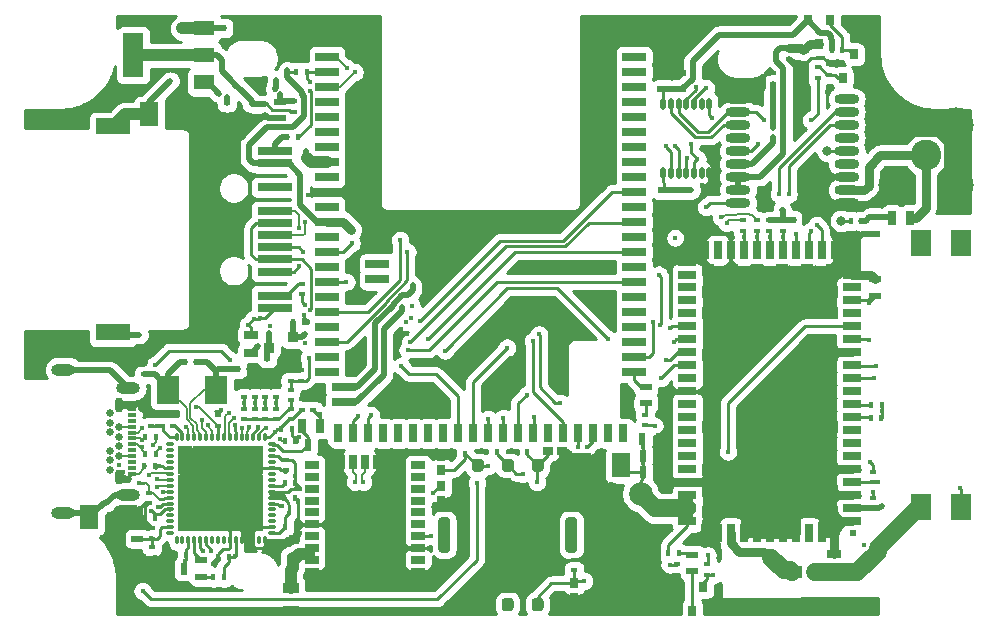
<source format=gbr>
%TF.GenerationSoftware,KiCad,Pcbnew,5.1.8-db9833491~88~ubuntu20.04.1*%
%TF.CreationDate,2020-12-01T09:18:30+01:00*%
%TF.ProjectId,licheepinano_sarau270,6c696368-6565-4706-996e-616e6f5f7361,V1.0*%
%TF.SameCoordinates,Original*%
%TF.FileFunction,Copper,L1,Top*%
%TF.FilePolarity,Positive*%
%FSLAX46Y46*%
G04 Gerber Fmt 4.6, Leading zero omitted, Abs format (unit mm)*
G04 Created by KiCad (PCBNEW 5.1.8-db9833491~88~ubuntu20.04.1) date 2020-12-01 09:18:30*
%MOMM*%
%LPD*%
G01*
G04 APERTURE LIST*
%TA.AperFunction,SMDPad,CuDef*%
%ADD10R,0.600000X0.400000*%
%TD*%
%TA.AperFunction,SMDPad,CuDef*%
%ADD11R,2.999740X1.399540*%
%TD*%
%TA.AperFunction,SMDPad,CuDef*%
%ADD12R,2.999740X0.708660*%
%TD*%
%TA.AperFunction,SMDPad,CuDef*%
%ADD13R,2.000000X0.800000*%
%TD*%
%TA.AperFunction,SMDPad,CuDef*%
%ADD14R,0.800000X1.500000*%
%TD*%
%TA.AperFunction,SMDPad,CuDef*%
%ADD15R,1.800000X2.300000*%
%TD*%
%TA.AperFunction,SMDPad,CuDef*%
%ADD16R,0.600000X1.000000*%
%TD*%
%TA.AperFunction,SMDPad,CuDef*%
%ADD17R,0.400000X0.600000*%
%TD*%
%TA.AperFunction,SMDPad,CuDef*%
%ADD18R,1.000000X0.600000*%
%TD*%
%TA.AperFunction,ComponentPad*%
%ADD19C,2.000000*%
%TD*%
%TA.AperFunction,SMDPad,CuDef*%
%ADD20R,1.524000X2.032000*%
%TD*%
%TA.AperFunction,SMDPad,CuDef*%
%ADD21R,0.700000X0.850000*%
%TD*%
%TA.AperFunction,SMDPad,CuDef*%
%ADD22R,0.850000X0.700000*%
%TD*%
%TA.AperFunction,SMDPad,CuDef*%
%ADD23R,0.635000X1.143000*%
%TD*%
%TA.AperFunction,SMDPad,CuDef*%
%ADD24R,1.143000X0.635000*%
%TD*%
%TA.AperFunction,ComponentPad*%
%ADD25C,2.600000*%
%TD*%
%TA.AperFunction,ComponentPad*%
%ADD26C,3.000000*%
%TD*%
%TA.AperFunction,SMDPad,CuDef*%
%ADD27R,0.700000X0.900000*%
%TD*%
%TA.AperFunction,SMDPad,CuDef*%
%ADD28R,1.500000X0.800000*%
%TD*%
%TA.AperFunction,SMDPad,CuDef*%
%ADD29R,1.100000X1.100000*%
%TD*%
%TA.AperFunction,SMDPad,CuDef*%
%ADD30R,0.600000X0.600000*%
%TD*%
%TA.AperFunction,SMDPad,CuDef*%
%ADD31C,0.400000*%
%TD*%
%TA.AperFunction,ComponentPad*%
%ADD32R,1.200000X1.200000*%
%TD*%
%TA.AperFunction,SMDPad,CuDef*%
%ADD33O,0.750000X0.280000*%
%TD*%
%TA.AperFunction,SMDPad,CuDef*%
%ADD34O,0.280000X0.750000*%
%TD*%
%TA.AperFunction,SMDPad,CuDef*%
%ADD35O,2.100000X0.800000*%
%TD*%
%TA.AperFunction,SMDPad,CuDef*%
%ADD36R,1.900000X2.400000*%
%TD*%
%TA.AperFunction,SMDPad,CuDef*%
%ADD37O,0.450000X1.000000*%
%TD*%
%TA.AperFunction,SMDPad,CuDef*%
%ADD38R,0.700000X0.350000*%
%TD*%
%TA.AperFunction,ComponentPad*%
%ADD39O,0.647700X1.297940*%
%TD*%
%TA.AperFunction,ComponentPad*%
%ADD40C,0.650000*%
%TD*%
%TA.AperFunction,ComponentPad*%
%ADD41O,1.998980X0.998220*%
%TD*%
%TA.AperFunction,SMDPad,CuDef*%
%ADD42R,1.150000X0.700000*%
%TD*%
%TA.AperFunction,SMDPad,CuDef*%
%ADD43R,0.700000X1.150000*%
%TD*%
%TA.AperFunction,SMDPad,CuDef*%
%ADD44R,0.700000X0.700000*%
%TD*%
%TA.AperFunction,SMDPad,CuDef*%
%ADD45R,1.397000X0.889000*%
%TD*%
%TA.AperFunction,SMDPad,CuDef*%
%ADD46R,0.600000X0.450000*%
%TD*%
%TA.AperFunction,SMDPad,CuDef*%
%ADD47R,0.914400X0.914400*%
%TD*%
%TA.AperFunction,SMDPad,CuDef*%
%ADD48R,1.800860X1.300480*%
%TD*%
%TA.AperFunction,SMDPad,CuDef*%
%ADD49R,1.800860X3.799840*%
%TD*%
%TA.AperFunction,ViaPad*%
%ADD50C,0.450000*%
%TD*%
%TA.AperFunction,ViaPad*%
%ADD51C,0.800000*%
%TD*%
%TA.AperFunction,Conductor*%
%ADD52C,0.254000*%
%TD*%
%TA.AperFunction,Conductor*%
%ADD53C,0.508000*%
%TD*%
%TA.AperFunction,Conductor*%
%ADD54C,1.016000*%
%TD*%
%TA.AperFunction,Conductor*%
%ADD55C,0.762000*%
%TD*%
%TA.AperFunction,Conductor*%
%ADD56C,2.032000*%
%TD*%
%TA.AperFunction,Conductor*%
%ADD57C,0.127000*%
%TD*%
%TA.AperFunction,Conductor*%
%ADD58C,0.200000*%
%TD*%
%TA.AperFunction,Conductor*%
%ADD59C,1.524000*%
%TD*%
%TA.AperFunction,Conductor*%
%ADD60C,0.100000*%
%TD*%
G04 APERTURE END LIST*
D10*
%TO.P,C46,1*%
%TO.N,/USB Hub Module/ETHERNET_TXN*%
X118410000Y-105360000D03*
%TO.P,C46,2*%
%TO.N,GND*%
X118410000Y-104460000D03*
%TD*%
%TO.P,R20,2*%
%TO.N,GND*%
X167900000Y-77160000D03*
%TO.P,R20,1*%
%TO.N,Net-(Q2-Pad1)*%
X167900000Y-78060000D03*
%TD*%
D11*
%TO.P,Con2,Z2*%
%TO.N,/Ethernet Connector Module/SHIELD1*%
X107341900Y-82425100D03*
%TO.P,Con2,Z1*%
X107341900Y-99874900D03*
D12*
%TO.P,Con2,12*%
%TO.N,/Ethernet Connector Module/LED_Green_-*%
X121037580Y-96758320D03*
%TO.P,Con2,11*%
%TO.N,3V3*%
X121037580Y-97779400D03*
%TO.P,Con2,10*%
%TO.N,/Ethernet Connector Module/LED_Yellow_-*%
X121037580Y-84520600D03*
%TO.P,Con2,9*%
%TO.N,3V3*%
X121037580Y-85541680D03*
%TO.P,Con2,8*%
%TO.N,N/C*%
X121037580Y-87581300D03*
%TO.P,Con2,6*%
%TO.N,/USB Hub Module/ETHERNET_RXN*%
X121037580Y-89620920D03*
%TO.P,Con2,5*%
%TO.N,Net-(C48-Pad1)*%
X121037580Y-90642000D03*
%TO.P,Con2,4*%
%TO.N,/USB Hub Module/ETHERNET_RXP*%
X121037580Y-91658000D03*
%TO.P,Con2,3*%
%TO.N,/USB Hub Module/ETHERNET_TXN*%
X121037580Y-92679080D03*
%TO.P,Con2,2*%
%TO.N,Net-(C48-Pad1)*%
X121037580Y-93697620D03*
%TO.P,Con2,1*%
%TO.N,/USB Hub Module/ETHERNET_TXP*%
X121037580Y-94718700D03*
%TD*%
D13*
%TO.P,SOM1,1*%
%TO.N,N/C*%
X151450000Y-76540000D03*
%TO.P,SOM1,2*%
X151450000Y-77810000D03*
%TO.P,SOM1,3*%
X151450000Y-79080000D03*
%TO.P,SOM1,4*%
X151450000Y-80350000D03*
%TO.P,SOM1,5*%
X151450000Y-81620000D03*
%TO.P,SOM1,7*%
X151450000Y-84160000D03*
%TO.P,SOM1,8*%
X151450000Y-85430000D03*
%TO.P,SOM1,6*%
X151450000Y-82890000D03*
%TO.P,SOM1,9*%
X151450000Y-86700000D03*
%TO.P,SOM1,11*%
X151450000Y-89240000D03*
%TO.P,SOM1,12*%
%TO.N,/LCD Module/MISO*%
X151450000Y-90510000D03*
%TO.P,SOM1,13*%
%TO.N,N/C*%
X151450000Y-91780000D03*
%TO.P,SOM1,14*%
%TO.N,/LCD Module/CLK*%
X151450000Y-93050000D03*
%TO.P,SOM1,15*%
%TO.N,N/C*%
X151450000Y-94320000D03*
%TO.P,SOM1,16*%
%TO.N,/LCD Module/MOSI*%
X151450000Y-95590000D03*
%TO.P,SOM1,10*%
%TO.N,/LCD Module/CS*%
X151450000Y-87970000D03*
%TO.P,SOM1,20*%
%TO.N,N/C*%
X151450000Y-100670000D03*
%TO.P,SOM1,17*%
X151450000Y-96860000D03*
%TO.P,SOM1,22*%
%TO.N,Net-(D2-Pad2)*%
X151450000Y-103210000D03*
%TO.P,SOM1,21*%
%TO.N,/LicheePi Nano SOM/GPIO_PD19*%
X151450000Y-101940000D03*
%TO.P,SOM1,19*%
%TO.N,N/C*%
X151450000Y-99400000D03*
%TO.P,SOM1,18*%
X151450000Y-98130000D03*
%TO.P,SOM1,43*%
X125450000Y-103210000D03*
%TO.P,SOM1,44*%
X125450000Y-101940000D03*
%TO.P,SOM1,48*%
X125450000Y-96860000D03*
%TO.P,SOM1,45*%
%TO.N,/LicheePi Nano SOM/TPY2*%
X125450000Y-100670000D03*
%TO.P,SOM1,46*%
%TO.N,N/C*%
X125450000Y-99400000D03*
%TO.P,SOM1,47*%
%TO.N,/LicheePi Nano SOM/TPY1*%
X125450000Y-98130000D03*
%TO.P,SOM1,64*%
%TO.N,/LicheePi Nano SOM/USB_D_N*%
X125450000Y-76540000D03*
%TO.P,SOM1,62*%
%TO.N,/LicheePi Nano SOM/USB_D_P*%
X125450000Y-79080000D03*
%TO.P,SOM1,61*%
%TO.N,N/C*%
X125450000Y-80350000D03*
%TO.P,SOM1,60*%
X125450000Y-81620000D03*
%TO.P,SOM1,59*%
X125450000Y-82890000D03*
%TO.P,SOM1,58*%
X125450000Y-84160000D03*
%TO.P,SOM1,56*%
X125450000Y-86700000D03*
%TO.P,SOM1,57*%
%TO.N,/LicheePi Nano SOM/POWER_IN_5V0*%
X125450000Y-85430000D03*
%TO.P,SOM1,51*%
%TO.N,/LicheePi Nano SOM/TPX1*%
X125450000Y-93050000D03*
%TO.P,SOM1,54*%
%TO.N,N/C*%
X125450000Y-89240000D03*
%TO.P,SOM1,49*%
%TO.N,/LicheePi Nano SOM/TPX2*%
X125450000Y-95590000D03*
%TO.P,SOM1,50*%
%TO.N,N/C*%
X125450000Y-94320000D03*
%TO.P,SOM1,52*%
X125450000Y-91780000D03*
%TO.P,SOM1,55*%
%TO.N,GND*%
X125450000Y-87970000D03*
%TO.P,SOM1,53*%
%TO.N,3V3*%
X125450000Y-90510000D03*
%TO.P,SOM1,63*%
%TO.N,/LicheePi Nano SOM/USB_ID*%
X125450000Y-77810000D03*
D14*
%TO.P,SOM1,25*%
%TO.N,/LicheePi Nano SOM/GPIO_PD5*%
X147975000Y-108430000D03*
%TO.P,SOM1,26*%
%TO.N,/Logic Voltage Shifter/SIG3_HIGH_PART*%
X146705000Y-108430000D03*
%TO.P,SOM1,28*%
%TO.N,N/C*%
X144165000Y-108430000D03*
%TO.P,SOM1,23*%
X150515000Y-108430000D03*
%TO.P,SOM1,24*%
X149245000Y-108430000D03*
%TO.P,SOM1,37*%
X132735000Y-108430000D03*
%TO.P,SOM1,41*%
%TO.N,/Logic Voltage Shifter/SIG1_HIGH_PART*%
X127655000Y-108430000D03*
%TO.P,SOM1,38*%
%TO.N,N/C*%
X131465000Y-108430000D03*
%TO.P,SOM1,36*%
X134005000Y-108430000D03*
%TO.P,SOM1,29*%
%TO.N,/LicheePi Nano SOM/GPIO_PD1*%
X142895000Y-108430000D03*
%TO.P,SOM1,30*%
%TO.N,/LicheePi Nano SOM/GPIO_PD0*%
X141625000Y-108430000D03*
%TO.P,SOM1,35*%
%TO.N,N/C*%
X135275000Y-108430000D03*
%TO.P,SOM1,27*%
%TO.N,/Logic Voltage Shifter/SIG4_HIGH_PART*%
X145435000Y-108430000D03*
%TO.P,SOM1,34*%
%TO.N,/LCD Module/DC*%
X136545000Y-108430000D03*
%TO.P,SOM1,31*%
%TO.N,/LicheePi Nano SOM/GPIO_PD11*%
X140355000Y-108430000D03*
%TO.P,SOM1,32*%
%TO.N,/UBlox WiFi Lily W132/ENABLE*%
X139085000Y-108430000D03*
%TO.P,SOM1,39*%
%TO.N,N/C*%
X130195000Y-108430000D03*
%TO.P,SOM1,42*%
X126385000Y-108430000D03*
%TO.P,SOM1,33*%
%TO.N,/LicheePi Nano SOM/GPIO_PD9*%
X137815000Y-108430000D03*
%TO.P,SOM1,40*%
%TO.N,/Logic Voltage Shifter/SIG2_HIGH_PART*%
X128925000Y-108430000D03*
D13*
%TO.P,SOM1,65*%
%TO.N,/LCD Module/LED_A*%
X126850000Y-105780000D03*
%TO.P,SOM1,66*%
%TO.N,/LCD Module/LED_K1*%
X126850000Y-104510000D03*
%TO.P,SOM1,67*%
%TO.N,N/C*%
X129700000Y-95380000D03*
%TO.P,SOM1,68*%
X129700000Y-94110000D03*
%TD*%
D15*
%TO.P,Ant1,~*%
%TO.N,N/C*%
X179100000Y-92335000D03*
X175700000Y-92335000D03*
%TO.P,Ant1,0*%
%TO.N,GND*%
X179100000Y-114685000D03*
%TO.P,Ant1,1*%
%TO.N,Net-(Ant1-Pad1)*%
X175700000Y-114685000D03*
%TD*%
D16*
%TO.P,C1,1*%
%TO.N,3V3*%
X113320000Y-119900000D03*
%TO.P,C1,2*%
%TO.N,GND*%
X111920000Y-119900000D03*
%TD*%
D17*
%TO.P,C2,1*%
%TO.N,3V3*%
X113470000Y-118730000D03*
%TO.P,C2,2*%
%TO.N,GND*%
X112570000Y-118730000D03*
%TD*%
D10*
%TO.P,C3,1*%
%TO.N,Net-(C3-Pad1)*%
X109960000Y-103430000D03*
%TO.P,C3,2*%
%TO.N,GND*%
X109960000Y-102530000D03*
%TD*%
D17*
%TO.P,C4,2*%
%TO.N,Net-(C4-Pad2)*%
X117940000Y-102940000D03*
%TO.P,C4,1*%
%TO.N,GND*%
X118840000Y-102940000D03*
%TD*%
%TO.P,C5,1*%
%TO.N,3V3*%
X117110000Y-118850000D03*
%TO.P,C5,2*%
%TO.N,GND*%
X116210000Y-118850000D03*
%TD*%
%TO.P,C6,2*%
%TO.N,GND*%
X122790000Y-116380000D03*
%TO.P,C6,1*%
%TO.N,3V3*%
X121890000Y-116380000D03*
%TD*%
D18*
%TO.P,C7,2*%
%TO.N,GND*%
X109380000Y-118760000D03*
%TO.P,C7,1*%
%TO.N,Net-(C12-Pad1)*%
X109380000Y-117360000D03*
%TD*%
D10*
%TO.P,C8,1*%
%TO.N,3V3*%
X121970000Y-110650000D03*
%TO.P,C8,2*%
%TO.N,GND*%
X121970000Y-111550000D03*
%TD*%
%TO.P,C9,2*%
%TO.N,GND*%
X110620000Y-118970000D03*
%TO.P,C9,1*%
%TO.N,Net-(C12-Pad1)*%
X110620000Y-118070000D03*
%TD*%
D16*
%TO.P,C10,1*%
%TO.N,Net-(C10-Pad1)*%
X123810000Y-109370000D03*
%TO.P,C10,2*%
%TO.N,GND*%
X125210000Y-109370000D03*
%TD*%
D17*
%TO.P,C11,2*%
%TO.N,GND*%
X122700000Y-113880000D03*
%TO.P,C11,1*%
%TO.N,3V3*%
X121800000Y-113880000D03*
%TD*%
D10*
%TO.P,C12,1*%
%TO.N,Net-(C12-Pad1)*%
X110620000Y-117350000D03*
%TO.P,C12,2*%
%TO.N,GND*%
X110620000Y-116450000D03*
%TD*%
%TO.P,C13,2*%
%TO.N,GND*%
X124240000Y-105550000D03*
%TO.P,C13,1*%
%TO.N,Net-(C13-Pad1)*%
X124240000Y-106450000D03*
%TD*%
D17*
%TO.P,C14,1*%
%TO.N,/LicheePi Nano SOM/GPIO_PD11*%
X110900000Y-115590000D03*
%TO.P,C14,2*%
%TO.N,GND*%
X110000000Y-115590000D03*
%TD*%
%TO.P,C15,2*%
%TO.N,GND*%
X109950000Y-111220000D03*
%TO.P,C15,1*%
%TO.N,/Ethernet Connector Module/POWER_IN_3V3*%
X110850000Y-111220000D03*
%TD*%
D10*
%TO.P,C16,2*%
%TO.N,GND*%
X110380000Y-114330000D03*
%TO.P,C16,1*%
%TO.N,/Ethernet Connector Module/POWER_IN_3V3*%
X110380000Y-113430000D03*
%TD*%
D17*
%TO.P,C17,1*%
%TO.N,/Ethernet Connector Module/POWER_IN_3V3*%
X121560000Y-108070000D03*
%TO.P,C17,2*%
%TO.N,GND*%
X122460000Y-108070000D03*
%TD*%
D10*
%TO.P,C18,2*%
%TO.N,GND*%
X123320000Y-105550000D03*
%TO.P,C18,1*%
%TO.N,/Ethernet Connector Module/POWER_IN_3V3*%
X123320000Y-106450000D03*
%TD*%
%TO.P,C19,2*%
%TO.N,GND*%
X116220000Y-106870000D03*
%TO.P,C19,1*%
%TO.N,/Ethernet Connector Module/POWER_IN_3V3*%
X116220000Y-107770000D03*
%TD*%
%TO.P,C20,1*%
%TO.N,/Ethernet Connector Module/POWER_IN_3V3*%
X111500000Y-107770000D03*
%TO.P,C20,2*%
%TO.N,GND*%
X111500000Y-106870000D03*
%TD*%
%TO.P,C21,1*%
%TO.N,/Ethernet Connector Module/POWER_IN_3V3*%
X110560000Y-107770000D03*
%TO.P,C21,2*%
%TO.N,GND*%
X110560000Y-106870000D03*
%TD*%
D17*
%TO.P,C23,1*%
%TO.N,GND*%
X136250000Y-110140000D03*
%TO.P,C23,2*%
%TO.N,/Modem 3G/VSIM*%
X137150000Y-110140000D03*
%TD*%
%TO.P,C24,2*%
%TO.N,/Modem 3G/SIM_RST*%
X139820000Y-109990000D03*
%TO.P,C24,1*%
%TO.N,GND*%
X138920000Y-109990000D03*
%TD*%
%TO.P,C25,1*%
%TO.N,GND*%
X141510000Y-109960000D03*
%TO.P,C25,2*%
%TO.N,/Modem 3G/SIM_CLK*%
X142410000Y-109960000D03*
%TD*%
D10*
%TO.P,C26,2*%
%TO.N,/Modem 3G/SIM_IO*%
X146370000Y-120000000D03*
%TO.P,C26,1*%
%TO.N,GND*%
X146370000Y-119100000D03*
%TD*%
D19*
%TO.P,C27,2*%
%TO.N,GND*%
X149490000Y-113560000D03*
%TO.P,C27,1*%
%TO.N,/Modem 3G/MODEM_POWER_IN*%
X151990000Y-113560000D03*
%TD*%
D18*
%TO.P,C28,2*%
%TO.N,GND*%
X171870000Y-95370000D03*
%TO.P,C28,1*%
%TO.N,/LicheePi Nano SOM/GPIO_PD1*%
X171870000Y-96770000D03*
%TD*%
D20*
%TO.P,C29,1*%
%TO.N,/Modem 3G/MODEM_POWER_IN*%
X150311000Y-111140000D03*
%TO.P,C29,2*%
%TO.N,GND*%
X147009000Y-111140000D03*
%TD*%
D16*
%TO.P,C30,1*%
%TO.N,/Modem 3G/MODEM_POWER_IN*%
X152170000Y-111670000D03*
%TO.P,C30,2*%
%TO.N,GND*%
X153570000Y-111670000D03*
%TD*%
%TO.P,C31,1*%
%TO.N,/Modem 3G/MODEM_POWER_IN*%
X152170000Y-110300000D03*
%TO.P,C31,2*%
%TO.N,GND*%
X153570000Y-110300000D03*
%TD*%
%TO.P,C32,1*%
%TO.N,/Modem 3G/MODEM_POWER_IN*%
X152150000Y-108920000D03*
%TO.P,C32,2*%
%TO.N,GND*%
X153550000Y-108920000D03*
%TD*%
%TO.P,C33,1*%
%TO.N,Net-(Ant1-Pad1)*%
X166770000Y-120130000D03*
%TO.P,C33,2*%
%TO.N,Net-(C33-Pad2)*%
X165370000Y-120130000D03*
%TD*%
D18*
%TO.P,C34,1*%
%TO.N,Net-(C34-Pad1)*%
X165750000Y-75990000D03*
%TO.P,C34,2*%
%TO.N,GND*%
X165750000Y-77390000D03*
%TD*%
D10*
%TO.P,C35,1*%
%TO.N,Net-(C34-Pad1)*%
X164580000Y-75830000D03*
%TO.P,C35,2*%
%TO.N,GND*%
X164580000Y-76730000D03*
%TD*%
%TO.P,C36,2*%
%TO.N,GND*%
X163190000Y-77920000D03*
%TO.P,C36,1*%
%TO.N,/GPS Module/GPS_V_BCKP*%
X163190000Y-78820000D03*
%TD*%
D17*
%TO.P,C37,1*%
%TO.N,/GPS Module/1V8*%
X164940000Y-90360000D03*
%TO.P,C37,2*%
%TO.N,GND*%
X165840000Y-90360000D03*
%TD*%
D18*
%TO.P,C38,2*%
%TO.N,GND*%
X171770000Y-91540000D03*
%TO.P,C38,1*%
%TO.N,Net-(C38-Pad1)*%
X171770000Y-90140000D03*
%TD*%
%TO.P,Con1,C1*%
%TO.N,/Modem 3G/VSIM*%
%TA.AperFunction,SMDPad,CuDef*%
G36*
G01*
X137950000Y-110570000D02*
X138450000Y-110570000D01*
G75*
G02*
X138700000Y-110820000I0J-250000D01*
G01*
X138700000Y-111420000D01*
G75*
G02*
X138450000Y-111670000I-250000J0D01*
G01*
X137950000Y-111670000D01*
G75*
G02*
X137700000Y-111420000I0J250000D01*
G01*
X137700000Y-110820000D01*
G75*
G02*
X137950000Y-110570000I250000J0D01*
G01*
G37*
%TD.AperFunction*%
%TO.P,Con1,C5*%
%TO.N,GND*%
%TA.AperFunction,SMDPad,CuDef*%
G36*
G01*
X137950000Y-122370000D02*
X138450000Y-122370000D01*
G75*
G02*
X138700000Y-122620000I0J-250000D01*
G01*
X138700000Y-123220000D01*
G75*
G02*
X138450000Y-123470000I-250000J0D01*
G01*
X137950000Y-123470000D01*
G75*
G02*
X137700000Y-123220000I0J250000D01*
G01*
X137700000Y-122620000D01*
G75*
G02*
X137950000Y-122370000I250000J0D01*
G01*
G37*
%TD.AperFunction*%
%TO.P,Con1,C2*%
%TO.N,/Modem 3G/SIM_RST*%
%TA.AperFunction,SMDPad,CuDef*%
G36*
G01*
X140490000Y-110570000D02*
X140990000Y-110570000D01*
G75*
G02*
X141240000Y-110820000I0J-250000D01*
G01*
X141240000Y-111420000D01*
G75*
G02*
X140990000Y-111670000I-250000J0D01*
G01*
X140490000Y-111670000D01*
G75*
G02*
X140240000Y-111420000I0J250000D01*
G01*
X140240000Y-110820000D01*
G75*
G02*
X140490000Y-110570000I250000J0D01*
G01*
G37*
%TD.AperFunction*%
%TO.P,Con1,C6*%
%TO.N,N/C*%
%TA.AperFunction,SMDPad,CuDef*%
G36*
G01*
X140490000Y-122370000D02*
X140990000Y-122370000D01*
G75*
G02*
X141240000Y-122620000I0J-250000D01*
G01*
X141240000Y-123220000D01*
G75*
G02*
X140990000Y-123470000I-250000J0D01*
G01*
X140490000Y-123470000D01*
G75*
G02*
X140240000Y-123220000I0J250000D01*
G01*
X140240000Y-122620000D01*
G75*
G02*
X140490000Y-122370000I250000J0D01*
G01*
G37*
%TD.AperFunction*%
%TO.P,Con1,C3*%
%TO.N,/Modem 3G/SIM_CLK*%
%TA.AperFunction,SMDPad,CuDef*%
G36*
G01*
X143030000Y-110570000D02*
X143530000Y-110570000D01*
G75*
G02*
X143780000Y-110820000I0J-250000D01*
G01*
X143780000Y-111420000D01*
G75*
G02*
X143530000Y-111670000I-250000J0D01*
G01*
X143030000Y-111670000D01*
G75*
G02*
X142780000Y-111420000I0J250000D01*
G01*
X142780000Y-110820000D01*
G75*
G02*
X143030000Y-110570000I250000J0D01*
G01*
G37*
%TD.AperFunction*%
%TO.P,Con1,C7*%
%TO.N,/Modem 3G/SIM_IO*%
%TA.AperFunction,SMDPad,CuDef*%
G36*
G01*
X143030000Y-122370000D02*
X143530000Y-122370000D01*
G75*
G02*
X143780000Y-122620000I0J-250000D01*
G01*
X143780000Y-123220000D01*
G75*
G02*
X143530000Y-123470000I-250000J0D01*
G01*
X143030000Y-123470000D01*
G75*
G02*
X142780000Y-123220000I0J250000D01*
G01*
X142780000Y-122620000D01*
G75*
G02*
X143030000Y-122370000I250000J0D01*
G01*
G37*
%TD.AperFunction*%
%TO.P,Con1,~*%
%TO.N,N/C*%
%TA.AperFunction,SMDPad,CuDef*%
G36*
G01*
X135110000Y-115520000D02*
X135610000Y-115520000D01*
G75*
G02*
X135860000Y-115770000I0J-250000D01*
G01*
X135860000Y-118270000D01*
G75*
G02*
X135610000Y-118520000I-250000J0D01*
G01*
X135110000Y-118520000D01*
G75*
G02*
X134860000Y-118270000I0J250000D01*
G01*
X134860000Y-115770000D01*
G75*
G02*
X135110000Y-115520000I250000J0D01*
G01*
G37*
%TD.AperFunction*%
%TA.AperFunction,SMDPad,CuDef*%
G36*
G01*
X145870000Y-115520000D02*
X146370000Y-115520000D01*
G75*
G02*
X146620000Y-115770000I0J-250000D01*
G01*
X146620000Y-118270000D01*
G75*
G02*
X146370000Y-118520000I-250000J0D01*
G01*
X145870000Y-118520000D01*
G75*
G02*
X145620000Y-118270000I0J250000D01*
G01*
X145620000Y-115770000D01*
G75*
G02*
X145870000Y-115520000I250000J0D01*
G01*
G37*
%TD.AperFunction*%
%TD*%
%TO.P,D1,2*%
%TO.N,Net-(D1-Pad2)*%
X114750000Y-119140000D03*
%TO.P,D1,1*%
%TO.N,Net-(D1-Pad1)*%
X114750000Y-120540000D03*
%TD*%
D21*
%TO.P,D4,1*%
%TO.N,/Modem 3G/VSIM*%
X135110000Y-111530000D03*
%TO.P,D4,2*%
%TO.N,GND*%
X135110000Y-110330000D03*
%TD*%
%TO.P,D5,2*%
%TO.N,GND*%
X135110000Y-114110000D03*
%TO.P,D5,1*%
%TO.N,/Modem 3G/SIM_RST*%
X135110000Y-112910000D03*
%TD*%
D22*
%TO.P,D6,1*%
%TO.N,/Modem 3G/SIM_CLK*%
X144110000Y-109910000D03*
%TO.P,D6,2*%
%TO.N,GND*%
X145310000Y-109910000D03*
%TD*%
D21*
%TO.P,D7,2*%
%TO.N,GND*%
X146380000Y-122330000D03*
%TO.P,D7,1*%
%TO.N,/Modem 3G/SIM_IO*%
X146380000Y-121130000D03*
%TD*%
D18*
%TO.P,D8,1*%
%TO.N,Net-(D8-Pad1)*%
X156370000Y-118700000D03*
%TO.P,D8,2*%
%TO.N,Net-(D8-Pad2)*%
X156370000Y-120100000D03*
%TD*%
D23*
%TO.P,L1,1*%
%TO.N,Net-(C13-Pad1)*%
X124862000Y-107770000D03*
%TO.P,L1,2*%
%TO.N,Net-(C10-Pad1)*%
X123338000Y-107770000D03*
%TD*%
D24*
%TO.P,L3,2*%
%TO.N,3V3*%
X118970000Y-100068000D03*
%TO.P,L3,1*%
%TO.N,/Ethernet Connector Module/POWER_IN_3V3*%
X118970000Y-101592000D03*
%TD*%
%TO.P,L4,1*%
%TO.N,Net-(Ant1-Pad1)*%
X168400000Y-120192000D03*
%TO.P,L4,2*%
%TO.N,GND*%
X168400000Y-118668000D03*
%TD*%
D23*
%TO.P,L5,2*%
%TO.N,Net-(C38-Pad1)*%
X173278000Y-90150000D03*
%TO.P,L5,1*%
%TO.N,Net-(L5-Pad1)*%
X174802000Y-90150000D03*
%TD*%
D25*
%TO.P,P1,1*%
%TO.N,Net-(L5-Pad1)*%
X176130000Y-84890000D03*
D26*
%TO.P,P1,2*%
%TO.N,GND*%
X173590000Y-87430000D03*
X173590000Y-82350000D03*
X178670000Y-87430000D03*
X178670000Y-82350000D03*
%TD*%
D27*
%TO.P,Q1,2*%
%TO.N,GND*%
X155410000Y-121430000D03*
%TO.P,Q1,1*%
%TO.N,Net-(Q1-Pad1)*%
X157310000Y-121430000D03*
%TO.P,Q1,3*%
%TO.N,Net-(D8-Pad2)*%
X156360000Y-123430000D03*
%TD*%
%TO.P,Q2,3*%
%TO.N,Net-(Q2-Pad3)*%
X170070000Y-76330000D03*
%TO.P,Q2,1*%
%TO.N,Net-(Q2-Pad1)*%
X169120000Y-78330000D03*
%TO.P,Q2,2*%
%TO.N,GND*%
X171020000Y-78330000D03*
%TD*%
D17*
%TO.P,R1,1*%
%TO.N,Net-(R1-Pad1)*%
X121850000Y-109030000D03*
%TO.P,R1,2*%
%TO.N,GND*%
X122750000Y-109030000D03*
%TD*%
%TO.P,R2,2*%
%TO.N,3V3*%
X122740000Y-112630000D03*
%TO.P,R2,1*%
%TO.N,Net-(R2-Pad1)*%
X121840000Y-112630000D03*
%TD*%
%TO.P,R3,2*%
%TO.N,Net-(C4-Pad2)*%
X114320000Y-102350000D03*
%TO.P,R3,1*%
%TO.N,Net-(C3-Pad1)*%
X113420000Y-102350000D03*
%TD*%
D10*
%TO.P,R4,1*%
%TO.N,GND*%
X112440000Y-106870000D03*
%TO.P,R4,2*%
%TO.N,Net-(R4-Pad2)*%
X112440000Y-107770000D03*
%TD*%
D17*
%TO.P,R7,1*%
%TO.N,3V3*%
X116720000Y-120620000D03*
%TO.P,R7,2*%
%TO.N,Net-(D1-Pad1)*%
X115820000Y-120620000D03*
%TD*%
D10*
%TO.P,R8,2*%
%TO.N,Net-(R8-Pad2)*%
X123330000Y-96650000D03*
%TO.P,R8,1*%
%TO.N,/Ethernet Connector Module/LED_Green_-*%
X123330000Y-95750000D03*
%TD*%
D17*
%TO.P,R9,2*%
%TO.N,Net-(R9-Pad2)*%
X122990000Y-83340000D03*
%TO.P,R9,1*%
%TO.N,/Ethernet Connector Module/LED_Yellow_-*%
X122090000Y-83340000D03*
%TD*%
D10*
%TO.P,R10,2*%
%TO.N,/GPS Module/POWER_IN_1V8*%
X171650000Y-112560000D03*
%TO.P,R10,1*%
%TO.N,/Modem 3G/SIM_DET*%
X171650000Y-111660000D03*
%TD*%
D17*
%TO.P,R11,2*%
%TO.N,GND*%
X172380000Y-107100000D03*
%TO.P,R11,1*%
%TO.N,Net-(Modem1-Pad9)*%
X171480000Y-107100000D03*
%TD*%
%TO.P,R12,1*%
%TO.N,Net-(Modem1-Pad10)*%
X171490000Y-105990000D03*
%TO.P,R12,2*%
%TO.N,GND*%
X172390000Y-105990000D03*
%TD*%
D10*
%TO.P,R13,2*%
%TO.N,/LicheePi Nano SOM/GPIO_PD0*%
X171660000Y-113860000D03*
%TO.P,R13,1*%
%TO.N,/GPS Module/GPS_V_BCKP*%
X171660000Y-114760000D03*
%TD*%
%TO.P,R15,1*%
%TO.N,Net-(Q1-Pad1)*%
X157640000Y-120390000D03*
%TO.P,R15,2*%
%TO.N,Net-(Modem1-Pad16)*%
X157640000Y-119490000D03*
%TD*%
%TO.P,R16,1*%
%TO.N,Net-(Q1-Pad1)*%
X155110000Y-119490000D03*
%TO.P,R16,2*%
%TO.N,GND*%
X155110000Y-120390000D03*
%TD*%
D17*
%TO.P,R17,1*%
%TO.N,/Modem 3G/MODEM_POWER_IN*%
X154350000Y-118590000D03*
%TO.P,R17,2*%
%TO.N,Net-(D8-Pad1)*%
X155250000Y-118590000D03*
%TD*%
%TO.P,R18,1*%
%TO.N,Net-(Q2-Pad3)*%
X169070000Y-75930000D03*
%TO.P,R18,2*%
%TO.N,/GPS Module/POWER_IN_1V8*%
X168170000Y-75930000D03*
%TD*%
D10*
%TO.P,R19,1*%
%TO.N,Net-(Q2-Pad1)*%
X166980000Y-77440000D03*
%TO.P,R19,2*%
%TO.N,/GPS Module/GNSS_ENABLE*%
X166980000Y-78340000D03*
%TD*%
%TO.P,R22,1*%
%TO.N,/Modem 3G/GPS_I2C_1V8_SCL*%
X162890000Y-91280000D03*
%TO.P,R22,2*%
%TO.N,/GPS Module/1V8*%
X162890000Y-90380000D03*
%TD*%
%TO.P,R23,2*%
%TO.N,/GPS Module/1V8*%
X164010000Y-90380000D03*
%TO.P,R23,1*%
%TO.N,/Modem 3G/GPS_I2C_1V8_SDA*%
X164010000Y-91280000D03*
%TD*%
D28*
%TO.P,Modem1,1*%
%TO.N,GND*%
X169860000Y-115870000D03*
D29*
%TO.P,Modem1,65*%
X168160000Y-115120000D03*
D30*
%TO.P,Modem1,*%
%TO.N,*%
X170010000Y-116870000D03*
D28*
%TO.P,Modem1,2*%
%TO.N,/GPS Module/GPS_V_BCKP*%
X169860000Y-114770000D03*
%TO.P,Modem1,3*%
%TO.N,GND*%
X169860000Y-113670000D03*
%TO.P,Modem1,4*%
%TO.N,/GPS Module/POWER_IN_1V8*%
X169860000Y-112570000D03*
%TO.P,Modem1,5*%
%TO.N,GND*%
X169860000Y-111470000D03*
%TO.P,Modem1,6*%
%TO.N,N/C*%
X169860000Y-110370000D03*
%TO.P,Modem1,7*%
X169860000Y-109270000D03*
%TO.P,Modem1,8*%
X169860000Y-108170000D03*
%TO.P,Modem1,9*%
%TO.N,Net-(Modem1-Pad9)*%
X169860000Y-107070000D03*
%TO.P,Modem1,10*%
%TO.N,Net-(Modem1-Pad10)*%
X169860000Y-105970000D03*
%TO.P,Modem1,11*%
%TO.N,N/C*%
X169860000Y-104870000D03*
%TO.P,Modem1,12*%
%TO.N,/Logic Voltage Shifter/SIG3_LOW_PART*%
X169860000Y-103770000D03*
%TO.P,Modem1,13*%
%TO.N,/Logic Voltage Shifter/SIG4_LOW_PART*%
X169860000Y-102670000D03*
%TO.P,Modem1,14*%
%TO.N,GND*%
X169860000Y-101570000D03*
%TO.P,Modem1,15*%
%TO.N,/LicheePi Nano SOM/GPIO_PD0*%
X169860000Y-100470000D03*
%TO.P,Modem1,16*%
%TO.N,Net-(Modem1-Pad16)*%
X169860000Y-99370000D03*
%TO.P,Modem1,17*%
%TO.N,N/C*%
X169860000Y-98270000D03*
%TO.P,Modem1,18*%
%TO.N,/LicheePi Nano SOM/GPIO_PD1*%
X169860000Y-97170000D03*
%TO.P,Modem1,19*%
%TO.N,N/C*%
X169860000Y-96070000D03*
%TO.P,Modem1,20*%
%TO.N,GND*%
X169860000Y-94970000D03*
%TO.P,Modem1,21*%
X169860000Y-93870000D03*
D14*
%TO.P,Modem1,22*%
X168410000Y-92920000D03*
%TO.P,Modem1,23*%
%TO.N,/GPS Module/GNSS_ENABLE*%
X167310000Y-92920000D03*
%TO.P,Modem1,24*%
%TO.N,/Logic Voltage Shifter/SIG2_LOW_PART*%
X166210000Y-92920000D03*
%TO.P,Modem1,25*%
%TO.N,/GPS Module/GPS_EXTINT*%
X165110000Y-92920000D03*
%TO.P,Modem1,26*%
%TO.N,/Modem 3G/GPS_I2C_1V8_SDA*%
X164010000Y-92920000D03*
%TO.P,Modem1,27*%
%TO.N,/Modem 3G/GPS_I2C_1V8_SCL*%
X162910000Y-92920000D03*
%TO.P,Modem1,28*%
%TO.N,/USB Hub Module/USB_D4_OUT_N*%
X161810000Y-92920000D03*
%TO.P,Modem1,29*%
%TO.N,/USB Hub Module/USB_D4_OUT_P*%
X160710000Y-92920000D03*
%TO.P,Modem1,30*%
%TO.N,GND*%
X159610000Y-92920000D03*
%TO.P,Modem1,31*%
%TO.N,N/C*%
X158510000Y-92920000D03*
%TO.P,Modem1,32*%
%TO.N,GND*%
X157410000Y-92920000D03*
D28*
%TO.P,Modem1,33*%
X155960000Y-93870000D03*
%TO.P,Modem1,34*%
%TO.N,N/C*%
X155960000Y-94970000D03*
%TO.P,Modem1,35*%
X155960000Y-96070000D03*
%TO.P,Modem1,36*%
X155960000Y-97170000D03*
%TO.P,Modem1,37*%
X155960000Y-98270000D03*
%TO.P,Modem1,38*%
%TO.N,/Modem 3G/SIM_CLK*%
X155960000Y-99370000D03*
%TO.P,Modem1,39*%
%TO.N,/Modem 3G/SIM_IO*%
X155960000Y-100470000D03*
%TO.P,Modem1,40*%
%TO.N,/Modem 3G/SIM_RST*%
X155960000Y-101570000D03*
%TO.P,Modem1,41*%
%TO.N,/Modem 3G/VSIM*%
X155960000Y-102670000D03*
%TO.P,Modem1,42*%
%TO.N,/Modem 3G/SIM_DET*%
X155960000Y-103770000D03*
%TO.P,Modem1,43*%
%TO.N,GND*%
X155960000Y-104870000D03*
%TO.P,Modem1,44*%
%TO.N,N/C*%
X155960000Y-105970000D03*
%TO.P,Modem1,45*%
X155960000Y-107070000D03*
%TO.P,Modem1,46*%
X155960000Y-108170000D03*
%TO.P,Modem1,47*%
X155960000Y-109270000D03*
%TO.P,Modem1,48*%
X155960000Y-110370000D03*
%TO.P,Modem1,49*%
X155960000Y-111470000D03*
%TO.P,Modem1,50*%
%TO.N,GND*%
X155960000Y-112570000D03*
%TO.P,Modem1,51*%
%TO.N,/Modem 3G/MODEM_POWER_IN*%
X155960000Y-113670000D03*
%TO.P,Modem1,52*%
X155960000Y-114770000D03*
%TO.P,Modem1,53*%
X155960000Y-115870000D03*
D14*
%TO.P,Modem1,54*%
%TO.N,GND*%
X157410000Y-116820000D03*
%TO.P,Modem1,55*%
X158510000Y-116820000D03*
%TO.P,Modem1,56*%
%TO.N,Net-(C33-Pad2)*%
X159610000Y-116820000D03*
%TO.P,Modem1,57*%
%TO.N,GND*%
X160710000Y-116820000D03*
%TO.P,Modem1,58*%
X161810000Y-116820000D03*
%TO.P,Modem1,59*%
X162910000Y-116820000D03*
%TO.P,Modem1,60*%
X164010000Y-116820000D03*
%TO.P,Modem1,61*%
X165110000Y-116820000D03*
%TO.P,Modem1,62*%
%TO.N,N/C*%
X166210000Y-116820000D03*
%TO.P,Modem1,63*%
%TO.N,GND*%
X167310000Y-116820000D03*
%TO.P,Modem1,64*%
X168410000Y-116820000D03*
D29*
%TO.P,Modem1,71*%
X168160000Y-113320000D03*
%TO.P,Modem1,66*%
X166060000Y-115120000D03*
%TO.P,Modem1,77*%
X168160000Y-111520000D03*
%TO.P,Modem1,79*%
X168160000Y-107920000D03*
%TO.P,Modem1,81*%
X168160000Y-101820000D03*
%TO.P,Modem1,91*%
X168160000Y-94620000D03*
%TO.P,Modem1,85*%
X168160000Y-96420000D03*
%TO.P,Modem1,83*%
X168160000Y-98220000D03*
%TO.P,Modem1,92*%
X166060000Y-94620000D03*
%TO.P,Modem1,93*%
X163960000Y-94620000D03*
%TO.P,Modem1,94*%
X161860000Y-94620000D03*
%TO.P,Modem1,95*%
X159760000Y-94620000D03*
%TO.P,Modem1,96*%
X157660000Y-94620000D03*
%TO.P,Modem1,86*%
X166060000Y-96420000D03*
%TO.P,Modem1,87*%
X163960000Y-96420000D03*
%TO.P,Modem1,88*%
X161860000Y-96420000D03*
%TO.P,Modem1,89*%
X159760000Y-96420000D03*
%TO.P,Modem1,90*%
X157660000Y-96420000D03*
%TO.P,Modem1,67*%
X163960000Y-115120000D03*
%TO.P,Modem1,68*%
X161860000Y-115120000D03*
%TO.P,Modem1,69*%
X159760000Y-115120000D03*
%TO.P,Modem1,70*%
X157660000Y-115120000D03*
%TO.P,Modem1,72*%
X166060000Y-113320000D03*
%TO.P,Modem1,73*%
X163960000Y-113320000D03*
%TO.P,Modem1,74*%
X161860000Y-113320000D03*
%TO.P,Modem1,75*%
X159760000Y-113320000D03*
%TO.P,Modem1,76*%
X157660000Y-113320000D03*
%TO.P,Modem1,78*%
X157660000Y-111520000D03*
%TO.P,Modem1,80*%
X157660000Y-107920000D03*
%TO.P,Modem1,82*%
X157660000Y-101820000D03*
%TO.P,Modem1,84*%
X157660000Y-98220000D03*
D31*
%TO.P,Modem1,FID1*%
%TO.N,N/C*%
X170910000Y-117870000D03*
%TO.P,Modem1,FID2*%
X154910000Y-91870000D03*
%TD*%
D27*
%TO.P,T1,S*%
%TO.N,/GPS Module/POWER_IN_1V8*%
X166140000Y-73450000D03*
%TO.P,T1,G*%
%TO.N,Net-(Q2-Pad3)*%
X168040000Y-73450000D03*
%TO.P,T1,D*%
%TO.N,Net-(C34-Pad1)*%
X167090000Y-75450000D03*
%TD*%
D32*
%TO.P,U1,65*%
%TO.N,GND*%
X113450000Y-116110000D03*
X113450000Y-114910000D03*
X113450000Y-113710000D03*
X113450000Y-112510000D03*
X113450000Y-111310000D03*
X113450000Y-110110000D03*
X114650000Y-116110000D03*
X114650000Y-114910000D03*
X114650000Y-113710000D03*
X114650000Y-112510000D03*
X114650000Y-111310000D03*
X114650000Y-110110000D03*
X115850000Y-116110000D03*
X115850000Y-114910000D03*
X115850000Y-113710000D03*
X115850000Y-112510000D03*
X115850000Y-111310000D03*
X115850000Y-110110000D03*
X117050000Y-116110000D03*
X117050000Y-114910000D03*
X117050000Y-113710000D03*
X117050000Y-112510000D03*
X117050000Y-111310000D03*
X117050000Y-110110000D03*
X118250000Y-116110000D03*
X118250000Y-114910000D03*
X118250000Y-113710000D03*
X118250000Y-112510000D03*
X118250000Y-111310000D03*
X118250000Y-110110000D03*
X119450000Y-116110000D03*
X119450000Y-114910000D03*
X119450000Y-113710000D03*
X119450000Y-112510000D03*
X119450000Y-111310000D03*
D33*
%TO.P,U1,1*%
%TO.N,N/C*%
X112105000Y-109360000D03*
%TO.P,U1,2*%
X112105000Y-109860000D03*
%TO.P,U1,3*%
X112105000Y-110360000D03*
%TO.P,U1,4*%
X112105000Y-110860000D03*
%TO.P,U1,5*%
%TO.N,/Ethernet Connector Module/POWER_IN_3V3*%
X112105000Y-111360000D03*
%TO.P,U1,6*%
%TO.N,/USB Hub Module/USB_D4_OUT_N*%
X112105000Y-111860000D03*
%TO.P,U1,7*%
%TO.N,/USB Hub Module/USB_D4_OUT_P*%
X112105000Y-112360000D03*
%TO.P,U1,8*%
%TO.N,/USB Hub Module/USB_D5_OUT_N*%
X112105000Y-112860000D03*
%TO.P,U1,9*%
%TO.N,/USB Hub Module/USB_D5_OUT_P*%
X112105000Y-113360000D03*
%TO.P,U1,10*%
%TO.N,/Ethernet Connector Module/POWER_IN_3V3*%
X112105000Y-113860000D03*
%TO.P,U1,11*%
%TO.N,3V3*%
X112105000Y-114360000D03*
%TO.P,U1,12*%
%TO.N,/LicheePi Nano SOM/GPIO_PD11*%
X112105000Y-114860000D03*
%TO.P,U1,13*%
%TO.N,N/C*%
X112105000Y-115360000D03*
%TO.P,U1,14*%
X112105000Y-115860000D03*
%TO.P,U1,15*%
%TO.N,Net-(C12-Pad1)*%
X112105000Y-116360000D03*
%TO.P,U1,16*%
%TO.N,N/C*%
X112105000Y-116860000D03*
%TO.P,U1,48*%
%TO.N,Net-(C10-Pad1)*%
X120795000Y-109360000D03*
%TO.P,U1,47*%
%TO.N,N/C*%
X120795000Y-109860000D03*
%TO.P,U1,46*%
%TO.N,3V3*%
X120795000Y-110360000D03*
%TO.P,U1,45*%
%TO.N,N/C*%
X120795000Y-110860000D03*
%TO.P,U1,44*%
%TO.N,GND*%
X120795000Y-111360000D03*
%TO.P,U1,43*%
%TO.N,N/C*%
X120795000Y-111860000D03*
%TO.P,U1,42*%
X120795000Y-112360000D03*
%TO.P,U1,41*%
%TO.N,Net-(R2-Pad1)*%
X120795000Y-112860000D03*
%TO.P,U1,40*%
%TO.N,3V3*%
X120795000Y-113360000D03*
%TO.P,U1,39*%
X120795000Y-113860000D03*
%TO.P,U1,38*%
%TO.N,Net-(C12-Pad1)*%
X120795000Y-114360000D03*
%TO.P,U1,37*%
%TO.N,N/C*%
X120795000Y-114860000D03*
%TO.P,U1,36*%
X120795000Y-115360000D03*
%TO.P,U1,35*%
X120795000Y-115860000D03*
%TO.P,U1,34*%
%TO.N,GND*%
X120795000Y-116360000D03*
%TO.P,U1,33*%
%TO.N,3V3*%
X120795000Y-116860000D03*
D34*
%TO.P,U1,49*%
%TO.N,/Ethernet Connector Module/POWER_IN_3V3*%
X120200000Y-108765000D03*
%TO.P,U1,32*%
%TO.N,GND*%
X120200000Y-117455000D03*
%TO.P,U1,50*%
%TO.N,Net-(R1-Pad1)*%
X119700000Y-108765000D03*
%TO.P,U1,31*%
%TO.N,N/C*%
X119700000Y-117455000D03*
%TO.P,U1,51*%
%TO.N,/Ethernet Connector Module/POWER_IN_3V3*%
X119200000Y-108765000D03*
%TO.P,U1,30*%
%TO.N,GND*%
X119200000Y-117455000D03*
%TO.P,U1,52*%
%TO.N,/USB Hub Module/ETHERNET_RXP*%
X118700000Y-108765000D03*
%TO.P,U1,29*%
%TO.N,GND*%
X118700000Y-117455000D03*
%TO.P,U1,53*%
%TO.N,/USB Hub Module/ETHERNET_RXN*%
X118200000Y-108765000D03*
%TO.P,U1,28*%
%TO.N,GND*%
X118200000Y-117455000D03*
%TO.P,U1,54*%
%TO.N,/Ethernet Connector Module/POWER_IN_3V3*%
X117700000Y-108765000D03*
%TO.P,U1,27*%
%TO.N,3V3*%
X117700000Y-117455000D03*
%TO.P,U1,55*%
%TO.N,/USB Hub Module/ETHERNET_TXP*%
X117200000Y-108765000D03*
%TO.P,U1,26*%
%TO.N,GND*%
X117200000Y-117455000D03*
%TO.P,U1,56*%
%TO.N,/USB Hub Module/ETHERNET_TXN*%
X116700000Y-108765000D03*
%TO.P,U1,25*%
%TO.N,N/C*%
X116700000Y-117455000D03*
%TO.P,U1,57*%
%TO.N,/Ethernet Connector Module/POWER_IN_3V3*%
X116200000Y-108765000D03*
%TO.P,U1,24*%
%TO.N,N/C*%
X116200000Y-117455000D03*
%TO.P,U1,58*%
%TO.N,/LicheePi Nano SOM/USB_D_N*%
X115700000Y-108765000D03*
%TO.P,U1,23*%
%TO.N,N/C*%
X115700000Y-117455000D03*
%TO.P,U1,59*%
%TO.N,/LicheePi Nano SOM/USB_D_P*%
X115200000Y-108765000D03*
%TO.P,U1,22*%
%TO.N,Net-(R9-Pad2)*%
X115200000Y-117455000D03*
%TO.P,U1,60*%
%TO.N,Net-(C4-Pad2)*%
X114700000Y-108765000D03*
%TO.P,U1,21*%
%TO.N,Net-(R8-Pad2)*%
X114700000Y-117455000D03*
%TO.P,U1,61*%
%TO.N,Net-(C3-Pad1)*%
X114200000Y-108765000D03*
%TO.P,U1,20*%
%TO.N,Net-(D1-Pad2)*%
X114200000Y-117455000D03*
%TO.P,U1,62*%
%TO.N,Net-(C13-Pad1)*%
X113700000Y-108765000D03*
%TO.P,U1,19*%
%TO.N,3V3*%
X113700000Y-117455000D03*
%TO.P,U1,63*%
%TO.N,Net-(R4-Pad2)*%
X113200000Y-108765000D03*
%TO.P,U1,18*%
%TO.N,N/C*%
X113200000Y-117455000D03*
%TO.P,U1,64*%
%TO.N,/Ethernet Connector Module/POWER_IN_3V3*%
X112700000Y-108765000D03*
%TO.P,U1,17*%
%TO.N,N/C*%
X112700000Y-117455000D03*
D32*
%TO.P,U1,65*%
%TO.N,GND*%
X119450000Y-110110000D03*
%TD*%
D35*
%TO.P,U4,1*%
%TO.N,GND*%
X160240000Y-80100000D03*
%TO.P,U4,2*%
%TO.N,/Logic Voltage Shifter/SIG2_LOW_PART*%
X160240000Y-81200000D03*
%TO.P,U4,3*%
%TO.N,/Logic Voltage Shifter/SIG1_LOW_PART*%
X160240000Y-82300000D03*
%TO.P,U4,4*%
%TO.N,N/C*%
X160240000Y-83400000D03*
%TO.P,U4,5*%
%TO.N,/GPS Module/GPS_EXTINT*%
X160240000Y-84500000D03*
%TO.P,U4,18*%
%TO.N,N/C*%
X169440000Y-80100000D03*
%TO.P,U4,17*%
%TO.N,/Modem 3G/GPS_I2C_1V8_SCL*%
X169440000Y-81200000D03*
%TO.P,U4,16*%
%TO.N,/Modem 3G/GPS_I2C_1V8_SDA*%
X169440000Y-82300000D03*
%TO.P,U4,15*%
%TO.N,N/C*%
X169440000Y-83400000D03*
%TO.P,U4,14*%
%TO.N,Net-(R21-Pad2)*%
X169440000Y-84500000D03*
%TO.P,U4,6*%
%TO.N,/GPS Module/GPS_V_BCKP*%
X160240000Y-85600000D03*
%TO.P,U4,7*%
%TO.N,Net-(C34-Pad1)*%
X160240000Y-86700000D03*
%TO.P,U4,8*%
X160240000Y-87800000D03*
%TO.P,U4,9*%
%TO.N,/LicheePi Nano SOM/GPIO_PD9*%
X160240000Y-88900000D03*
%TO.P,U4,11*%
%TO.N,Net-(L5-Pad1)*%
X169440000Y-87800000D03*
%TO.P,U4,10*%
%TO.N,GND*%
X169440000Y-88900000D03*
%TO.P,U4,13*%
%TO.N,N/C*%
X169440000Y-85600000D03*
%TO.P,U4,12*%
%TO.N,GND*%
X169440000Y-86700000D03*
%TD*%
D36*
%TO.P,X1,1*%
%TO.N,Net-(C4-Pad2)*%
X116080000Y-104710000D03*
%TO.P,X1,2*%
%TO.N,Net-(C3-Pad1)*%
X111980001Y-104710000D03*
%TD*%
D18*
%TO.P,C39,2*%
%TO.N,GND*%
X155380000Y-89250000D03*
%TO.P,C39,1*%
%TO.N,3V3*%
X155380000Y-87850000D03*
%TD*%
%TO.P,C40,2*%
%TO.N,GND*%
X153990000Y-89250000D03*
%TO.P,C40,1*%
%TO.N,3V3*%
X153990000Y-87850000D03*
%TD*%
%TO.P,C41,1*%
%TO.N,/GPS Module/POWER_IN_1V8*%
X155310000Y-79300000D03*
%TO.P,C41,2*%
%TO.N,GND*%
X155310000Y-77900000D03*
%TD*%
%TO.P,C42,1*%
%TO.N,/GPS Module/POWER_IN_1V8*%
X153920000Y-79300000D03*
%TO.P,C42,2*%
%TO.N,GND*%
X153920000Y-77900000D03*
%TD*%
D37*
%TO.P,U5,8*%
%TO.N,/LicheePi Nano SOM/GPIO_PD5*%
X157805000Y-80540000D03*
%TO.P,U5,9*%
%TO.N,N/C*%
X157155000Y-80540000D03*
%TO.P,U5,10*%
%TO.N,/Logic Voltage Shifter/SIG4_LOW_PART*%
X156505000Y-80540000D03*
%TO.P,U5,11*%
%TO.N,/Logic Voltage Shifter/SIG3_LOW_PART*%
X155855000Y-80540000D03*
%TO.P,U5,12*%
%TO.N,/Logic Voltage Shifter/SIG2_LOW_PART*%
X155205000Y-80540000D03*
%TO.P,U5,13*%
%TO.N,/Logic Voltage Shifter/SIG1_LOW_PART*%
X154555000Y-80540000D03*
%TO.P,U5,14*%
%TO.N,/GPS Module/POWER_IN_1V8*%
X153905000Y-80540000D03*
%TO.P,U5,1*%
%TO.N,3V3*%
X153905000Y-86340000D03*
%TO.P,U5,2*%
%TO.N,/Logic Voltage Shifter/SIG1_HIGH_PART*%
X154555000Y-86340000D03*
%TO.P,U5,3*%
%TO.N,/Logic Voltage Shifter/SIG2_HIGH_PART*%
X155205000Y-86340000D03*
%TO.P,U5,4*%
%TO.N,/Logic Voltage Shifter/SIG3_HIGH_PART*%
X155855000Y-86340000D03*
%TO.P,U5,5*%
%TO.N,/Logic Voltage Shifter/SIG4_HIGH_PART*%
X156505000Y-86340000D03*
%TO.P,U5,6*%
%TO.N,N/C*%
X157155000Y-86340000D03*
%TO.P,U5,7*%
%TO.N,GND*%
X157805000Y-86340000D03*
%TD*%
D20*
%TO.P,C43,1*%
%TO.N,/Ethernet Connector Module/SHIELD1*%
X110399000Y-81400000D03*
%TO.P,C43,2*%
%TO.N,GND*%
X113701000Y-81400000D03*
%TD*%
D10*
%TO.P,L6,2*%
%TO.N,Net-(L6-Pad2)*%
X122350000Y-106320000D03*
%TO.P,L6,1*%
%TO.N,/Ethernet Connector Module/POWER_IN_3V3*%
X122350000Y-107220000D03*
%TD*%
D20*
%TO.P,C50,1*%
%TO.N,Net-(C50-Pad1)*%
X105319000Y-115530000D03*
%TO.P,C50,2*%
%TO.N,GND*%
X108621000Y-115530000D03*
%TD*%
D18*
%TO.P,C52,1*%
%TO.N,3V3*%
X122520000Y-118950000D03*
%TO.P,C52,2*%
%TO.N,GND*%
X122520000Y-117550000D03*
%TD*%
D38*
%TO.P,Con3,A1*%
%TO.N,GND*%
X108914540Y-106351720D03*
%TO.P,Con3,A2*%
%TO.N,N/C*%
X108914540Y-106852100D03*
%TO.P,Con3,A3*%
X108914540Y-107352480D03*
%TO.P,Con3,A4*%
%TO.N,/LicheePi Nano SOM/POWER_IN_5V0*%
X108914540Y-107850320D03*
%TO.P,Con3,A5*%
%TO.N,/LicheePi Nano SOM/USB_ID*%
X108914540Y-108350700D03*
%TO.P,Con3,A6*%
%TO.N,Net-(Con3-PadA6)*%
X108914540Y-108851080D03*
%TO.P,Con3,A7*%
%TO.N,Net-(Con3-PadA7)*%
X108914540Y-109348920D03*
%TO.P,Con3,A8*%
%TO.N,N/C*%
X108914540Y-109849300D03*
%TO.P,Con3,A9*%
%TO.N,/LicheePi Nano SOM/POWER_IN_5V0*%
X108914540Y-110349680D03*
%TO.P,Con3,A10*%
%TO.N,N/C*%
X108914540Y-110847520D03*
%TO.P,Con3,A11*%
X108914540Y-111347900D03*
%TO.P,Con3,A12*%
%TO.N,GND*%
X108914540Y-111848280D03*
D39*
%TO.P,Con3,B1*%
X107804560Y-112148000D03*
D40*
%TO.P,Con3,B2*%
%TO.N,/LicheePi Nano SOM/USB_ID*%
X107103520Y-111497760D03*
%TO.P,Con3,B3*%
X107103520Y-110697660D03*
%TO.P,Con3,B4*%
%TO.N,/LicheePi Nano SOM/POWER_IN_5V0*%
X107804560Y-110298880D03*
%TO.P,Con3,B5*%
%TO.N,/LicheePi Nano SOM/USB_ID*%
X107103520Y-109897560D03*
%TO.P,Con3,B6*%
%TO.N,Net-(Con3-PadA6)*%
X107804560Y-109498780D03*
%TO.P,Con3,B7*%
%TO.N,Net-(Con3-PadA7)*%
X107804560Y-108701220D03*
%TO.P,Con3,B8*%
%TO.N,N/C*%
X107103520Y-108302440D03*
%TO.P,Con3,B9*%
%TO.N,/LicheePi Nano SOM/POWER_IN_5V0*%
X107804560Y-107901120D03*
%TO.P,Con3,B10*%
%TO.N,N/C*%
X107103520Y-107502340D03*
%TO.P,Con3,B11*%
X107103520Y-106702240D03*
D39*
%TO.P,Con3,B12*%
%TO.N,GND*%
X107804560Y-106052000D03*
D41*
%TO.P,Con3,S1*%
%TO.N,Net-(C50-Pad1)*%
X108604660Y-104601660D03*
%TO.P,Con3,S2*%
X108604660Y-113598340D03*
%TO.P,Con3,S3*%
X103105560Y-103026860D03*
%TO.P,Con3,S4*%
X103105560Y-115173140D03*
%TD*%
D17*
%TO.P,R28,2*%
%TO.N,Net-(Con3-PadA7)*%
X110050000Y-110150000D03*
%TO.P,R28,1*%
%TO.N,/LicheePi Nano SOM/USB_D_N*%
X110950000Y-110150000D03*
%TD*%
%TO.P,R29,2*%
%TO.N,Net-(Con3-PadA6)*%
X110050000Y-108720000D03*
%TO.P,R29,1*%
%TO.N,/LicheePi Nano SOM/USB_D_P*%
X110950000Y-108720000D03*
%TD*%
D10*
%TO.P,R30,1*%
%TO.N,/USB Hub Module/USB_D4_OUT_P*%
X160670000Y-91270000D03*
%TO.P,R30,2*%
%TO.N,/LicheePi Nano SOM/USB_D_P*%
X160670000Y-90370000D03*
%TD*%
%TO.P,R31,1*%
%TO.N,/USB Hub Module/USB_D4_OUT_N*%
X161840000Y-91270000D03*
%TO.P,R31,2*%
%TO.N,/LicheePi Nano SOM/USB_D_N*%
X161840000Y-90370000D03*
%TD*%
D42*
%TO.P,U3,1*%
%TO.N,N/C*%
X124160000Y-111120000D03*
%TO.P,U3,2*%
X124160000Y-112120000D03*
%TO.P,U3,3*%
X124160000Y-113120000D03*
%TO.P,U3,4*%
X124160000Y-114120000D03*
%TO.P,U3,5*%
X124160000Y-115120000D03*
%TO.P,U3,6*%
%TO.N,GND*%
X124160000Y-116120000D03*
%TO.P,U3,7*%
%TO.N,N/C*%
X124160000Y-117120000D03*
%TO.P,U3,8*%
%TO.N,3V3*%
X124160000Y-118120000D03*
%TO.P,U3,10*%
%TO.N,GND*%
X124160000Y-120120000D03*
%TO.P,U3,17*%
%TO.N,N/C*%
X133160000Y-114120000D03*
%TO.P,U3,19*%
X133160000Y-112120000D03*
%TO.P,U3,14*%
%TO.N,/UBlox WiFi Lily W132/ENABLE*%
X133160000Y-117120000D03*
%TO.P,U3,18*%
%TO.N,N/C*%
X133160000Y-113120000D03*
%TO.P,U3,20*%
X133160000Y-111120000D03*
%TO.P,U3,12*%
X133160000Y-119120000D03*
%TO.P,U3,16*%
X133160000Y-115120000D03*
%TO.P,U3,15*%
X133160000Y-116120000D03*
%TO.P,U3,13*%
%TO.N,GND*%
X133160000Y-118120000D03*
%TO.P,U3,9*%
%TO.N,3V3*%
X124160000Y-119120000D03*
%TO.P,U3,11*%
%TO.N,GND*%
X133160000Y-120120000D03*
D43*
%TO.P,U3,25*%
X126660000Y-110820000D03*
%TO.P,U3,24*%
%TO.N,/USB Hub Module/USB_D5_OUT_N*%
X127660000Y-110820000D03*
%TO.P,U3,23*%
%TO.N,/USB Hub Module/USB_D5_OUT_P*%
X128660000Y-110820000D03*
%TO.P,U3,22*%
%TO.N,GND*%
X129660000Y-110820000D03*
%TO.P,U3,21*%
X130660000Y-110820000D03*
D44*
%TO.P,U3,0*%
X127980000Y-114930000D03*
X129060000Y-114930000D03*
X127980000Y-117090000D03*
X129060000Y-117090000D03*
X127980000Y-116010000D03*
X129060000Y-116010000D03*
X130140000Y-117090000D03*
X126900000Y-117090000D03*
X130140000Y-114930000D03*
X126900000Y-114930000D03*
X130140000Y-116010000D03*
X126900000Y-116010000D03*
%TD*%
D45*
%TO.P,C51,2*%
%TO.N,GND*%
X122350000Y-123422500D03*
%TO.P,C51,1*%
%TO.N,3V3*%
X122350000Y-121517500D03*
%TD*%
D17*
%TO.P,C53,1*%
%TO.N,/LicheePi Nano SOM/POWER_IN_5V0*%
X116740000Y-74110000D03*
%TO.P,C53,2*%
%TO.N,GND*%
X117640000Y-74110000D03*
%TD*%
D10*
%TO.P,C54,2*%
%TO.N,GND*%
X120390000Y-103060000D03*
%TO.P,C54,1*%
%TO.N,/LicheePi Nano SOM/POWER_IN_5V0*%
X120390000Y-102160000D03*
%TD*%
D17*
%TO.P,C55,2*%
%TO.N,GND*%
X123500000Y-99020000D03*
%TO.P,C55,1*%
%TO.N,/LCD Module/POWER_IN_2V8*%
X122600000Y-99020000D03*
%TD*%
D18*
%TO.P,C56,1*%
%TO.N,Net-(C56-Pad1)*%
X121440000Y-80360000D03*
%TO.P,C56,2*%
%TO.N,GND*%
X121440000Y-81760000D03*
%TD*%
D10*
%TO.P,C57,1*%
%TO.N,/Modem 3G/MODEM_POWER_IN*%
X120160000Y-80540000D03*
%TO.P,C57,2*%
%TO.N,GND*%
X120160000Y-81440000D03*
%TD*%
D18*
%TO.P,D2,2*%
%TO.N,Net-(D2-Pad2)*%
X152430000Y-104490000D03*
%TO.P,D2,1*%
%TO.N,Net-(D2-Pad1)*%
X152430000Y-105890000D03*
%TD*%
D46*
%TO.P,D3,2*%
%TO.N,Net-(C56-Pad1)*%
X116960000Y-80470000D03*
%TO.P,D3,1*%
%TO.N,/Modem 3G/MODEM_POWER_IN*%
X119060000Y-80470000D03*
%TD*%
D10*
%TO.P,R32,2*%
%TO.N,Net-(D2-Pad1)*%
X152390000Y-106830000D03*
%TO.P,R32,1*%
%TO.N,3V3*%
X152390000Y-107730000D03*
%TD*%
D17*
%TO.P,R33,2*%
%TO.N,/LicheePi Nano SOM/USB_ID*%
X123710000Y-77810000D03*
%TO.P,R33,1*%
%TO.N,3V3*%
X122810000Y-77810000D03*
%TD*%
%TO.P,R34,2*%
%TO.N,GND*%
X120110000Y-79240000D03*
%TO.P,R34,1*%
%TO.N,Net-(C56-Pad1)*%
X121010000Y-79240000D03*
%TD*%
D10*
%TO.P,R35,2*%
%TO.N,Net-(C56-Pad1)*%
X122610000Y-80290000D03*
%TO.P,R35,1*%
%TO.N,/Modem 3G/MODEM_POWER_IN*%
X122610000Y-81190000D03*
%TD*%
D47*
%TO.P,U6,2*%
%TO.N,/LCD Module/POWER_IN_2V8*%
X122526000Y-100271000D03*
%TO.P,U6,1*%
%TO.N,GND*%
X122526000Y-102049000D03*
%TO.P,U6,3*%
%TO.N,/LicheePi Nano SOM/POWER_IN_5V0*%
X120494000Y-101160000D03*
%TD*%
D48*
%TO.P,U7,1*%
%TO.N,Net-(C56-Pad1)*%
X115039740Y-78711240D03*
%TO.P,U7,2*%
%TO.N,/Modem 3G/MODEM_POWER_IN*%
X115039740Y-76410000D03*
%TO.P,U7,3*%
%TO.N,/LicheePi Nano SOM/POWER_IN_5V0*%
X115039740Y-74108760D03*
D49*
%TO.P,U7,4*%
%TO.N,/Modem 3G/MODEM_POWER_IN*%
X109040260Y-76410000D03*
%TD*%
D10*
%TO.P,C44,2*%
%TO.N,GND*%
X120230000Y-104460000D03*
%TO.P,C44,1*%
%TO.N,/USB Hub Module/ETHERNET_RXN*%
X120230000Y-105360000D03*
%TD*%
%TO.P,C45,2*%
%TO.N,GND*%
X121140000Y-104460000D03*
%TO.P,C45,1*%
%TO.N,/USB Hub Module/ETHERNET_RXP*%
X121140000Y-105360000D03*
%TD*%
%TO.P,C47,1*%
%TO.N,/USB Hub Module/ETHERNET_TXP*%
X119320000Y-105360000D03*
%TO.P,C47,2*%
%TO.N,GND*%
X119320000Y-104460000D03*
%TD*%
%TO.P,R14,1*%
%TO.N,Net-(L6-Pad2)*%
X120230000Y-107240000D03*
%TO.P,R14,2*%
%TO.N,/USB Hub Module/ETHERNET_RXN*%
X120230000Y-106340000D03*
%TD*%
%TO.P,R24,2*%
%TO.N,/USB Hub Module/ETHERNET_RXP*%
X121140000Y-106340000D03*
%TO.P,R24,1*%
%TO.N,Net-(L6-Pad2)*%
X121140000Y-107240000D03*
%TD*%
%TO.P,R25,1*%
%TO.N,Net-(L6-Pad2)*%
X118410000Y-107240000D03*
%TO.P,R25,2*%
%TO.N,/USB Hub Module/ETHERNET_TXN*%
X118410000Y-106340000D03*
%TD*%
%TO.P,R26,2*%
%TO.N,/USB Hub Module/ETHERNET_TXP*%
X119320000Y-106340000D03*
%TO.P,R26,1*%
%TO.N,Net-(L6-Pad2)*%
X119320000Y-107240000D03*
%TD*%
%TO.P,R27,2*%
%TO.N,Net-(C48-Pad1)*%
X122350000Y-104710000D03*
%TO.P,R27,1*%
%TO.N,Net-(L6-Pad2)*%
X122350000Y-105610000D03*
%TD*%
%TO.P,C48,1*%
%TO.N,Net-(C48-Pad1)*%
X122350000Y-103990000D03*
%TO.P,C48,2*%
%TO.N,GND*%
X122350000Y-103090000D03*
%TD*%
%TO.P,C49,2*%
%TO.N,GND*%
X123260000Y-103090000D03*
%TO.P,C49,1*%
%TO.N,Net-(C48-Pad1)*%
X123260000Y-103990000D03*
%TD*%
D17*
%TO.P,R21,2*%
%TO.N,Net-(R21-Pad2)*%
X169790000Y-90440000D03*
%TO.P,R21,1*%
%TO.N,Net-(C38-Pad1)*%
X170690000Y-90440000D03*
%TD*%
D50*
%TO.N,GND*%
X172390000Y-106540000D03*
X132200000Y-100000000D03*
X140800000Y-109990000D03*
X138220000Y-110020000D03*
X145984500Y-110115500D03*
X161725000Y-79885000D03*
X162190000Y-79420000D03*
X164995000Y-77145000D03*
X179070000Y-113070000D03*
X167120000Y-107920000D03*
X131669774Y-99615718D03*
X135588635Y-109968635D03*
X157150000Y-87400000D03*
X122350000Y-102700000D03*
X109940000Y-102020000D03*
X125895000Y-109815000D03*
X112050000Y-118970000D03*
X131450000Y-105090000D03*
X123492400Y-105096938D03*
X115800000Y-119480000D03*
X123113909Y-116896655D03*
X108930010Y-119218508D03*
X110834041Y-118928674D03*
X109604988Y-105822940D03*
X126809990Y-87961557D03*
X120110000Y-78650000D03*
X123500058Y-98393060D03*
X107020000Y-116950000D03*
X108188740Y-111727161D03*
X123097791Y-108766514D03*
X146830000Y-96480000D03*
X165600000Y-102720000D03*
X160910000Y-100500000D03*
X166050000Y-95500000D03*
X163940000Y-95490000D03*
X161860000Y-95500000D03*
X159760000Y-95490000D03*
X122830000Y-74140000D03*
X115790000Y-85180000D03*
X115200000Y-93200000D03*
X135550000Y-106730000D03*
X136700000Y-112490000D03*
X108040000Y-123250000D03*
X108930000Y-120650000D03*
X144890000Y-97890000D03*
X141940000Y-99750000D03*
X143040000Y-93880000D03*
X147740000Y-94630000D03*
X163080000Y-123230000D03*
X170480000Y-123160000D03*
X127250000Y-102400000D03*
X117400000Y-100740000D03*
X162280000Y-88210000D03*
X156420000Y-91100000D03*
X153890000Y-92950000D03*
X150460000Y-105180000D03*
X116483630Y-106466637D03*
X167750000Y-79520000D03*
X111030000Y-73870000D03*
X165120000Y-83200000D03*
X167240000Y-86150000D03*
X168400000Y-117830000D03*
X122400034Y-117160628D03*
X147750000Y-100220000D03*
X120240000Y-103740000D03*
X123850000Y-88260000D03*
X166050000Y-114220000D03*
X163970000Y-114220000D03*
X161870000Y-114220000D03*
X157660000Y-114210000D03*
X157630000Y-112420000D03*
X157680000Y-110610000D03*
X157680000Y-108840000D03*
X157680000Y-107040000D03*
X157680000Y-102760000D03*
X157670000Y-100930000D03*
X157650000Y-99070000D03*
X168180000Y-114230000D03*
%TO.N,Net-(C12-Pad1)*%
X121640000Y-114605002D03*
X110557838Y-117302839D03*
%TO.N,Net-(C13-Pad1)*%
X124860000Y-106820000D03*
X113502514Y-107891402D03*
%TO.N,/GPS Module/GPS_V_BCKP*%
X172390000Y-114570000D03*
X163190000Y-83340000D03*
X163190000Y-82570000D03*
%TO.N,Net-(Q1-Pad1)*%
X158150000Y-120420000D03*
X154440000Y-119530000D03*
%TO.N,Net-(R1-Pad1)*%
X121495748Y-108912819D03*
X120299010Y-107969512D03*
D51*
%TO.N,Net-(R21-Pad2)*%
X167800000Y-84520000D03*
X168960000Y-90430000D03*
D50*
%TO.N,/Modem 3G/VSIM*%
X139100000Y-111170000D03*
X153740000Y-103730000D03*
%TO.N,/Modem 3G/SIM_RST*%
X142000000Y-111860000D03*
X134388245Y-113479028D03*
X154180190Y-102214595D03*
%TO.N,/Modem 3G/SIM_CLK*%
X154490000Y-99500000D03*
X143210000Y-112560000D03*
%TO.N,/Modem 3G/SIM_IO*%
X147220000Y-120910000D03*
X154778022Y-100710000D03*
%TO.N,/GPS Module/1V8*%
X163977990Y-89500000D03*
%TO.N,Net-(Modem1-Pad16)*%
X159390000Y-109960000D03*
X157660000Y-118750000D03*
%TO.N,/Modem 3G/SIM_DET*%
X171380990Y-110819990D03*
X155752034Y-103707690D03*
%TO.N,/GPS Module/POWER_IN_1V8*%
X172080000Y-112580000D03*
X168090000Y-75070000D03*
X167510000Y-74490000D03*
%TO.N,/Logic Voltage Shifter/SIG3_LOW_PART*%
X171720000Y-103750000D03*
X156680000Y-79120000D03*
%TO.N,/Logic Voltage Shifter/SIG4_LOW_PART*%
X157510000Y-79200000D03*
X171960000Y-102680000D03*
%TO.N,/GPS Module/GNSS_ENABLE*%
X166420000Y-81906021D03*
X166920000Y-90780000D03*
%TO.N,/Logic Voltage Shifter/SIG2_LOW_PART*%
X166400000Y-91310000D03*
X162476584Y-81906021D03*
%TO.N,/GPS Module/GPS_EXTINT*%
X165120000Y-91500000D03*
X161930000Y-83940000D03*
%TO.N,/Modem 3G/GPS_I2C_1V8_SDA*%
X164010000Y-91820000D03*
X164530000Y-88190000D03*
%TO.N,/Modem 3G/GPS_I2C_1V8_SCL*%
X162910000Y-91820000D03*
X163730000Y-88180000D03*
%TO.N,/Ethernet Connector Module/SHIELD1*%
X112170000Y-78580000D03*
X109560000Y-100090000D03*
%TO.N,/USB Hub Module/ETHERNET_RXN*%
X120230000Y-105860000D03*
X123048025Y-91007488D03*
X118225368Y-107994586D03*
%TO.N,/USB Hub Module/ETHERNET_RXP*%
X121140000Y-105870000D03*
X123573035Y-90553302D03*
X118870856Y-107918032D03*
%TO.N,/USB Hub Module/ETHERNET_TXN*%
X118410000Y-105840000D03*
X123397987Y-93028283D03*
X117104877Y-106657862D03*
%TO.N,/USB Hub Module/ETHERNET_TXP*%
X119320000Y-105840000D03*
X123096344Y-94249630D03*
X117593478Y-107086563D03*
%TO.N,Net-(C48-Pad1)*%
X123910000Y-102050000D03*
X124010010Y-97989992D03*
%TO.N,Net-(R8-Pad2)*%
X114930000Y-118380000D03*
X123570989Y-97509531D03*
%TO.N,Net-(R9-Pad2)*%
X115579625Y-118357567D03*
X124024986Y-79440000D03*
%TO.N,3V3*%
X156280000Y-87830000D03*
X154770000Y-87850000D03*
X127470000Y-91190000D03*
X127020000Y-90740000D03*
X122740000Y-112000000D03*
X122520000Y-119820000D03*
X122350000Y-120390000D03*
X113455000Y-119195000D03*
X117677783Y-118802010D03*
X119230000Y-98730000D03*
X111124442Y-114664442D03*
X119760000Y-98670000D03*
X118770000Y-99220000D03*
X123159984Y-113170000D03*
X153167010Y-107760000D03*
X122075754Y-77690772D03*
X122195141Y-115162130D03*
%TO.N,/Ethernet Connector Module/POWER_IN_3V3*%
X121016659Y-108291490D03*
X119560000Y-107865018D03*
X111020000Y-107770000D03*
X119608356Y-101029875D03*
X111191725Y-111170781D03*
X114362778Y-106230000D03*
X117628509Y-107737148D03*
X109479978Y-112617812D03*
%TO.N,/LicheePi Nano SOM/POWER_IN_5V0*%
X123660000Y-84510000D03*
X113190000Y-74130000D03*
X113810000Y-74130000D03*
X123741999Y-85126401D03*
X120640000Y-99360000D03*
X120524468Y-99904870D03*
%TO.N,Net-(Con3-PadA6)*%
X109768510Y-108947008D03*
%TO.N,Net-(Con3-PadA7)*%
X109768510Y-109602630D03*
%TO.N,/LCD Module/CLK*%
X134000000Y-100390000D03*
%TO.N,/LCD Module/MOSI*%
X132257883Y-101337990D03*
%TO.N,/LCD Module/CS*%
X133280000Y-98910000D03*
%TO.N,/LCD Module/MISO*%
X132478377Y-100726519D03*
%TO.N,/LCD Module/LED_A*%
X131790000Y-97750000D03*
X132610000Y-97670000D03*
%TO.N,/LCD Module/LED_K1*%
X132280000Y-96710000D03*
X132680000Y-95870000D03*
%TO.N,/LicheePi Nano SOM/TPY2*%
X132250000Y-93060000D03*
%TO.N,/LicheePi Nano SOM/TPX2*%
X127080000Y-95580000D03*
%TO.N,/LicheePi Nano SOM/TPX1*%
X127530000Y-92330000D03*
%TO.N,/LicheePi Nano SOM/TPY1*%
X131630000Y-92057010D03*
%TO.N,/LicheePi Nano SOM/USB_D_N*%
X115337788Y-107689604D03*
X127120000Y-77500000D03*
X158782512Y-90122512D03*
X111305596Y-109624758D03*
%TO.N,/LicheePi Nano SOM/USB_D_P*%
X114812778Y-107299421D03*
X159277488Y-90617488D03*
X110709753Y-109364978D03*
X127783273Y-77831711D03*
%TO.N,/Logic Voltage Shifter/SIG3_HIGH_PART*%
X155960000Y-85100000D03*
X145170000Y-105830000D03*
X146680000Y-109570000D03*
X143373435Y-100043820D03*
%TO.N,/Logic Voltage Shifter/SIG2_HIGH_PART*%
X129160000Y-106870000D03*
X154880000Y-84080000D03*
%TO.N,/Logic Voltage Shifter/SIG4_HIGH_PART*%
X156800000Y-85150000D03*
X156255008Y-83900023D03*
X142897990Y-100572373D03*
%TO.N,/Logic Voltage Shifter/SIG1_HIGH_PART*%
X128040000Y-106990000D03*
X154124136Y-84055202D03*
%TO.N,/LicheePi Nano SOM/GPIO_PD11*%
X140370000Y-107100000D03*
X138120000Y-112640000D03*
X109820000Y-121750000D03*
X110554311Y-115017590D03*
%TO.N,/LicheePi Nano SOM/GPIO_PD1*%
X142970000Y-107040000D03*
X171313979Y-97370136D03*
%TO.N,/LCD Module/POWER_IN_2V8*%
X132089142Y-98994192D03*
X123600010Y-99980000D03*
X123600010Y-100748405D03*
X132570000Y-98650000D03*
%TO.N,Net-(C56-Pad1)*%
X116960000Y-79910000D03*
X116325000Y-79665000D03*
X121440000Y-79670000D03*
X121130000Y-78480000D03*
%TO.N,/LicheePi Nano SOM/USB_ID*%
X109760000Y-107970000D03*
X117240000Y-102190000D03*
X110900000Y-102620000D03*
X124024988Y-78669987D03*
X107832438Y-111074549D03*
%TO.N,/LicheePi Nano SOM/GPIO_PD19*%
X135440000Y-101410000D03*
X149210000Y-100400000D03*
X153030000Y-98970000D03*
%TO.N,/LCD Module/DC*%
X131740000Y-102730000D03*
%TO.N,/LicheePi Nano SOM/GPIO_PD0*%
X171660000Y-113410000D03*
X142340000Y-105140000D03*
X171313979Y-100510000D03*
%TO.N,/LicheePi Nano SOM/GPIO_PD5*%
X147440000Y-109610000D03*
X158050000Y-81730000D03*
X153520000Y-94970000D03*
X153627802Y-99255241D03*
%TO.N,/UBlox WiFi Lily W132/ENABLE*%
X134220000Y-117130000D03*
X139090000Y-107220000D03*
%TO.N,/LicheePi Nano SOM/GPIO_PD9*%
X140690000Y-101160000D03*
X157538416Y-89258110D03*
%TO.N,/Modem 3G/MODEM_POWER_IN*%
X152170000Y-109610000D03*
X152170000Y-110970000D03*
X117190000Y-78390000D03*
X117690000Y-78890000D03*
X118200000Y-79400000D03*
%TO.N,/USB Hub Module/USB_D5_OUT_N*%
X127810000Y-112520000D03*
X111019567Y-112922011D03*
%TO.N,/USB Hub Module/USB_D5_OUT_P*%
X128510000Y-112520000D03*
X111576384Y-113345218D03*
%TO.N,/USB Hub Module/USB_D4_OUT_N*%
X161810000Y-91820000D03*
X110338088Y-111984778D03*
%TO.N,/USB Hub Module/USB_D4_OUT_P*%
X160710000Y-91810000D03*
X111023481Y-112272011D03*
%TD*%
D52*
%TO.N,GND*%
X117200000Y-118084000D02*
X117064000Y-118220000D01*
X117200000Y-117455000D02*
X117200000Y-118084000D01*
X117064000Y-118220000D02*
X116610000Y-118220000D01*
X116210000Y-118620000D02*
X116210000Y-118850000D01*
X116610000Y-118220000D02*
X116210000Y-118620000D01*
X118200000Y-116160000D02*
X118250000Y-116110000D01*
X118200000Y-117455000D02*
X118200000Y-116160000D01*
X118700000Y-116560000D02*
X118250000Y-116110000D01*
X118700000Y-117455000D02*
X118700000Y-116560000D01*
X119200000Y-116360000D02*
X119450000Y-116110000D01*
X119200000Y-117455000D02*
X119200000Y-116360000D01*
X125210000Y-109370000D02*
X125450000Y-109370000D01*
X125450000Y-109370000D02*
X125895000Y-109815000D01*
X126000000Y-109920000D02*
X126390000Y-109920000D01*
X126660000Y-110190000D02*
X126660000Y-110820000D01*
X126390000Y-109920000D02*
X126660000Y-110190000D01*
D53*
X121440000Y-81760000D02*
X120480000Y-81760000D01*
X120480000Y-81760000D02*
X120160000Y-81440000D01*
X157660000Y-115120000D02*
X157660000Y-115590000D01*
X157410000Y-115840000D02*
X157410000Y-116820000D01*
X157660000Y-115590000D02*
X157410000Y-115840000D01*
X161810000Y-115170000D02*
X161860000Y-115120000D01*
D54*
X161810000Y-116820000D02*
X164700000Y-116820000D01*
D52*
X172390000Y-105990000D02*
X172390000Y-106540000D01*
D55*
X167310000Y-116820000D02*
X168410000Y-116820000D01*
X168400000Y-116830000D02*
X168410000Y-116820000D01*
X168400000Y-118668000D02*
X168400000Y-117830000D01*
X169860000Y-115870000D02*
X169150000Y-115870000D01*
X168410000Y-116610000D02*
X168410000Y-116820000D01*
X169150000Y-115870000D02*
X168410000Y-116610000D01*
X168910000Y-115870000D02*
X168160000Y-115120000D01*
X169860000Y-115870000D02*
X168910000Y-115870000D01*
X171470000Y-94970000D02*
X171870000Y-95370000D01*
X169860000Y-94970000D02*
X171470000Y-94970000D01*
D53*
X171770000Y-91540000D02*
X170760000Y-91540000D01*
X169860000Y-92440000D02*
X169860000Y-93870000D01*
X170760000Y-91540000D02*
X169860000Y-92440000D01*
D56*
X178670000Y-82350000D02*
X173590000Y-82350000D01*
X178670000Y-82350000D02*
X178670000Y-87430000D01*
D52*
X167900000Y-77160000D02*
X167900000Y-77090000D01*
X167900000Y-77090000D02*
X167440000Y-76630000D01*
X167440000Y-76630000D02*
X166400000Y-76630000D01*
X165750000Y-77280000D02*
X165750000Y-77390000D01*
X166400000Y-76630000D02*
X165750000Y-77280000D01*
D53*
X165240000Y-77390000D02*
X164995000Y-77145000D01*
X165750000Y-77390000D02*
X165240000Y-77390000D01*
D52*
X172390000Y-106540000D02*
X172390000Y-107090000D01*
X140830000Y-109960000D02*
X140800000Y-109990000D01*
X141510000Y-109960000D02*
X140830000Y-109960000D01*
X138250000Y-109990000D02*
X138220000Y-110020000D01*
X138920000Y-109990000D02*
X138250000Y-109990000D01*
X145779000Y-109910000D02*
X145984500Y-110115500D01*
X145310000Y-109910000D02*
X145779000Y-109910000D01*
X145984500Y-110115500D02*
X147009000Y-111140000D01*
X163190000Y-77920000D02*
X162690000Y-77920000D01*
D53*
X162190000Y-79420000D02*
X161725000Y-79885000D01*
X161510000Y-80100000D02*
X160240000Y-80100000D01*
X161725000Y-79885000D02*
X161510000Y-80100000D01*
D52*
X162190000Y-79420000D02*
X162450000Y-79160000D01*
X162450000Y-78160000D02*
X162690000Y-77920000D01*
X162450000Y-79160000D02*
X162450000Y-78160000D01*
D53*
X164995000Y-77145000D02*
X164580000Y-76730000D01*
D52*
X155410000Y-121430000D02*
X155410000Y-121010000D01*
X155110000Y-120710000D02*
X155110000Y-120390000D01*
X155410000Y-121010000D02*
X155110000Y-120710000D01*
X179100000Y-113100000D02*
X179070000Y-113070000D01*
X179100000Y-114685000D02*
X179100000Y-113100000D01*
X168160000Y-107920000D02*
X167120000Y-107920000D01*
X168160000Y-113320000D02*
X168610000Y-113320000D01*
X168960000Y-113670000D02*
X169860000Y-113670000D01*
X168610000Y-113320000D02*
X168960000Y-113670000D01*
X168410000Y-94370000D02*
X168160000Y-94620000D01*
X168410000Y-92920000D02*
X168410000Y-94370000D01*
X135760000Y-110140000D02*
X135588635Y-109968635D01*
X136250000Y-110140000D02*
X135760000Y-110140000D01*
X135110000Y-110330000D02*
X135471365Y-109968635D01*
X135471365Y-109968635D02*
X135588635Y-109968635D01*
X110000000Y-115830000D02*
X110620000Y-116450000D01*
X110000000Y-115590000D02*
X110000000Y-115830000D01*
X108681000Y-115590000D02*
X108621000Y-115530000D01*
X110000000Y-115590000D02*
X108681000Y-115590000D01*
D57*
X108914540Y-106351720D02*
X108591720Y-106351720D01*
X108292000Y-106052000D02*
X107804560Y-106052000D01*
X108591720Y-106351720D02*
X108292000Y-106052000D01*
D52*
X157805000Y-87094000D02*
X157499000Y-87400000D01*
X157805000Y-86340000D02*
X157805000Y-87094000D01*
X157499000Y-87400000D02*
X157150000Y-87400000D01*
X121970000Y-111550000D02*
X121570000Y-111550000D01*
X121380000Y-111360000D02*
X120795000Y-111360000D01*
X121570000Y-111550000D02*
X121380000Y-111360000D01*
X119500000Y-111360000D02*
X119450000Y-111310000D01*
X120795000Y-111360000D02*
X119500000Y-111360000D01*
X122350000Y-103090000D02*
X122350000Y-102700000D01*
X120720000Y-103390000D02*
X120390000Y-103060000D01*
X121020000Y-103090000D02*
X120720000Y-103390000D01*
X122350000Y-103090000D02*
X121020000Y-103090000D01*
D53*
X109960000Y-102040000D02*
X109940000Y-102020000D01*
X109960000Y-102530000D02*
X109960000Y-102040000D01*
D52*
X125895000Y-109815000D02*
X126000000Y-109920000D01*
X119200000Y-117940000D02*
X119200000Y-117455000D01*
X119417010Y-118157010D02*
X119200000Y-117940000D01*
X119962990Y-118157010D02*
X119417010Y-118157010D01*
X120200000Y-117920000D02*
X119962990Y-118157010D01*
X120200000Y-117455000D02*
X120200000Y-117920000D01*
X119700000Y-116360000D02*
X119450000Y-116110000D01*
X120795000Y-116360000D02*
X119700000Y-116360000D01*
X122790000Y-116380000D02*
X122870000Y-116380000D01*
X123130000Y-116120000D02*
X124160000Y-116120000D01*
X122870000Y-116380000D02*
X123130000Y-116120000D01*
X112570000Y-118730000D02*
X112290000Y-118730000D01*
X111920000Y-119100000D02*
X111920000Y-119900000D01*
X112290000Y-118730000D02*
X112050000Y-118970000D01*
X109380000Y-118760000D02*
X109930000Y-118760000D01*
X110140000Y-118970000D02*
X110620000Y-118970000D01*
X109930000Y-118760000D02*
X110140000Y-118970000D01*
X112050000Y-118970000D02*
X111920000Y-119100000D01*
X120230000Y-104460000D02*
X118410000Y-104460000D01*
X121140000Y-104460000D02*
X118410000Y-104460000D01*
X120720000Y-103390000D02*
X120720000Y-103720000D01*
X121140000Y-104140000D02*
X121140000Y-104460000D01*
X120720000Y-103720000D02*
X121140000Y-104140000D01*
X108614820Y-112148000D02*
X108912919Y-111849901D01*
X107804560Y-112148000D02*
X108614820Y-112148000D01*
D53*
X109930000Y-106370000D02*
X109718541Y-106370000D01*
X112440000Y-106870000D02*
X111500000Y-106870000D01*
X110430000Y-106870000D02*
X109930000Y-106370000D01*
X111500000Y-106870000D02*
X110430000Y-106870000D01*
D52*
X117200000Y-116260000D02*
X117050000Y-116110000D01*
X117200000Y-117455000D02*
X117200000Y-116260000D01*
X124240000Y-105550000D02*
X123780000Y-105550000D01*
X123320000Y-105550000D02*
X123492400Y-105377600D01*
X123492400Y-105377600D02*
X123492400Y-105096938D01*
X123780000Y-105550000D02*
X123492400Y-105262400D01*
X123492400Y-105262400D02*
X123492400Y-105096938D01*
X116210000Y-118850000D02*
X115800000Y-119260000D01*
X115800000Y-119260000D02*
X115800000Y-119480000D01*
X122790000Y-116380000D02*
X122790000Y-116572746D01*
X122520000Y-117550000D02*
X123113909Y-116956091D01*
X122790000Y-116572746D02*
X123113909Y-116896655D01*
X123113909Y-116956091D02*
X123113909Y-116896655D01*
X122350000Y-102225000D02*
X122526000Y-102049000D01*
X122350000Y-102700000D02*
X122350000Y-102225000D01*
X123260000Y-103090000D02*
X122350000Y-103090000D01*
X122970000Y-116200000D02*
X122790000Y-116380000D01*
X122970000Y-114150000D02*
X122970000Y-116200000D01*
X122700000Y-113880000D02*
X122970000Y-114150000D01*
D58*
X109491720Y-111848280D02*
X109950000Y-111390000D01*
X108914540Y-111848280D02*
X109491720Y-111848280D01*
D52*
X108930010Y-119209990D02*
X108930010Y-119218508D01*
X110792715Y-118970000D02*
X110834041Y-118928674D01*
X110620000Y-118970000D02*
X110792715Y-118970000D01*
X109380000Y-118760000D02*
X108930010Y-119209990D01*
X110380000Y-114230000D02*
X110000000Y-114610000D01*
X110000000Y-114610000D02*
X110000000Y-115590000D01*
X109930000Y-106370000D02*
X109604988Y-106044988D01*
D57*
X108914540Y-106351720D02*
X109076208Y-106351720D01*
X109076208Y-106351720D02*
X109604988Y-105822940D01*
D52*
X109604988Y-106044988D02*
X109604988Y-105822940D01*
X125450000Y-87970000D02*
X126801547Y-87970000D01*
X126801547Y-87970000D02*
X126809990Y-87961557D01*
X120110000Y-79240000D02*
X120110000Y-78650000D01*
X123500000Y-98393118D02*
X123500058Y-98393060D01*
X123500000Y-99020000D02*
X123500000Y-98393118D01*
D55*
X108621000Y-115530000D02*
X107840000Y-115530000D01*
X107020000Y-116350000D02*
X107020000Y-116950000D01*
X107840000Y-115530000D02*
X107020000Y-116350000D01*
D52*
X107804560Y-112148000D02*
X107804560Y-112111341D01*
X107804560Y-112111341D02*
X108188740Y-111727161D01*
X122750000Y-109030000D02*
X123013486Y-108766514D01*
X123013486Y-108766514D02*
X123097791Y-108766514D01*
X122460000Y-108070000D02*
X122460000Y-108624000D01*
X122460000Y-108624000D02*
X122602514Y-108766514D01*
X122602514Y-108766514D02*
X123097791Y-108766514D01*
X116220000Y-106730267D02*
X116483630Y-106466637D01*
X116220000Y-106870000D02*
X116220000Y-106730267D01*
D55*
X168400000Y-117830000D02*
X168400000Y-116830000D01*
D52*
X122105662Y-117455000D02*
X122400034Y-117160628D01*
X122520000Y-117550000D02*
X122400034Y-117430034D01*
X120200000Y-117455000D02*
X122105662Y-117455000D01*
X122400034Y-117430034D02*
X122400034Y-117160628D01*
D53*
X118840000Y-102940000D02*
X119548000Y-102940000D01*
D52*
X120390000Y-103060000D02*
X120390000Y-103590000D01*
X120390000Y-103590000D02*
X120240000Y-103740000D01*
D53*
X119548000Y-102940000D02*
X120240000Y-103632000D01*
X120240000Y-103632000D02*
X120240000Y-103740000D01*
D58*
X124140000Y-87970000D02*
X123850000Y-88260000D01*
X125450000Y-87970000D02*
X124140000Y-87970000D01*
D54*
X164010000Y-116820000D02*
X162910000Y-115720000D01*
X162910000Y-116820000D02*
X162910000Y-115720000D01*
X162900000Y-116820000D02*
X161900000Y-115820000D01*
X162910000Y-116820000D02*
X162900000Y-116820000D01*
D53*
X161900000Y-115820000D02*
X161810000Y-115170000D01*
X161810000Y-116820000D02*
X161900000Y-115820000D01*
D54*
X161810000Y-116290000D02*
X160980000Y-115460000D01*
X160980000Y-115460000D02*
X160980000Y-116820000D01*
X161810000Y-116820000D02*
X161810000Y-116290000D01*
D55*
X160710000Y-116820000D02*
X160980000Y-116820000D01*
X160710000Y-116820000D02*
X164700000Y-116820000D01*
X164120000Y-115830000D02*
X165110000Y-116820000D01*
X164050000Y-115830000D02*
X164120000Y-115830000D01*
X165110000Y-116820000D02*
X165110000Y-115490000D01*
X167310000Y-115970000D02*
X168160000Y-115120000D01*
X167310000Y-116820000D02*
X167310000Y-115970000D01*
X168410000Y-116780000D02*
X167700000Y-116070000D01*
X168410000Y-116820000D02*
X168410000Y-116780000D01*
X168410000Y-116090000D02*
X168180000Y-115860000D01*
X168410000Y-116820000D02*
X168410000Y-116090000D01*
X169860000Y-113670000D02*
X167530000Y-113670000D01*
X168210000Y-111470000D02*
X168160000Y-111520000D01*
X169860000Y-111470000D02*
X168210000Y-111470000D01*
X168410000Y-101570000D02*
X168160000Y-101820000D01*
X169860000Y-101570000D02*
X168410000Y-101570000D01*
X155960000Y-112570000D02*
X154180000Y-112570000D01*
X154180000Y-112570000D02*
X157980000Y-112570000D01*
D59*
%TO.N,Net-(Ant1-Pad1)*%
X175700000Y-114685000D02*
X175545000Y-114685000D01*
X170307762Y-120192000D02*
X168400000Y-120192000D01*
X172072001Y-118427761D02*
X170307762Y-120192000D01*
X172072001Y-118157999D02*
X172072001Y-118427761D01*
X175545000Y-114685000D02*
X172072001Y-118157999D01*
X166832000Y-120192000D02*
X166770000Y-120130000D01*
X168400000Y-120192000D02*
X166832000Y-120192000D01*
D53*
%TO.N,Net-(C3-Pad1)*%
X111980001Y-104710000D02*
X111980001Y-104550001D01*
X110860000Y-103430000D02*
X109960000Y-103430000D01*
X111980001Y-104550001D02*
X110860000Y-103430000D01*
X113420000Y-102350000D02*
X113000000Y-102350000D01*
X111980001Y-103369999D02*
X111980001Y-104710000D01*
X113000000Y-102350000D02*
X111980001Y-103369999D01*
D57*
X114200000Y-108413546D02*
X114093542Y-108307087D01*
X114200000Y-108765000D02*
X114200000Y-108413546D01*
X114093542Y-108307087D02*
X114093542Y-107766153D01*
X113547265Y-106277265D02*
X111980001Y-104710000D01*
X113547265Y-107219876D02*
X113547265Y-106277265D01*
X114093542Y-107766153D02*
X113547265Y-107219876D01*
D53*
%TO.N,Net-(C4-Pad2)*%
X116080000Y-104710000D02*
X116080000Y-103110000D01*
X115320000Y-102350000D02*
X114320000Y-102350000D01*
X116080000Y-103110000D02*
X115320000Y-102350000D01*
X116250000Y-102940000D02*
X116080000Y-103110000D01*
X117940000Y-102940000D02*
X116250000Y-102940000D01*
D57*
X114420553Y-108171635D02*
X114420553Y-107630701D01*
X114700000Y-108451084D02*
X114420553Y-108171635D01*
X114420553Y-107630701D02*
X113874276Y-107084424D01*
X114700000Y-108765000D02*
X114700000Y-108451084D01*
X113874276Y-105838724D02*
X115003000Y-104710000D01*
X113874276Y-107084424D02*
X113874276Y-105838724D01*
X115003000Y-104710000D02*
X116080000Y-104710000D01*
D52*
%TO.N,Net-(C12-Pad1)*%
X111476000Y-116360000D02*
X111290000Y-116546000D01*
X112105000Y-116360000D02*
X111476000Y-116360000D01*
X111290000Y-116546000D02*
X111290000Y-117100000D01*
X111040000Y-117350000D02*
X110620000Y-117350000D01*
X111290000Y-117100000D02*
X111040000Y-117350000D01*
X110620000Y-118070000D02*
X110620000Y-117350000D01*
X121191398Y-114360000D02*
X121436400Y-114605002D01*
X121436400Y-114605002D02*
X121640000Y-114605002D01*
X120795000Y-114360000D02*
X121191398Y-114360000D01*
X110572839Y-117302839D02*
X110557838Y-117302839D01*
X110500677Y-117360000D02*
X110557838Y-117302839D01*
X109380000Y-117360000D02*
X110500677Y-117360000D01*
X110620000Y-117350000D02*
X110572839Y-117302839D01*
%TO.N,Net-(C10-Pad1)*%
X123810000Y-109370000D02*
X123810000Y-108690000D01*
X123298000Y-108178000D02*
X123298000Y-107620000D01*
X123810000Y-108690000D02*
X123298000Y-108178000D01*
X120827990Y-109392990D02*
X121223441Y-109392990D01*
X120795000Y-109360000D02*
X120827990Y-109392990D01*
X121223441Y-109392990D02*
X121740451Y-109910000D01*
X121740451Y-109910000D02*
X123270000Y-109910000D01*
X123270000Y-109910000D02*
X123810000Y-109370000D01*
%TO.N,Net-(C13-Pad1)*%
X124862000Y-107072000D02*
X124240000Y-106450000D01*
X124862000Y-107770000D02*
X124862000Y-107072000D01*
X124860000Y-107768000D02*
X124862000Y-107770000D01*
X124860000Y-106820000D02*
X124860000Y-107768000D01*
D57*
X113700000Y-108765000D02*
X113700000Y-108088888D01*
X113700000Y-108088888D02*
X113502514Y-107891402D01*
D55*
%TO.N,Net-(C33-Pad2)*%
X159610000Y-116820000D02*
X159610000Y-117700000D01*
X159610000Y-117700000D02*
X160360000Y-118450000D01*
X160360000Y-118450000D02*
X162420000Y-118450000D01*
X162420000Y-118450000D02*
X164100000Y-120130000D01*
D59*
X164100000Y-120010000D02*
X163060538Y-118970538D01*
X164670000Y-120010000D02*
X164790000Y-120130000D01*
X164100000Y-120010000D02*
X164670000Y-120010000D01*
D55*
X164100000Y-120130000D02*
X164790000Y-120130000D01*
D53*
%TO.N,Net-(C34-Pad1)*%
X160240000Y-86700000D02*
X160240000Y-87800000D01*
D55*
X166290000Y-75450000D02*
X165750000Y-75990000D01*
X167090000Y-75450000D02*
X166290000Y-75450000D01*
X165590000Y-75830000D02*
X164580000Y-75830000D01*
X165750000Y-75990000D02*
X165590000Y-75830000D01*
D53*
X160240000Y-86700000D02*
X162138328Y-86700000D01*
X162138328Y-86700000D02*
X164070000Y-84768328D01*
X164070000Y-84768328D02*
X164070000Y-77490000D01*
X164070000Y-77490000D02*
X163440000Y-76860000D01*
X163772000Y-75830000D02*
X164580000Y-75830000D01*
X163440000Y-76860000D02*
X163440000Y-76162000D01*
X163440000Y-76162000D02*
X163772000Y-75830000D01*
%TO.N,/GPS Module/GPS_V_BCKP*%
X160240000Y-85600000D02*
X161460000Y-85600000D01*
X163190000Y-83870000D02*
X163190000Y-83340000D01*
X161460000Y-85600000D02*
X163190000Y-83870000D01*
X169870000Y-114760000D02*
X169860000Y-114770000D01*
X171660000Y-114760000D02*
X169870000Y-114760000D01*
X172200000Y-114760000D02*
X172390000Y-114570000D01*
X171660000Y-114760000D02*
X172200000Y-114760000D01*
X163190000Y-82570000D02*
X163190000Y-78820000D01*
%TO.N,Net-(C38-Pad1)*%
X171770000Y-90140000D02*
X171360000Y-90140000D01*
X171060000Y-90440000D02*
X170690000Y-90440000D01*
X171360000Y-90140000D02*
X171060000Y-90440000D01*
X173268000Y-90140000D02*
X173278000Y-90150000D01*
X171770000Y-90140000D02*
X173268000Y-90140000D01*
D52*
%TO.N,Net-(D1-Pad2)*%
X114200000Y-118590000D02*
X114750000Y-119140000D01*
X114200000Y-117455000D02*
X114200000Y-118590000D01*
%TO.N,Net-(D1-Pad1)*%
X114830000Y-120620000D02*
X114750000Y-120540000D01*
X115820000Y-120620000D02*
X114830000Y-120620000D01*
%TO.N,Net-(D8-Pad1)*%
X156260000Y-118590000D02*
X156370000Y-118700000D01*
X155250000Y-118590000D02*
X156260000Y-118590000D01*
%TO.N,Net-(D8-Pad2)*%
X156370000Y-123420000D02*
X156360000Y-123430000D01*
X156370000Y-120100000D02*
X156370000Y-123420000D01*
D55*
%TO.N,Net-(L5-Pad1)*%
X174802000Y-90150000D02*
X175290000Y-90150000D01*
X176130000Y-89310000D02*
X176130000Y-84890000D01*
X175290000Y-90150000D02*
X176130000Y-89310000D01*
X176130000Y-84890000D02*
X172280000Y-84890000D01*
X172280000Y-84890000D02*
X171290000Y-85880000D01*
X171290000Y-85880000D02*
X171290000Y-87450000D01*
X170940000Y-87800000D02*
X169440000Y-87800000D01*
X171290000Y-87450000D02*
X170940000Y-87800000D01*
D52*
%TO.N,Net-(Q1-Pad1)*%
X157310000Y-121430000D02*
X157310000Y-121100000D01*
X157640000Y-120770000D02*
X157640000Y-120390000D01*
X157310000Y-121100000D02*
X157640000Y-120770000D01*
X158120000Y-120390000D02*
X158150000Y-120420000D01*
X157640000Y-120390000D02*
X158120000Y-120390000D01*
X155070000Y-119530000D02*
X155110000Y-119490000D01*
X154440000Y-119530000D02*
X155070000Y-119530000D01*
%TO.N,Net-(Q2-Pad3)*%
X170070000Y-76330000D02*
X169970000Y-76330000D01*
X169570000Y-75930000D02*
X169070000Y-75930000D01*
X169970000Y-76330000D02*
X169570000Y-75930000D01*
X169070000Y-75930000D02*
X169070000Y-74880000D01*
X168040000Y-73850000D02*
X168040000Y-73450000D01*
X169070000Y-74880000D02*
X168040000Y-73850000D01*
%TO.N,Net-(Q2-Pad1)*%
X167180000Y-77440000D02*
X166980000Y-77440000D01*
X167800000Y-78060000D02*
X167180000Y-77440000D01*
X167900000Y-78060000D02*
X167800000Y-78060000D01*
X167900000Y-78060000D02*
X168430000Y-78060000D01*
X168700000Y-78330000D02*
X169120000Y-78330000D01*
X168430000Y-78060000D02*
X168700000Y-78330000D01*
D57*
%TO.N,Net-(R1-Pad1)*%
X121612929Y-109030000D02*
X121495748Y-108912819D01*
X121850000Y-109030000D02*
X121612929Y-109030000D01*
X120189839Y-107969512D02*
X120299010Y-107969512D01*
X119700000Y-108459351D02*
X120189839Y-107969512D01*
X119700000Y-108765000D02*
X119700000Y-108459351D01*
D52*
%TO.N,Net-(R2-Pad1)*%
X121610000Y-112860000D02*
X121840000Y-112630000D01*
X120795000Y-112860000D02*
X121610000Y-112860000D01*
%TO.N,Net-(R4-Pad2)*%
X113200000Y-108765000D02*
X113200000Y-108369549D01*
X113200000Y-108369549D02*
X112600451Y-107770000D01*
X112600451Y-107770000D02*
X112504010Y-107770000D01*
%TO.N,Net-(R21-Pad2)*%
X169790000Y-90440000D02*
X168970000Y-90440000D01*
X168970000Y-90440000D02*
X168960000Y-90430000D01*
X169420000Y-84520000D02*
X169440000Y-84500000D01*
X167800000Y-84520000D02*
X169420000Y-84520000D01*
%TO.N,/Modem 3G/VSIM*%
X138130000Y-111120000D02*
X137150000Y-110140000D01*
X138200000Y-111120000D02*
X138130000Y-111120000D01*
X135110000Y-111530000D02*
X136170000Y-111530000D01*
X137150000Y-110550000D02*
X137150000Y-110140000D01*
X136170000Y-111530000D02*
X137150000Y-110550000D01*
X138250000Y-111170000D02*
X138200000Y-111120000D01*
X139100000Y-111170000D02*
X138250000Y-111170000D01*
X154800000Y-102670000D02*
X153740000Y-103730000D01*
X155960000Y-102670000D02*
X154800000Y-102670000D01*
%TO.N,/Modem 3G/SIM_RST*%
X139820000Y-110200000D02*
X140740000Y-111120000D01*
X139820000Y-109990000D02*
X139820000Y-110200000D01*
X139820000Y-109990000D02*
X139820000Y-110170000D01*
X141480000Y-111860000D02*
X140740000Y-111120000D01*
X142000000Y-111860000D02*
X141480000Y-111860000D01*
X134957273Y-112910000D02*
X135110000Y-112910000D01*
X134388245Y-113479028D02*
X134957273Y-112910000D01*
X155142983Y-101570000D02*
X154498388Y-102214595D01*
X155960000Y-101570000D02*
X155142983Y-101570000D01*
X154498388Y-102214595D02*
X154180190Y-102214595D01*
%TO.N,/Modem 3G/SIM_CLK*%
X144110000Y-110290000D02*
X143280000Y-111120000D01*
X144110000Y-109910000D02*
X144110000Y-110290000D01*
X142410000Y-110250000D02*
X143280000Y-111120000D01*
X142410000Y-109960000D02*
X142410000Y-110250000D01*
X154620000Y-99370000D02*
X154490000Y-99500000D01*
X155960000Y-99370000D02*
X154620000Y-99370000D01*
X143210000Y-111190000D02*
X143280000Y-111120000D01*
X143210000Y-112560000D02*
X143210000Y-111190000D01*
%TO.N,/Modem 3G/SIM_IO*%
X146380000Y-120010000D02*
X146370000Y-120000000D01*
X146380000Y-121130000D02*
X146380000Y-120010000D01*
X146380000Y-121130000D02*
X144430000Y-121130000D01*
X143280000Y-122280000D02*
X143280000Y-122920000D01*
X144430000Y-121130000D02*
X143280000Y-122280000D01*
X146600000Y-120910000D02*
X146380000Y-121130000D01*
X147220000Y-120910000D02*
X146600000Y-120910000D01*
X155960000Y-100470000D02*
X155018022Y-100470000D01*
X155018022Y-100470000D02*
X154778022Y-100710000D01*
D53*
%TO.N,/GPS Module/1V8*%
X162910000Y-90360000D02*
X162890000Y-90380000D01*
X164940000Y-90360000D02*
X162910000Y-90360000D01*
X164010000Y-90380000D02*
X164010000Y-89532010D01*
X164010000Y-89532010D02*
X163977990Y-89500000D01*
D52*
%TO.N,Net-(Modem1-Pad9)*%
X171450000Y-107070000D02*
X171480000Y-107100000D01*
X169860000Y-107070000D02*
X171450000Y-107070000D01*
%TO.N,Net-(Modem1-Pad10)*%
X169880000Y-105990000D02*
X169860000Y-105970000D01*
X171490000Y-105990000D02*
X169880000Y-105990000D01*
%TO.N,Net-(Modem1-Pad16)*%
X169860000Y-99370000D02*
X165870000Y-99370000D01*
X159390000Y-105850000D02*
X159390000Y-109960000D01*
X165870000Y-99370000D02*
X159390000Y-105850000D01*
X157660000Y-119470000D02*
X157640000Y-119490000D01*
X157660000Y-118750000D02*
X157660000Y-119470000D01*
%TO.N,/Modem 3G/SIM_DET*%
X171650000Y-111660000D02*
X171650000Y-111089000D01*
X171650000Y-111089000D02*
X171380990Y-110819990D01*
X155814344Y-103770000D02*
X155752034Y-103707690D01*
X155960000Y-103770000D02*
X155814344Y-103770000D01*
%TO.N,/GPS Module/POWER_IN_1V8*%
X169870000Y-112560000D02*
X169860000Y-112570000D01*
X171650000Y-112560000D02*
X169870000Y-112560000D01*
D53*
X155310000Y-79300000D02*
X153920000Y-79300000D01*
D52*
X153905000Y-79315000D02*
X153920000Y-79300000D01*
X153905000Y-80540000D02*
X153905000Y-79315000D01*
X172060000Y-112560000D02*
X172080000Y-112580000D01*
X171650000Y-112560000D02*
X172060000Y-112560000D01*
D53*
X167180000Y-74490000D02*
X166140000Y-73450000D01*
X167510000Y-74490000D02*
X167180000Y-74490000D01*
X168170000Y-75150000D02*
X168090000Y-75070000D01*
X168170000Y-75930000D02*
X168170000Y-75150000D01*
X168090000Y-74751802D02*
X168090000Y-75070000D01*
X167828198Y-74490000D02*
X168090000Y-74751802D01*
X167510000Y-74490000D02*
X167828198Y-74490000D01*
X155510000Y-79300000D02*
X155310000Y-79300000D01*
X156400000Y-78410000D02*
X155510000Y-79300000D01*
X156400000Y-76910000D02*
X156400000Y-78410000D01*
X158620000Y-74690000D02*
X156400000Y-76910000D01*
X164900000Y-74690000D02*
X158620000Y-74690000D01*
X166140000Y-73450000D02*
X164900000Y-74690000D01*
D52*
%TO.N,/Logic Voltage Shifter/SIG3_LOW_PART*%
X169860000Y-103770000D02*
X171720000Y-103770000D01*
X171720000Y-103770000D02*
X171720000Y-103750000D01*
X155855000Y-80134340D02*
X155855000Y-80540000D01*
X156680000Y-79309340D02*
X155855000Y-80134340D01*
X156680000Y-79120000D02*
X156680000Y-79309340D01*
%TO.N,/Logic Voltage Shifter/SIG4_LOW_PART*%
X156505000Y-80134340D02*
X157439340Y-79200000D01*
X156505000Y-80540000D02*
X156505000Y-80134340D01*
X157439340Y-79200000D02*
X157510000Y-79200000D01*
X169870000Y-102680000D02*
X169860000Y-102670000D01*
X171960000Y-102680000D02*
X169870000Y-102680000D01*
%TO.N,/GPS Module/GNSS_ENABLE*%
X166980000Y-78340000D02*
X166980000Y-81346021D01*
X166980000Y-81346021D02*
X166420000Y-81906021D01*
X167310000Y-92920000D02*
X167310000Y-91170000D01*
X167310000Y-91170000D02*
X166920000Y-90780000D01*
%TO.N,/Logic Voltage Shifter/SIG2_LOW_PART*%
X166210000Y-91500000D02*
X166400000Y-91310000D01*
X166210000Y-92920000D02*
X166210000Y-91500000D01*
X161770563Y-81200000D02*
X162476584Y-81906021D01*
X160240000Y-81200000D02*
X161770563Y-81200000D01*
X159396964Y-81200000D02*
X157682959Y-82914005D01*
X160240000Y-81200000D02*
X159396964Y-81200000D01*
X157682959Y-82914005D02*
X156825005Y-82914005D01*
X156825005Y-82914005D02*
X155205000Y-81294000D01*
X155205000Y-81294000D02*
X155205000Y-80540000D01*
%TO.N,/GPS Module/GPS_EXTINT*%
X165110000Y-91510000D02*
X165120000Y-91500000D01*
X165110000Y-92920000D02*
X165110000Y-91510000D01*
X160240000Y-84500000D02*
X161370000Y-84500000D01*
X161370000Y-84500000D02*
X161930000Y-83940000D01*
%TO.N,/Modem 3G/GPS_I2C_1V8_SDA*%
X164010000Y-92920000D02*
X164010000Y-91820000D01*
X164010000Y-91820000D02*
X164010000Y-91280000D01*
X169440000Y-82300000D02*
X168050000Y-82300000D01*
X164530000Y-85820000D02*
X164530000Y-88190000D01*
X168050000Y-82300000D02*
X164530000Y-85820000D01*
%TO.N,/Modem 3G/GPS_I2C_1V8_SCL*%
X162910000Y-91300000D02*
X162890000Y-91280000D01*
X162910000Y-92920000D02*
X162910000Y-91820000D01*
X162910000Y-91820000D02*
X162910000Y-91300000D01*
X169440000Y-81200000D02*
X168460000Y-81200000D01*
X163730000Y-85930000D02*
X163730000Y-88180000D01*
X168460000Y-81200000D02*
X163730000Y-85930000D01*
%TO.N,/Logic Voltage Shifter/SIG1_LOW_PART*%
X154555000Y-81294000D02*
X154555000Y-80540000D01*
X157951984Y-83368016D02*
X156629016Y-83368016D01*
X159020000Y-82300000D02*
X157951984Y-83368016D01*
X156629016Y-83368016D02*
X154555000Y-81294000D01*
X160240000Y-82300000D02*
X159020000Y-82300000D01*
D54*
%TO.N,/Ethernet Connector Module/SHIELD1*%
X108367000Y-81400000D02*
X107341900Y-82425100D01*
X110399000Y-81400000D02*
X108367000Y-81400000D01*
D53*
X110399000Y-80351000D02*
X112170000Y-78580000D01*
X110399000Y-81400000D02*
X110399000Y-80351000D01*
X107557000Y-100090000D02*
X107341900Y-99874900D01*
X109560000Y-100090000D02*
X107557000Y-100090000D01*
D52*
%TO.N,/USB Hub Module/ETHERNET_RXN*%
X120230000Y-105360000D02*
X120230000Y-105860000D01*
X120230000Y-105860000D02*
X120230000Y-106340000D01*
D58*
X123048025Y-89931495D02*
X123048025Y-91007488D01*
X122737450Y-89620920D02*
X123048025Y-89931495D01*
X121037580Y-89620920D02*
X122737450Y-89620920D01*
D57*
X118200000Y-108019954D02*
X118225368Y-107994586D01*
X118200000Y-108765000D02*
X118200000Y-108019954D01*
D52*
%TO.N,/USB Hub Module/ETHERNET_RXP*%
X121140000Y-105360000D02*
X121140000Y-105870000D01*
X121140000Y-105870000D02*
X121140000Y-106340000D01*
D58*
X123422000Y-91658000D02*
X123573035Y-91506965D01*
X123573035Y-91506965D02*
X123573035Y-90553302D01*
X121037580Y-91658000D02*
X123422000Y-91658000D01*
D57*
X118700000Y-108263000D02*
X118870856Y-108092144D01*
X118700000Y-108765000D02*
X118700000Y-108263000D01*
X118870856Y-108092144D02*
X118870856Y-107918032D01*
D52*
%TO.N,/USB Hub Module/ETHERNET_TXN*%
X118410000Y-105360000D02*
X118410000Y-105840000D01*
X118410000Y-105840000D02*
X118410000Y-106340000D01*
X123048784Y-92679080D02*
X123397987Y-93028283D01*
X121037580Y-92679080D02*
X123048784Y-92679080D01*
D57*
X116789531Y-106973208D02*
X117104877Y-106657862D01*
X116700000Y-108765000D02*
X116789531Y-108675469D01*
X116789531Y-108675469D02*
X116789531Y-106973208D01*
D52*
%TO.N,/USB Hub Module/ETHERNET_TXP*%
X119320000Y-105360000D02*
X119320000Y-105840000D01*
X119320000Y-106060000D02*
X119320000Y-106340000D01*
X119320000Y-105840000D02*
X119320000Y-106060000D01*
X121037580Y-94718700D02*
X122627274Y-94718700D01*
X122627274Y-94718700D02*
X123096344Y-94249630D01*
D57*
X117140008Y-107502667D02*
X117556112Y-107086563D01*
X117200000Y-108765000D02*
X117140008Y-108705008D01*
X117556112Y-107086563D02*
X117593478Y-107086563D01*
X117140008Y-108705008D02*
X117140008Y-107502667D01*
D52*
%TO.N,Net-(C48-Pad1)*%
X122350000Y-104710000D02*
X122350000Y-103990000D01*
X119428000Y-90642000D02*
X121037580Y-90642000D01*
X119040000Y-91030000D02*
X119428000Y-90642000D01*
X119040000Y-93350000D02*
X119040000Y-91030000D01*
X119387620Y-93697620D02*
X119040000Y-93350000D01*
X121037580Y-93697620D02*
X119387620Y-93697620D01*
X122930000Y-103990000D02*
X123510000Y-103990000D01*
X122350000Y-103990000D02*
X122930000Y-103990000D01*
X122930000Y-103990000D02*
X123260000Y-103990000D01*
X123260000Y-103990000D02*
X123640000Y-103990000D01*
X123910000Y-103720000D02*
X123910000Y-102050000D01*
X123640000Y-103990000D02*
X123910000Y-103720000D01*
X121037580Y-93697620D02*
X123357620Y-93697620D01*
X124122999Y-94462999D02*
X124122999Y-97877003D01*
X124122999Y-97877003D02*
X124010010Y-97989992D01*
X123357620Y-93697620D02*
X124122999Y-94462999D01*
D53*
%TO.N,/Ethernet Connector Module/LED_Yellow_-*%
X122090000Y-83340000D02*
X121610000Y-83340000D01*
X121037580Y-83912420D02*
X121037580Y-84520600D01*
X121610000Y-83340000D02*
X121037580Y-83912420D01*
D52*
%TO.N,/Ethernet Connector Module/LED_Green_-*%
X121037580Y-96758320D02*
X121961680Y-96758320D01*
X122970000Y-95750000D02*
X123330000Y-95750000D01*
X121961680Y-96758320D02*
X122970000Y-95750000D01*
%TO.N,Net-(L6-Pad2)*%
X122350000Y-105610000D02*
X122350000Y-106320000D01*
X121330000Y-107240000D02*
X121140000Y-107240000D01*
X122250000Y-106320000D02*
X121330000Y-107240000D01*
X122350000Y-106320000D02*
X122250000Y-106320000D01*
X121140000Y-107240000D02*
X118410000Y-107240000D01*
%TO.N,Net-(R8-Pad2)*%
X114700000Y-118150000D02*
X114930000Y-118380000D01*
X114700000Y-117455000D02*
X114700000Y-118150000D01*
X123330000Y-97268542D02*
X123570989Y-97509531D01*
X123330000Y-96650000D02*
X123330000Y-97268542D01*
%TO.N,Net-(R9-Pad2)*%
X115200000Y-117850451D02*
X115579625Y-118230076D01*
X115579625Y-118230076D02*
X115579625Y-118357567D01*
X115200000Y-117455000D02*
X115200000Y-117850451D01*
X124045625Y-79460639D02*
X124024986Y-79440000D01*
X124045625Y-82284375D02*
X124045625Y-79460639D01*
X122990000Y-83340000D02*
X124045625Y-82284375D01*
D53*
%TO.N,3V3*%
X124160000Y-118120000D02*
X124160000Y-119120000D01*
D54*
X122520000Y-118950000D02*
X122780000Y-118950000D01*
X122780000Y-118950000D02*
X123090000Y-118640000D01*
X123090000Y-118640000D02*
X123810000Y-118640000D01*
X122350000Y-121517500D02*
X122350000Y-120390000D01*
X122350000Y-119990000D02*
X122520000Y-119820000D01*
D53*
X124160000Y-118990000D02*
X123810000Y-118640000D01*
X124160000Y-119120000D02*
X124160000Y-118990000D01*
X124160000Y-118290000D02*
X123810000Y-118640000D01*
X124160000Y-118120000D02*
X124160000Y-118290000D01*
D52*
X121410000Y-116860000D02*
X121890000Y-116380000D01*
X120795000Y-116860000D02*
X121410000Y-116860000D01*
X121780000Y-113860000D02*
X121800000Y-113880000D01*
X120795000Y-113860000D02*
X121780000Y-113860000D01*
X121970000Y-110650000D02*
X121610000Y-110650000D01*
X121320000Y-110360000D02*
X120795000Y-110360000D01*
X121610000Y-110650000D02*
X121320000Y-110360000D01*
D53*
X155380000Y-87850000D02*
X154770000Y-87850000D01*
D52*
X153905000Y-86340000D02*
X153905000Y-87145000D01*
X153990000Y-87230000D02*
X153990000Y-87850000D01*
X153905000Y-87145000D02*
X153990000Y-87230000D01*
D53*
X154790000Y-87830000D02*
X154770000Y-87850000D01*
X156280000Y-87830000D02*
X154790000Y-87830000D01*
X154770000Y-87850000D02*
X153990000Y-87850000D01*
D55*
X126790000Y-90510000D02*
X127020000Y-90740000D01*
X125450000Y-90510000D02*
X126790000Y-90510000D01*
D52*
X122740000Y-112630000D02*
X122740000Y-112000000D01*
X122740000Y-110920000D02*
X122500000Y-110680000D01*
X122000000Y-110680000D02*
X121970000Y-110650000D01*
X122500000Y-110680000D02*
X122000000Y-110680000D01*
X122740000Y-112000000D02*
X122740000Y-110920000D01*
D53*
X121515000Y-113595000D02*
X121800000Y-113880000D01*
D52*
X120795000Y-113360000D02*
X120795000Y-113595000D01*
D53*
X120795000Y-113595000D02*
X121515000Y-113595000D01*
D52*
X120795000Y-113595000D02*
X120795000Y-113860000D01*
D54*
X122520000Y-119820000D02*
X122520000Y-118950000D01*
X122350000Y-120390000D02*
X122350000Y-119990000D01*
D52*
X117110000Y-118850000D02*
X117110000Y-119350000D01*
X116720000Y-119740000D02*
X116720000Y-120620000D01*
X117110000Y-119350000D02*
X116720000Y-119740000D01*
X113700000Y-117455000D02*
X113700000Y-118030000D01*
X113470000Y-118260000D02*
X113470000Y-118730000D01*
X113700000Y-118030000D02*
X113470000Y-118260000D01*
X113470000Y-118730000D02*
X113470000Y-119180000D01*
X113320000Y-119330000D02*
X113320000Y-119900000D01*
X113470000Y-119180000D02*
X113455000Y-119195000D01*
X113455000Y-119195000D02*
X113320000Y-119330000D01*
X117700000Y-118779793D02*
X117677783Y-118802010D01*
X117629793Y-118850000D02*
X117677783Y-118802010D01*
X117110000Y-118850000D02*
X117629793Y-118850000D01*
X117700000Y-117455000D02*
X117700000Y-118779793D01*
X111663559Y-114405990D02*
X111521492Y-114405990D01*
X111263040Y-114664442D02*
X111124442Y-114664442D01*
X111521492Y-114405990D02*
X111263040Y-114664442D01*
X112072010Y-114392990D02*
X111676559Y-114392990D01*
X111676559Y-114392990D02*
X111663559Y-114405990D01*
X112105000Y-114360000D02*
X112072010Y-114392990D01*
X122810000Y-77810000D02*
X122194982Y-77810000D01*
X122194982Y-77810000D02*
X122075754Y-77690772D01*
D55*
X127020000Y-90740000D02*
X127470000Y-91190000D01*
X127470000Y-91190000D02*
X126790000Y-90510000D01*
D53*
X122075754Y-78285754D02*
X122075754Y-77690772D01*
X123345985Y-79555985D02*
X122075754Y-78285754D01*
X123345985Y-79765921D02*
X123345985Y-79555985D01*
X123459604Y-79879540D02*
X123345985Y-79765921D01*
X122535999Y-82514001D02*
X123459604Y-81590396D01*
X123459604Y-81590396D02*
X123459604Y-79879540D01*
X118850000Y-84036778D02*
X120372777Y-82514001D01*
X118850000Y-85220000D02*
X118850000Y-84036778D01*
X119171680Y-85541680D02*
X118850000Y-85220000D01*
X120372777Y-82514001D02*
X122535999Y-82514001D01*
X121037580Y-85541680D02*
X119171680Y-85541680D01*
D52*
X119230000Y-98730000D02*
X119700000Y-98730000D01*
X119700000Y-98730000D02*
X119760000Y-98670000D01*
X121037580Y-97779400D02*
X120146980Y-98670000D01*
X120146980Y-98670000D02*
X119760000Y-98670000D01*
X118970000Y-100068000D02*
X118970000Y-99420000D01*
X118970000Y-99420000D02*
X118770000Y-99220000D01*
X119230000Y-98730000D02*
X118770000Y-99190000D01*
X118770000Y-99190000D02*
X118770000Y-99220000D01*
X122740000Y-112630000D02*
X123159984Y-113049984D01*
X123159984Y-113049984D02*
X123159984Y-113170000D01*
X120795000Y-113360000D02*
X122172999Y-113360000D01*
X122172999Y-113360000D02*
X122362999Y-113170000D01*
X122362999Y-113170000D02*
X123159984Y-113170000D01*
X123159984Y-113170000D02*
X122929984Y-112940000D01*
X122929984Y-112940000D02*
X122750000Y-112940000D01*
X153137010Y-107730000D02*
X153167010Y-107760000D01*
X152390000Y-107730000D02*
X153137010Y-107730000D01*
X121890000Y-115467271D02*
X122195141Y-115162130D01*
X122195141Y-114463743D02*
X122195141Y-115162130D01*
X122172999Y-114441601D02*
X122195141Y-114463743D01*
X121800000Y-113880000D02*
X122172999Y-114252999D01*
X122172999Y-114252999D02*
X122172999Y-114441601D01*
X121890000Y-116380000D02*
X121890000Y-115467271D01*
D53*
X121037580Y-85541680D02*
X122183120Y-85541680D01*
X122183120Y-85541680D02*
X123170998Y-86529558D01*
X123170998Y-86529558D02*
X123170998Y-89120998D01*
X123170998Y-89120998D02*
X124560000Y-90510000D01*
X124560000Y-90510000D02*
X125450000Y-90510000D01*
D52*
%TO.N,/Ethernet Connector Module/POWER_IN_3V3*%
X112700000Y-108765000D02*
X112700000Y-108740000D01*
X112700000Y-108765000D02*
X112165000Y-108765000D01*
X112165000Y-108765000D02*
X111580000Y-108180000D01*
X111580000Y-108180000D02*
X111580000Y-107800000D01*
X121560000Y-107910000D02*
X121560000Y-108070000D01*
X122250000Y-107220000D02*
X121560000Y-107910000D01*
X122350000Y-107220000D02*
X122250000Y-107220000D01*
X123220000Y-106450000D02*
X123320000Y-106450000D01*
X122450000Y-107220000D02*
X123220000Y-106450000D01*
X122350000Y-107220000D02*
X122450000Y-107220000D01*
D53*
X119049798Y-101592000D02*
X119582799Y-101058999D01*
X118970000Y-101592000D02*
X119049798Y-101592000D01*
D52*
X116200000Y-107790000D02*
X116220000Y-107770000D01*
X116200000Y-108765000D02*
X116200000Y-107790000D01*
X121238149Y-108070000D02*
X121016659Y-108291490D01*
X120200000Y-108765000D02*
X120543149Y-108765000D01*
X120543149Y-108765000D02*
X121016659Y-108291490D01*
X121560000Y-108070000D02*
X121238149Y-108070000D01*
X111500000Y-107770000D02*
X111020000Y-107770000D01*
X111020000Y-107770000D02*
X110560000Y-107770000D01*
X111069219Y-111170781D02*
X111191725Y-111170781D01*
X110850000Y-111390000D02*
X111069219Y-111170781D01*
X112072010Y-111327010D02*
X111676559Y-111327010D01*
X112105000Y-111360000D02*
X112072010Y-111327010D01*
X111520330Y-111170781D02*
X111191725Y-111170781D01*
X111676559Y-111327010D02*
X111520330Y-111170781D01*
D58*
X110735365Y-113430000D02*
X110380000Y-113430000D01*
X111244345Y-113938980D02*
X110735365Y-113430000D01*
X109923177Y-112617812D02*
X110107812Y-112617812D01*
X110380000Y-112890000D02*
X110380000Y-113430000D01*
X110107812Y-112617812D02*
X110380000Y-112890000D01*
X116170000Y-107770000D02*
X114630000Y-106230000D01*
X114630000Y-106230000D02*
X114362778Y-106230000D01*
X116220000Y-107770000D02*
X116170000Y-107770000D01*
D52*
X119200000Y-108369549D02*
X119560000Y-108009549D01*
X119200000Y-108765000D02*
X119200000Y-108369549D01*
X119560000Y-108009549D02*
X119560000Y-107865018D01*
X111630569Y-113938980D02*
X111244345Y-113938980D01*
X111676559Y-113892990D02*
X111630569Y-113938980D01*
X112105000Y-113860000D02*
X112072010Y-113892990D01*
X112072010Y-113892990D02*
X111676559Y-113892990D01*
X109923177Y-112617812D02*
X109479978Y-112617812D01*
X117673367Y-107782006D02*
X117628509Y-107737148D01*
X117673367Y-108259547D02*
X117673367Y-107782006D01*
X117700000Y-108286180D02*
X117673367Y-108259547D01*
X117700000Y-108765000D02*
X117700000Y-108286180D01*
D53*
%TO.N,Net-(C50-Pad1)*%
X107459024Y-113598340D02*
X106737364Y-114320000D01*
X108604660Y-113598340D02*
X107459024Y-113598340D01*
X106529000Y-114320000D02*
X105319000Y-115530000D01*
X106737364Y-114320000D02*
X106529000Y-114320000D01*
X104962140Y-115173140D02*
X105319000Y-115530000D01*
X103105560Y-115173140D02*
X104962140Y-115173140D01*
X108604660Y-104601660D02*
X107093000Y-103090000D01*
X103168700Y-103090000D02*
X103105560Y-103026860D01*
X107093000Y-103090000D02*
X103168700Y-103090000D01*
%TO.N,/LicheePi Nano SOM/POWER_IN_5V0*%
X116738760Y-74108760D02*
X116740000Y-74110000D01*
X115039740Y-74108760D02*
X116738760Y-74108760D01*
D54*
X115018500Y-74130000D02*
X115039740Y-74108760D01*
X113190000Y-74130000D02*
X113810000Y-74130000D01*
X113810000Y-74130000D02*
X115018500Y-74130000D01*
X124045598Y-85430000D02*
X123741999Y-85126401D01*
X125450000Y-85430000D02*
X124045598Y-85430000D01*
D53*
X120390000Y-101264000D02*
X120494000Y-101160000D01*
X120390000Y-102160000D02*
X120390000Y-101264000D01*
D57*
X107855360Y-110349680D02*
X107804560Y-110298880D01*
X108914540Y-110349680D02*
X107855360Y-110349680D01*
X107855360Y-107850320D02*
X107804560Y-107901120D01*
X108914540Y-107850320D02*
X107855360Y-107850320D01*
D53*
X120494000Y-99935338D02*
X120524468Y-99904870D01*
X120494000Y-101160000D02*
X120494000Y-99935338D01*
X123660000Y-85044402D02*
X123741999Y-85126401D01*
X123660000Y-84510000D02*
X123660000Y-85044402D01*
D57*
%TO.N,Net-(Con3-PadA6)*%
X108914540Y-108851080D02*
X109672582Y-108851080D01*
X109662992Y-108947008D02*
X109768510Y-108947008D01*
D58*
X110050000Y-108720000D02*
X109822992Y-108947008D01*
D57*
X109672582Y-108851080D02*
X109768510Y-108947008D01*
D58*
X109822992Y-108947008D02*
X109768510Y-108947008D01*
D57*
%TO.N,Net-(Con3-PadA7)*%
X108914540Y-109348920D02*
X109391540Y-109348920D01*
X109645250Y-109602630D02*
X109768510Y-109602630D01*
X109890000Y-109640000D02*
X109852630Y-109602630D01*
D58*
X109768510Y-109868510D02*
X109768510Y-109602630D01*
X110050000Y-110150000D02*
X109768510Y-109868510D01*
D57*
X109391540Y-109348920D02*
X109645250Y-109602630D01*
X109852630Y-109602630D02*
X109768510Y-109602630D01*
D52*
%TO.N,/LCD Module/CLK*%
X141340000Y-93050000D02*
X134000000Y-100390000D01*
X151450000Y-93050000D02*
X141340000Y-93050000D01*
%TO.N,/LCD Module/MOSI*%
X134050000Y-101400000D02*
X132319893Y-101400000D01*
X139860000Y-95590000D02*
X134050000Y-101400000D01*
X132319893Y-101400000D02*
X132257883Y-101337990D01*
X151450000Y-95590000D02*
X139860000Y-95590000D01*
%TO.N,/LCD Module/CS*%
X133280000Y-98910000D02*
X140048020Y-92141980D01*
X150196000Y-87970000D02*
X151450000Y-87970000D01*
X149590000Y-87970000D02*
X150196000Y-87970000D01*
X140048020Y-92141980D02*
X145418020Y-92141980D01*
X145418020Y-92141980D02*
X149590000Y-87970000D01*
%TO.N,/LCD Module/MISO*%
X145606079Y-92595989D02*
X140608907Y-92595989D01*
X140608907Y-92595989D02*
X132478377Y-100726519D01*
X147622068Y-90580000D02*
X145606079Y-92595989D01*
X151380000Y-90580000D02*
X147622068Y-90580000D01*
X151450000Y-90510000D02*
X151380000Y-90580000D01*
D53*
%TO.N,/LCD Module/LED_A*%
X131790000Y-98068198D02*
X131790000Y-97750000D01*
X130240000Y-99618198D02*
X131790000Y-98068198D01*
X130240000Y-103470000D02*
X130240000Y-99618198D01*
X127930000Y-105780000D02*
X130240000Y-103470000D01*
X126850000Y-105780000D02*
X127930000Y-105780000D01*
%TO.N,/LCD Module/LED_K1*%
X132280000Y-96710000D02*
X132680000Y-96310000D01*
X132680000Y-96310000D02*
X132680000Y-95870000D01*
X131821802Y-96710000D02*
X132280000Y-96710000D01*
X131011009Y-97520793D02*
X131821802Y-96710000D01*
X131011009Y-97610663D02*
X131011009Y-97520793D01*
X129530000Y-99091672D02*
X131011009Y-97610663D01*
X129530000Y-103000000D02*
X129530000Y-99091672D01*
X128020000Y-104510000D02*
X129530000Y-103000000D01*
X126850000Y-104510000D02*
X128020000Y-104510000D01*
D52*
%TO.N,/LicheePi Nano SOM/TPY2*%
X125450000Y-100670000D02*
X127130000Y-100670000D01*
X132250000Y-95460130D02*
X132250000Y-93060000D01*
X130430000Y-97280130D02*
X132250000Y-95460130D01*
X130429999Y-97370001D02*
X130430000Y-97280130D01*
X127130000Y-100670000D02*
X130429999Y-97370001D01*
%TO.N,/LicheePi Nano SOM/TPX2*%
X125460000Y-95580000D02*
X125450000Y-95590000D01*
X127080000Y-95580000D02*
X125460000Y-95580000D01*
%TO.N,/LicheePi Nano SOM/TPX1*%
X126810000Y-93050000D02*
X127530000Y-92330000D01*
X125450000Y-93050000D02*
X126810000Y-93050000D01*
%TO.N,/LicheePi Nano SOM/TPY1*%
X128927932Y-98130000D02*
X131630000Y-95427932D01*
X125450000Y-98130000D02*
X128927932Y-98130000D01*
X131630000Y-95427932D02*
X131630000Y-92057010D01*
D58*
%TO.N,/LicheePi Nano SOM/USB_D_N*%
X115700000Y-108190000D02*
X115337788Y-107827788D01*
X115337788Y-107827788D02*
X115337788Y-107689604D01*
X115700000Y-108765000D02*
X115700000Y-108190000D01*
X126160000Y-76540000D02*
X125450000Y-76540000D01*
X127120000Y-77500000D02*
X126160000Y-76540000D01*
X158959289Y-90122512D02*
X158782512Y-90122512D01*
X159161801Y-89920000D02*
X158959289Y-90122512D01*
X160079998Y-89920000D02*
X159161801Y-89920000D01*
X161210001Y-89869999D02*
X160129999Y-89869999D01*
X161390000Y-89920000D02*
X161260002Y-89920000D01*
X161840000Y-90370000D02*
X161390000Y-89920000D01*
X161260002Y-89920000D02*
X161210001Y-89869999D01*
X160129999Y-89869999D02*
X160079998Y-89920000D01*
D57*
X110950000Y-109980354D02*
X111305596Y-109624758D01*
X110950000Y-110150000D02*
X110950000Y-109980354D01*
D58*
%TO.N,/LicheePi Nano SOM/USB_D_P*%
X115200000Y-108765000D02*
X115200000Y-108340000D01*
X114812778Y-107952778D02*
X114812778Y-107299421D01*
X115200000Y-108340000D02*
X114812778Y-107952778D01*
X160670000Y-90370000D02*
X159357494Y-90370000D01*
X159357494Y-90370000D02*
X159357494Y-90398504D01*
X159277488Y-90478510D02*
X159277488Y-90617488D01*
X159357494Y-90398504D02*
X159277488Y-90478510D01*
D57*
X110950000Y-108720000D02*
X110950000Y-109124731D01*
X110950000Y-109124731D02*
X110709753Y-109364978D01*
D58*
X125450000Y-79080000D02*
X126534984Y-79080000D01*
X126534984Y-79080000D02*
X127783273Y-77831711D01*
D52*
%TO.N,/Logic Voltage Shifter/SIG3_HIGH_PART*%
X155855000Y-85205000D02*
X155960000Y-85100000D01*
X155855000Y-86340000D02*
X155855000Y-85205000D01*
X146680000Y-108455000D02*
X146705000Y-108430000D01*
X146680000Y-109570000D02*
X146680000Y-108455000D01*
X143450000Y-100120385D02*
X143373435Y-100043820D01*
X143450000Y-104520000D02*
X143450000Y-100120385D01*
X144760000Y-105830000D02*
X143450000Y-104520000D01*
X145170000Y-105830000D02*
X144760000Y-105830000D01*
%TO.N,/Logic Voltage Shifter/SIG2_HIGH_PART*%
X128925000Y-107105000D02*
X129160000Y-106870000D01*
X128925000Y-108430000D02*
X128925000Y-107105000D01*
X155205000Y-84405000D02*
X154880000Y-84080000D01*
X155205000Y-86340000D02*
X155205000Y-84405000D01*
%TO.N,/Logic Voltage Shifter/SIG4_HIGH_PART*%
X156505000Y-85445000D02*
X156800000Y-85150000D01*
X156505000Y-86340000D02*
X156505000Y-85445000D01*
X156800000Y-85150000D02*
X156255008Y-84605008D01*
X156255008Y-84605008D02*
X156255008Y-83900023D01*
X145435000Y-108430000D02*
X145435000Y-107426000D01*
X145435000Y-107426000D02*
X142897990Y-104888990D01*
X142897990Y-104888990D02*
X142897990Y-100572373D01*
%TO.N,/Logic Voltage Shifter/SIG1_HIGH_PART*%
X127655000Y-107375000D02*
X128040000Y-106990000D01*
X127655000Y-108430000D02*
X127655000Y-107375000D01*
X154555000Y-86340000D02*
X154555000Y-84571964D01*
X154124136Y-84141100D02*
X154124136Y-84055202D01*
X154555000Y-84571964D02*
X154124136Y-84141100D01*
%TO.N,/LicheePi Nano SOM/GPIO_PD11*%
X140355000Y-107115000D02*
X140370000Y-107100000D01*
X140355000Y-108430000D02*
X140355000Y-107115000D01*
X138120000Y-112640000D02*
X138120000Y-119150000D01*
X138120000Y-119150000D02*
X134790000Y-122480000D01*
X110550000Y-122480000D02*
X109820000Y-121750000D01*
X134790000Y-122480000D02*
X110550000Y-122480000D01*
X112105000Y-114860000D02*
X112092998Y-114872002D01*
X110900000Y-115260000D02*
X110900000Y-115590000D01*
X111709549Y-114860000D02*
X111309549Y-115260000D01*
X111309549Y-115260000D02*
X110900000Y-115260000D01*
X112105000Y-114860000D02*
X111709549Y-114860000D01*
X110630000Y-114990000D02*
X110581901Y-114990000D01*
X110900000Y-115260000D02*
X110630000Y-114990000D01*
X110581901Y-114990000D02*
X110554311Y-115017590D01*
%TO.N,/LicheePi Nano SOM/GPIO_PD1*%
X171870000Y-96770000D02*
X171590000Y-96770000D01*
X171190000Y-97170000D02*
X169860000Y-97170000D01*
X171590000Y-96770000D02*
X171190000Y-97170000D01*
X142970000Y-108355000D02*
X142895000Y-108430000D01*
X142970000Y-107040000D02*
X142970000Y-108355000D01*
X171870000Y-96814115D02*
X171313979Y-97370136D01*
X171870000Y-96770000D02*
X171870000Y-96814115D01*
D53*
%TO.N,/LCD Module/POWER_IN_2V8*%
X122600000Y-100197000D02*
X122526000Y-100271000D01*
X122600000Y-99020000D02*
X122600000Y-100197000D01*
X122526000Y-100271000D02*
X123309010Y-100271000D01*
X123309010Y-100271000D02*
X123600010Y-99980000D01*
%TO.N,Net-(C56-Pad1)*%
X116960000Y-80470000D02*
X116960000Y-79910000D01*
X121440000Y-80360000D02*
X121440000Y-79670000D01*
X121510000Y-80290000D02*
X121440000Y-80360000D01*
X122610000Y-80290000D02*
X121510000Y-80290000D01*
X115371240Y-78711240D02*
X115039740Y-78711240D01*
X116325000Y-79665000D02*
X115371240Y-78711240D01*
X121130000Y-79120000D02*
X121130000Y-78480000D01*
X121010000Y-79240000D02*
X121130000Y-79120000D01*
D52*
%TO.N,/LicheePi Nano SOM/USB_ID*%
X125450000Y-77810000D02*
X123710000Y-77810000D01*
D57*
X109760000Y-108004162D02*
X109760000Y-107970000D01*
X109413462Y-108350700D02*
X109760000Y-108004162D01*
X108914540Y-108350700D02*
X109413462Y-108350700D01*
D52*
X117240000Y-102190000D02*
X116480000Y-101430000D01*
X112090000Y-101430000D02*
X110900000Y-102620000D01*
X116480000Y-101430000D02*
X112090000Y-101430000D01*
X123710000Y-77810000D02*
X123710000Y-78354999D01*
X123710000Y-78354999D02*
X124024988Y-78669987D01*
%TO.N,Net-(D2-Pad2)*%
X152430000Y-104490000D02*
X152000000Y-104490000D01*
X151450000Y-103940000D02*
X151450000Y-103210000D01*
X152000000Y-104490000D02*
X151450000Y-103940000D01*
%TO.N,Net-(D2-Pad1)*%
X152430000Y-106790000D02*
X152390000Y-106830000D01*
X152430000Y-105890000D02*
X152430000Y-106790000D01*
%TO.N,/LicheePi Nano SOM/GPIO_PD19*%
X140710000Y-96140000D02*
X135440000Y-101410000D01*
X144950000Y-96140000D02*
X140710000Y-96140000D01*
X149210000Y-100400000D02*
X144950000Y-96140000D01*
X151450000Y-101940000D02*
X152704000Y-101940000D01*
X153030000Y-101614000D02*
X153030000Y-98970000D01*
X152704000Y-101940000D02*
X153030000Y-101614000D01*
%TO.N,/LCD Module/DC*%
X131740000Y-102730000D02*
X132410000Y-103400000D01*
X132410000Y-103400000D02*
X134670000Y-103400000D01*
X136545000Y-105275000D02*
X136545000Y-108430000D01*
X134670000Y-103400000D02*
X136545000Y-105275000D01*
%TO.N,/LicheePi Nano SOM/GPIO_PD0*%
X171660000Y-113860000D02*
X171660000Y-113410000D01*
X141625000Y-105855000D02*
X141625000Y-108430000D01*
X142340000Y-105140000D02*
X141625000Y-105855000D01*
X169860000Y-100470000D02*
X171273979Y-100470000D01*
X171273979Y-100470000D02*
X171313979Y-100510000D01*
%TO.N,/LicheePi Nano SOM/GPIO_PD5*%
X147975000Y-109075000D02*
X147440000Y-109610000D01*
X147975000Y-108430000D02*
X147975000Y-109075000D01*
X157805000Y-81485000D02*
X158050000Y-81730000D01*
X157805000Y-80540000D02*
X157805000Y-81485000D01*
X153744999Y-99138044D02*
X153627802Y-99255241D01*
X153744999Y-95194999D02*
X153744999Y-99138044D01*
X153520000Y-94970000D02*
X153744999Y-95194999D01*
%TO.N,/UBlox WiFi Lily W132/ENABLE*%
X134210000Y-117120000D02*
X134220000Y-117130000D01*
X133160000Y-117120000D02*
X134210000Y-117120000D01*
X139090000Y-108425000D02*
X139085000Y-108430000D01*
X139090000Y-107220000D02*
X139090000Y-108425000D01*
%TO.N,/LicheePi Nano SOM/GPIO_PD9*%
X137815000Y-104035000D02*
X140690000Y-101160000D01*
X137815000Y-108430000D02*
X137815000Y-104035000D01*
X160240000Y-88900000D02*
X157896526Y-88900000D01*
X157896526Y-88900000D02*
X157538416Y-89258110D01*
D54*
%TO.N,/Modem 3G/MODEM_POWER_IN*%
X109040260Y-76410000D02*
X115039740Y-76410000D01*
D53*
X119060000Y-80470000D02*
X119060000Y-80260000D01*
X119060000Y-80260000D02*
X118200000Y-79400000D01*
X116570000Y-77770000D02*
X116570000Y-76850000D01*
X116130000Y-76410000D02*
X115039740Y-76410000D01*
X116570000Y-76850000D02*
X116130000Y-76410000D01*
X119130000Y-80540000D02*
X119060000Y-80470000D01*
X120160000Y-80540000D02*
X119130000Y-80540000D01*
D52*
X122610000Y-81190000D02*
X122410000Y-81190000D01*
X122410000Y-81190000D02*
X122230000Y-81010000D01*
X120348602Y-80540000D02*
X120160000Y-80540000D01*
X120818602Y-81010000D02*
X120348602Y-80540000D01*
X122230000Y-81010000D02*
X120818602Y-81010000D01*
D59*
X153200000Y-114770000D02*
X151990000Y-113560000D01*
X155960000Y-114770000D02*
X153200000Y-114770000D01*
D52*
X150981000Y-111670000D02*
X150311000Y-111000000D01*
X152170000Y-111670000D02*
X150981000Y-111670000D01*
X152170000Y-108940000D02*
X152150000Y-108920000D01*
X152170000Y-110300000D02*
X152170000Y-109610000D01*
X152170000Y-110300000D02*
X152170000Y-110970000D01*
X151990000Y-113560000D02*
X151990000Y-112400000D01*
X152170000Y-112220000D02*
X152170000Y-111670000D01*
X151990000Y-112400000D02*
X152170000Y-112220000D01*
X154350000Y-118590000D02*
X154350000Y-117860000D01*
X155960000Y-116250000D02*
X154350000Y-117860000D01*
X155960000Y-115870000D02*
X155960000Y-116250000D01*
X152170000Y-109610000D02*
X152170000Y-108940000D01*
X152170000Y-110970000D02*
X152170000Y-111670000D01*
D53*
X117190000Y-78390000D02*
X116570000Y-77770000D01*
X117690000Y-78890000D02*
X117190000Y-78390000D01*
X118200000Y-79400000D02*
X117690000Y-78890000D01*
D54*
X155960000Y-114770000D02*
X155960000Y-114090000D01*
D55*
X155960000Y-114090000D02*
X155960000Y-115870000D01*
X155960000Y-113670000D02*
X155960000Y-114090000D01*
D54*
X155960000Y-115530000D02*
X155940000Y-115550000D01*
X155960000Y-114770000D02*
X155960000Y-115530000D01*
D58*
%TO.N,/USB Hub Module/USB_D5_OUT_N*%
X127935000Y-112395000D02*
X127810000Y-112520000D01*
X127660000Y-111682501D02*
X127935000Y-111957501D01*
X127660000Y-110820000D02*
X127660000Y-111682501D01*
X127935000Y-111957501D02*
X127935000Y-112395000D01*
D57*
X112105000Y-112860000D02*
X112082479Y-112837479D01*
X111104099Y-112837479D02*
X111019567Y-112922011D01*
X112082479Y-112837479D02*
X111104099Y-112837479D01*
D58*
%TO.N,/USB Hub Module/USB_D5_OUT_P*%
X128385000Y-112395000D02*
X128510000Y-112520000D01*
X128660000Y-111682501D02*
X128385000Y-111957501D01*
X128660000Y-110820000D02*
X128660000Y-111682501D01*
X128385000Y-111957501D02*
X128385000Y-112395000D01*
D57*
X112105000Y-113360000D02*
X111591166Y-113360000D01*
X111591166Y-113360000D02*
X111576384Y-113345218D01*
D52*
%TO.N,/USB Hub Module/USB_D4_OUT_N*%
X161810000Y-91300000D02*
X161840000Y-91270000D01*
X161810000Y-92920000D02*
X161810000Y-91820000D01*
X161810000Y-91820000D02*
X161810000Y-91300000D01*
D57*
X112028501Y-111783501D02*
X110539365Y-111783501D01*
X110539365Y-111783501D02*
X110338088Y-111984778D01*
X112105000Y-111860000D02*
X112028501Y-111783501D01*
D52*
%TO.N,/USB Hub Module/USB_D4_OUT_P*%
X160710000Y-91310000D02*
X160670000Y-91270000D01*
X160710000Y-92920000D02*
X160710000Y-91810000D01*
X160710000Y-91810000D02*
X160710000Y-91310000D01*
D57*
X112105000Y-112360000D02*
X111111470Y-112360000D01*
X111111470Y-112360000D02*
X111023481Y-112272011D01*
%TD*%
D52*
%TO.N,GND*%
X158756101Y-121152074D02*
X158757946Y-122320201D01*
X158760426Y-122344973D01*
X158767690Y-122368786D01*
X158779461Y-122390724D01*
X158795285Y-122409944D01*
X158814555Y-122425708D01*
X158836531Y-122437409D01*
X158860366Y-122444599D01*
X158885860Y-122446997D01*
X172117805Y-122351735D01*
X172117805Y-123707689D01*
X157348072Y-123707689D01*
X157348072Y-122980000D01*
X157335812Y-122855518D01*
X157299502Y-122735820D01*
X157240537Y-122625506D01*
X157161185Y-122528815D01*
X157148095Y-122518072D01*
X157660000Y-122518072D01*
X157784482Y-122505812D01*
X157904180Y-122469502D01*
X158014494Y-122410537D01*
X158111185Y-122331185D01*
X158190537Y-122234494D01*
X158249502Y-122124180D01*
X158285812Y-122004482D01*
X158298072Y-121880000D01*
X158298072Y-121267395D01*
X158400853Y-121246951D01*
X158557363Y-121182122D01*
X158698218Y-121088005D01*
X158699068Y-121087155D01*
X158756101Y-121152074D01*
%TA.AperFunction,Conductor*%
D60*
G36*
X158756101Y-121152074D02*
G01*
X158757946Y-122320201D01*
X158760426Y-122344973D01*
X158767690Y-122368786D01*
X158779461Y-122390724D01*
X158795285Y-122409944D01*
X158814555Y-122425708D01*
X158836531Y-122437409D01*
X158860366Y-122444599D01*
X158885860Y-122446997D01*
X172117805Y-122351735D01*
X172117805Y-123707689D01*
X157348072Y-123707689D01*
X157348072Y-122980000D01*
X157335812Y-122855518D01*
X157299502Y-122735820D01*
X157240537Y-122625506D01*
X157161185Y-122528815D01*
X157148095Y-122518072D01*
X157660000Y-122518072D01*
X157784482Y-122505812D01*
X157904180Y-122469502D01*
X158014494Y-122410537D01*
X158111185Y-122331185D01*
X158190537Y-122234494D01*
X158249502Y-122124180D01*
X158285812Y-122004482D01*
X158298072Y-121880000D01*
X158298072Y-121267395D01*
X158400853Y-121246951D01*
X158557363Y-121182122D01*
X158698218Y-121088005D01*
X158699068Y-121087155D01*
X158756101Y-121152074D01*
G37*
%TD.AperFunction*%
D52*
X148720518Y-109805812D02*
X148845000Y-109818072D01*
X148992504Y-109818072D01*
X148959498Y-109879820D01*
X148923188Y-109999518D01*
X148910928Y-110124000D01*
X148910928Y-112156000D01*
X148923188Y-112280482D01*
X148959498Y-112400180D01*
X149018463Y-112510494D01*
X149097815Y-112607185D01*
X149194506Y-112686537D01*
X149304820Y-112745502D01*
X149424518Y-112781812D01*
X149549000Y-112794072D01*
X150537547Y-112794072D01*
X150417832Y-113083088D01*
X150355000Y-113398967D01*
X150355000Y-113721033D01*
X150417832Y-114036912D01*
X150541082Y-114334463D01*
X150720013Y-114602252D01*
X150947748Y-114829987D01*
X151215537Y-115008918D01*
X151513088Y-115132168D01*
X151604743Y-115150399D01*
X152163645Y-115709301D01*
X152207392Y-115762608D01*
X152420113Y-115937183D01*
X152662805Y-116066904D01*
X152916804Y-116143954D01*
X152926140Y-116146786D01*
X153199999Y-116173759D01*
X153268624Y-116167000D01*
X154571928Y-116167000D01*
X154571928Y-116270000D01*
X154584188Y-116394482D01*
X154619961Y-116512409D01*
X153837649Y-117294721D01*
X153808579Y-117318578D01*
X153784722Y-117347648D01*
X153784721Y-117347649D01*
X153713355Y-117434608D01*
X153658432Y-117537363D01*
X153642599Y-117566985D01*
X153599026Y-117710622D01*
X153588000Y-117822574D01*
X153584314Y-117860000D01*
X153588000Y-117897423D01*
X153588000Y-117994368D01*
X153560498Y-118045820D01*
X153524188Y-118165518D01*
X153511928Y-118290000D01*
X153511928Y-118890000D01*
X153524188Y-119014482D01*
X153560498Y-119134180D01*
X153619463Y-119244494D01*
X153624740Y-119250924D01*
X153613049Y-119279147D01*
X153580000Y-119445297D01*
X153580000Y-119614703D01*
X153613049Y-119780853D01*
X153677878Y-119937363D01*
X153771995Y-120078218D01*
X153891782Y-120198005D01*
X154032637Y-120292122D01*
X154189147Y-120356951D01*
X154355297Y-120390000D01*
X154524703Y-120390000D01*
X154690853Y-120356951D01*
X154770067Y-120324139D01*
X154810000Y-120328072D01*
X155231928Y-120328072D01*
X155231928Y-120400000D01*
X155244188Y-120524482D01*
X155280498Y-120644180D01*
X155339463Y-120754494D01*
X155418815Y-120851185D01*
X155515506Y-120930537D01*
X155608000Y-120979977D01*
X155608001Y-122488449D01*
X155558815Y-122528815D01*
X155479463Y-122625506D01*
X155420498Y-122735820D01*
X155384188Y-122855518D01*
X155371928Y-122980000D01*
X155371928Y-123707689D01*
X144271450Y-123707689D01*
X144350472Y-123559850D01*
X144401008Y-123393254D01*
X144418072Y-123220000D01*
X144418072Y-122620000D01*
X144401008Y-122446746D01*
X144352103Y-122285527D01*
X144745630Y-121892000D01*
X145490112Y-121892000D01*
X145499463Y-121909494D01*
X145578815Y-122006185D01*
X145675506Y-122085537D01*
X145785820Y-122144502D01*
X145905518Y-122180812D01*
X146030000Y-122193072D01*
X146730000Y-122193072D01*
X146854482Y-122180812D01*
X146974180Y-122144502D01*
X147084494Y-122085537D01*
X147181185Y-122006185D01*
X147260537Y-121909494D01*
X147319502Y-121799180D01*
X147329872Y-121764994D01*
X147470853Y-121736951D01*
X147627363Y-121672122D01*
X147768218Y-121578005D01*
X147888005Y-121458218D01*
X147982122Y-121317363D01*
X148046951Y-121160853D01*
X148080000Y-120994703D01*
X148080000Y-120825297D01*
X148046951Y-120659147D01*
X147982122Y-120502637D01*
X147888005Y-120361782D01*
X147768218Y-120241995D01*
X147627363Y-120147878D01*
X147470853Y-120083049D01*
X147308072Y-120050670D01*
X147308072Y-119800000D01*
X147295812Y-119675518D01*
X147259502Y-119555820D01*
X147200537Y-119445506D01*
X147121185Y-119348815D01*
X147024494Y-119269463D01*
X146914180Y-119210498D01*
X146794482Y-119174188D01*
X146670000Y-119161928D01*
X146070000Y-119161928D01*
X145945518Y-119174188D01*
X145825820Y-119210498D01*
X145715506Y-119269463D01*
X145618815Y-119348815D01*
X145539463Y-119445506D01*
X145480498Y-119555820D01*
X145444188Y-119675518D01*
X145431928Y-119800000D01*
X145431928Y-120200000D01*
X145444188Y-120324482D01*
X145457389Y-120368000D01*
X144467423Y-120368000D01*
X144430000Y-120364314D01*
X144392577Y-120368000D01*
X144392574Y-120368000D01*
X144280622Y-120379026D01*
X144136985Y-120422598D01*
X144085957Y-120449873D01*
X144004607Y-120493355D01*
X143973877Y-120518575D01*
X143888578Y-120588578D01*
X143864716Y-120617654D01*
X142767654Y-121714716D01*
X142738578Y-121738578D01*
X142710659Y-121772598D01*
X142687315Y-121801044D01*
X142536614Y-121881595D01*
X142402038Y-121992038D01*
X142291595Y-122126614D01*
X142209528Y-122280150D01*
X142158992Y-122446746D01*
X142141928Y-122620000D01*
X142141928Y-123220000D01*
X142158992Y-123393254D01*
X142209528Y-123559850D01*
X142288550Y-123707689D01*
X141731450Y-123707689D01*
X141810472Y-123559850D01*
X141861008Y-123393254D01*
X141878072Y-123220000D01*
X141878072Y-122620000D01*
X141861008Y-122446746D01*
X141810472Y-122280150D01*
X141728405Y-122126614D01*
X141617962Y-121992038D01*
X141483386Y-121881595D01*
X141329850Y-121799528D01*
X141163254Y-121748992D01*
X140990000Y-121731928D01*
X140490000Y-121731928D01*
X140316746Y-121748992D01*
X140150150Y-121799528D01*
X139996614Y-121881595D01*
X139862038Y-121992038D01*
X139751595Y-122126614D01*
X139669528Y-122280150D01*
X139618992Y-122446746D01*
X139601928Y-122620000D01*
X139601928Y-123220000D01*
X139618992Y-123393254D01*
X139669528Y-123559850D01*
X139748550Y-123707689D01*
X107637805Y-123707689D01*
X107637805Y-120615270D01*
X107635313Y-120589966D01*
X107635387Y-120583897D01*
X107634536Y-120574721D01*
X107552155Y-119749367D01*
X107540426Y-119690668D01*
X107529532Y-119631889D01*
X107526915Y-119623054D01*
X107285790Y-118829420D01*
X107262898Y-118774154D01*
X107240780Y-118718575D01*
X107236496Y-118710416D01*
X106845814Y-117978732D01*
X106812621Y-117928961D01*
X106780132Y-117878740D01*
X106774345Y-117871569D01*
X106248985Y-117229704D01*
X106206748Y-117187320D01*
X106192919Y-117173049D01*
X106205482Y-117171812D01*
X106325180Y-117135502D01*
X106435494Y-117076537D01*
X106532185Y-116997185D01*
X106611537Y-116900494D01*
X106670502Y-116790180D01*
X106706812Y-116670482D01*
X106719072Y-116546000D01*
X106719072Y-115387163D01*
X106909931Y-115196304D01*
X106911638Y-115196136D01*
X107079215Y-115145303D01*
X107233655Y-115062753D01*
X107369023Y-114951659D01*
X107396863Y-114917736D01*
X107665069Y-114649530D01*
X107668175Y-114651190D01*
X107881956Y-114716040D01*
X108048570Y-114732450D01*
X109160750Y-114732450D01*
X109327364Y-114716040D01*
X109541145Y-114651190D01*
X109738166Y-114545880D01*
X109910857Y-114404157D01*
X110026836Y-114262836D01*
X110080000Y-114268072D01*
X110128085Y-114268072D01*
X110006093Y-114349585D01*
X109886306Y-114469372D01*
X109792189Y-114610227D01*
X109727360Y-114766737D01*
X109694311Y-114932887D01*
X109694311Y-115102293D01*
X109727360Y-115268443D01*
X109792189Y-115424953D01*
X109886306Y-115565808D01*
X110006093Y-115685595D01*
X110061928Y-115722903D01*
X110061928Y-115890000D01*
X110074188Y-116014482D01*
X110110498Y-116134180D01*
X110169463Y-116244494D01*
X110248815Y-116341185D01*
X110345506Y-116420537D01*
X110410528Y-116455292D01*
X110306985Y-116475888D01*
X110209674Y-116516196D01*
X110124180Y-116470498D01*
X110004482Y-116434188D01*
X109880000Y-116421928D01*
X108880000Y-116421928D01*
X108755518Y-116434188D01*
X108635820Y-116470498D01*
X108525506Y-116529463D01*
X108428815Y-116608815D01*
X108349463Y-116705506D01*
X108290498Y-116815820D01*
X108254188Y-116935518D01*
X108241928Y-117060000D01*
X108241928Y-117660000D01*
X108254188Y-117784482D01*
X108290498Y-117904180D01*
X108349463Y-118014494D01*
X108428815Y-118111185D01*
X108525506Y-118190537D01*
X108635820Y-118249502D01*
X108755518Y-118285812D01*
X108880000Y-118298072D01*
X109684693Y-118298072D01*
X109694188Y-118394482D01*
X109730498Y-118514180D01*
X109789463Y-118624494D01*
X109868815Y-118721185D01*
X109965506Y-118800537D01*
X110075820Y-118859502D01*
X110195518Y-118895812D01*
X110320000Y-118908072D01*
X110920000Y-118908072D01*
X111044482Y-118895812D01*
X111164180Y-118859502D01*
X111274494Y-118800537D01*
X111371185Y-118721185D01*
X111450537Y-118624494D01*
X111509502Y-118514180D01*
X111545812Y-118394482D01*
X111558072Y-118270000D01*
X111558072Y-117910585D01*
X111581422Y-117891422D01*
X111605284Y-117862346D01*
X111802346Y-117665284D01*
X111831422Y-117641422D01*
X111836692Y-117635000D01*
X111925000Y-117635000D01*
X111925000Y-117728065D01*
X111936214Y-117841926D01*
X111980530Y-117988014D01*
X112052494Y-118122650D01*
X112149342Y-118240659D01*
X112267351Y-118337506D01*
X112401987Y-118409470D01*
X112548075Y-118453786D01*
X112631928Y-118462045D01*
X112631928Y-118897020D01*
X112568815Y-118948815D01*
X112489463Y-119045506D01*
X112430498Y-119155820D01*
X112394188Y-119275518D01*
X112381928Y-119400000D01*
X112381928Y-120400000D01*
X112394188Y-120524482D01*
X112430498Y-120644180D01*
X112489463Y-120754494D01*
X112568815Y-120851185D01*
X112665506Y-120930537D01*
X112775820Y-120989502D01*
X112895518Y-121025812D01*
X113020000Y-121038072D01*
X113620000Y-121038072D01*
X113645742Y-121035537D01*
X113660498Y-121084180D01*
X113719463Y-121194494D01*
X113798815Y-121291185D01*
X113895506Y-121370537D01*
X114005820Y-121429502D01*
X114125518Y-121465812D01*
X114250000Y-121478072D01*
X115250000Y-121478072D01*
X115306592Y-121472498D01*
X115375820Y-121509502D01*
X115495518Y-121545812D01*
X115620000Y-121558072D01*
X116020000Y-121558072D01*
X116144482Y-121545812D01*
X116264180Y-121509502D01*
X116270000Y-121506391D01*
X116275820Y-121509502D01*
X116395518Y-121545812D01*
X116520000Y-121558072D01*
X116920000Y-121558072D01*
X117044482Y-121545812D01*
X117164180Y-121509502D01*
X117274494Y-121450537D01*
X117364084Y-121377013D01*
X117450111Y-121443024D01*
X117500884Y-121474628D01*
X117551237Y-121506954D01*
X117559470Y-121511094D01*
X117734434Y-121597566D01*
X117790387Y-121618708D01*
X117846044Y-121640633D01*
X117854924Y-121643096D01*
X118043352Y-121693938D01*
X118102357Y-121703812D01*
X118161208Y-121714507D01*
X118170397Y-121715198D01*
X118211499Y-121718000D01*
X110865631Y-121718000D01*
X110646994Y-121499364D01*
X110646951Y-121499147D01*
X110582122Y-121342637D01*
X110488005Y-121201782D01*
X110368218Y-121081995D01*
X110227363Y-120987878D01*
X110070853Y-120923049D01*
X109904703Y-120890000D01*
X109735297Y-120890000D01*
X109569147Y-120923049D01*
X109412637Y-120987878D01*
X109271782Y-121081995D01*
X109151995Y-121201782D01*
X109057878Y-121342637D01*
X108993049Y-121499147D01*
X108960000Y-121665297D01*
X108960000Y-121834703D01*
X108993049Y-122000853D01*
X109057878Y-122157363D01*
X109151995Y-122298218D01*
X109271782Y-122418005D01*
X109412637Y-122512122D01*
X109569147Y-122576951D01*
X109569364Y-122576994D01*
X109984720Y-122992351D01*
X110008578Y-123021422D01*
X110037648Y-123045279D01*
X110124607Y-123116645D01*
X110162661Y-123136985D01*
X110256985Y-123187402D01*
X110400622Y-123230974D01*
X110512574Y-123242000D01*
X110512577Y-123242000D01*
X110550000Y-123245686D01*
X110587423Y-123242000D01*
X134752577Y-123242000D01*
X134790000Y-123245686D01*
X134827423Y-123242000D01*
X134827426Y-123242000D01*
X134939378Y-123230974D01*
X135083015Y-123187402D01*
X135215392Y-123116645D01*
X135331422Y-123021422D01*
X135355284Y-122992346D01*
X138632352Y-119715279D01*
X138661422Y-119691422D01*
X138756645Y-119575392D01*
X138827402Y-119443015D01*
X138870974Y-119299378D01*
X138882000Y-119187426D01*
X138882000Y-119187424D01*
X138885686Y-119150001D01*
X138882000Y-119112578D01*
X138882000Y-115770000D01*
X144981928Y-115770000D01*
X144981928Y-118270000D01*
X144998992Y-118443254D01*
X145049528Y-118609850D01*
X145131595Y-118763386D01*
X145242038Y-118897962D01*
X145376614Y-119008405D01*
X145530150Y-119090472D01*
X145696746Y-119141008D01*
X145870000Y-119158072D01*
X146370000Y-119158072D01*
X146543254Y-119141008D01*
X146709850Y-119090472D01*
X146863386Y-119008405D01*
X146997962Y-118897962D01*
X147108405Y-118763386D01*
X147190472Y-118609850D01*
X147241008Y-118443254D01*
X147258072Y-118270000D01*
X147258072Y-115770000D01*
X147241008Y-115596746D01*
X147190472Y-115430150D01*
X147108405Y-115276614D01*
X146997962Y-115142038D01*
X146863386Y-115031595D01*
X146709850Y-114949528D01*
X146543254Y-114898992D01*
X146370000Y-114881928D01*
X145870000Y-114881928D01*
X145696746Y-114898992D01*
X145530150Y-114949528D01*
X145376614Y-115031595D01*
X145242038Y-115142038D01*
X145131595Y-115276614D01*
X145049528Y-115430150D01*
X144998992Y-115596746D01*
X144981928Y-115770000D01*
X138882000Y-115770000D01*
X138882000Y-113047546D01*
X138882122Y-113047363D01*
X138946951Y-112890853D01*
X138980000Y-112724703D01*
X138980000Y-112555297D01*
X138946951Y-112389147D01*
X138882122Y-112232637D01*
X138861697Y-112202069D01*
X138943386Y-112158405D01*
X139077962Y-112047962D01*
X139092703Y-112030000D01*
X139184703Y-112030000D01*
X139350853Y-111996951D01*
X139507363Y-111932122D01*
X139648218Y-111838005D01*
X139689329Y-111796894D01*
X139751595Y-111913386D01*
X139862038Y-112047962D01*
X139996614Y-112158405D01*
X140150150Y-112240472D01*
X140316746Y-112291008D01*
X140490000Y-112308072D01*
X140850441Y-112308072D01*
X140914720Y-112372351D01*
X140938578Y-112401422D01*
X141054608Y-112496645D01*
X141186985Y-112567402D01*
X141330622Y-112610974D01*
X141442574Y-112622000D01*
X141442576Y-112622000D01*
X141479999Y-112625686D01*
X141517422Y-112622000D01*
X141592454Y-112622000D01*
X141592637Y-112622122D01*
X141749147Y-112686951D01*
X141915297Y-112720000D01*
X142084703Y-112720000D01*
X142250853Y-112686951D01*
X142350217Y-112645793D01*
X142383049Y-112810853D01*
X142447878Y-112967363D01*
X142541995Y-113108218D01*
X142661782Y-113228005D01*
X142802637Y-113322122D01*
X142959147Y-113386951D01*
X143125297Y-113420000D01*
X143294703Y-113420000D01*
X143460853Y-113386951D01*
X143617363Y-113322122D01*
X143758218Y-113228005D01*
X143878005Y-113108218D01*
X143972122Y-112967363D01*
X144036951Y-112810853D01*
X144070000Y-112644703D01*
X144070000Y-112475297D01*
X144036951Y-112309147D01*
X143983371Y-112179794D01*
X144023386Y-112158405D01*
X144157962Y-112047962D01*
X144268405Y-111913386D01*
X144350472Y-111759850D01*
X144401008Y-111593254D01*
X144418072Y-111420000D01*
X144418072Y-111059559D01*
X144584427Y-110893204D01*
X144659482Y-110885812D01*
X144779180Y-110849502D01*
X144889494Y-110790537D01*
X144986185Y-110711185D01*
X145065537Y-110614494D01*
X145124502Y-110504180D01*
X145160812Y-110384482D01*
X145173072Y-110260000D01*
X145173072Y-109818072D01*
X145835000Y-109818072D01*
X145852160Y-109816382D01*
X145853049Y-109820853D01*
X145917878Y-109977363D01*
X146011995Y-110118218D01*
X146131782Y-110238005D01*
X146272637Y-110332122D01*
X146429147Y-110396951D01*
X146595297Y-110430000D01*
X146764703Y-110430000D01*
X146930853Y-110396951D01*
X147016625Y-110361423D01*
X147032637Y-110372122D01*
X147189147Y-110436951D01*
X147355297Y-110470000D01*
X147524703Y-110470000D01*
X147690853Y-110436951D01*
X147847363Y-110372122D01*
X147988218Y-110278005D01*
X148108005Y-110158218D01*
X148202122Y-110017363D01*
X148266951Y-109860853D01*
X148266994Y-109860636D01*
X148309559Y-109818072D01*
X148375000Y-109818072D01*
X148499482Y-109805812D01*
X148610000Y-109772287D01*
X148720518Y-109805812D01*
%TA.AperFunction,Conductor*%
D60*
G36*
X148720518Y-109805812D02*
G01*
X148845000Y-109818072D01*
X148992504Y-109818072D01*
X148959498Y-109879820D01*
X148923188Y-109999518D01*
X148910928Y-110124000D01*
X148910928Y-112156000D01*
X148923188Y-112280482D01*
X148959498Y-112400180D01*
X149018463Y-112510494D01*
X149097815Y-112607185D01*
X149194506Y-112686537D01*
X149304820Y-112745502D01*
X149424518Y-112781812D01*
X149549000Y-112794072D01*
X150537547Y-112794072D01*
X150417832Y-113083088D01*
X150355000Y-113398967D01*
X150355000Y-113721033D01*
X150417832Y-114036912D01*
X150541082Y-114334463D01*
X150720013Y-114602252D01*
X150947748Y-114829987D01*
X151215537Y-115008918D01*
X151513088Y-115132168D01*
X151604743Y-115150399D01*
X152163645Y-115709301D01*
X152207392Y-115762608D01*
X152420113Y-115937183D01*
X152662805Y-116066904D01*
X152916804Y-116143954D01*
X152926140Y-116146786D01*
X153199999Y-116173759D01*
X153268624Y-116167000D01*
X154571928Y-116167000D01*
X154571928Y-116270000D01*
X154584188Y-116394482D01*
X154619961Y-116512409D01*
X153837649Y-117294721D01*
X153808579Y-117318578D01*
X153784722Y-117347648D01*
X153784721Y-117347649D01*
X153713355Y-117434608D01*
X153658432Y-117537363D01*
X153642599Y-117566985D01*
X153599026Y-117710622D01*
X153588000Y-117822574D01*
X153584314Y-117860000D01*
X153588000Y-117897423D01*
X153588000Y-117994368D01*
X153560498Y-118045820D01*
X153524188Y-118165518D01*
X153511928Y-118290000D01*
X153511928Y-118890000D01*
X153524188Y-119014482D01*
X153560498Y-119134180D01*
X153619463Y-119244494D01*
X153624740Y-119250924D01*
X153613049Y-119279147D01*
X153580000Y-119445297D01*
X153580000Y-119614703D01*
X153613049Y-119780853D01*
X153677878Y-119937363D01*
X153771995Y-120078218D01*
X153891782Y-120198005D01*
X154032637Y-120292122D01*
X154189147Y-120356951D01*
X154355297Y-120390000D01*
X154524703Y-120390000D01*
X154690853Y-120356951D01*
X154770067Y-120324139D01*
X154810000Y-120328072D01*
X155231928Y-120328072D01*
X155231928Y-120400000D01*
X155244188Y-120524482D01*
X155280498Y-120644180D01*
X155339463Y-120754494D01*
X155418815Y-120851185D01*
X155515506Y-120930537D01*
X155608000Y-120979977D01*
X155608001Y-122488449D01*
X155558815Y-122528815D01*
X155479463Y-122625506D01*
X155420498Y-122735820D01*
X155384188Y-122855518D01*
X155371928Y-122980000D01*
X155371928Y-123707689D01*
X144271450Y-123707689D01*
X144350472Y-123559850D01*
X144401008Y-123393254D01*
X144418072Y-123220000D01*
X144418072Y-122620000D01*
X144401008Y-122446746D01*
X144352103Y-122285527D01*
X144745630Y-121892000D01*
X145490112Y-121892000D01*
X145499463Y-121909494D01*
X145578815Y-122006185D01*
X145675506Y-122085537D01*
X145785820Y-122144502D01*
X145905518Y-122180812D01*
X146030000Y-122193072D01*
X146730000Y-122193072D01*
X146854482Y-122180812D01*
X146974180Y-122144502D01*
X147084494Y-122085537D01*
X147181185Y-122006185D01*
X147260537Y-121909494D01*
X147319502Y-121799180D01*
X147329872Y-121764994D01*
X147470853Y-121736951D01*
X147627363Y-121672122D01*
X147768218Y-121578005D01*
X147888005Y-121458218D01*
X147982122Y-121317363D01*
X148046951Y-121160853D01*
X148080000Y-120994703D01*
X148080000Y-120825297D01*
X148046951Y-120659147D01*
X147982122Y-120502637D01*
X147888005Y-120361782D01*
X147768218Y-120241995D01*
X147627363Y-120147878D01*
X147470853Y-120083049D01*
X147308072Y-120050670D01*
X147308072Y-119800000D01*
X147295812Y-119675518D01*
X147259502Y-119555820D01*
X147200537Y-119445506D01*
X147121185Y-119348815D01*
X147024494Y-119269463D01*
X146914180Y-119210498D01*
X146794482Y-119174188D01*
X146670000Y-119161928D01*
X146070000Y-119161928D01*
X145945518Y-119174188D01*
X145825820Y-119210498D01*
X145715506Y-119269463D01*
X145618815Y-119348815D01*
X145539463Y-119445506D01*
X145480498Y-119555820D01*
X145444188Y-119675518D01*
X145431928Y-119800000D01*
X145431928Y-120200000D01*
X145444188Y-120324482D01*
X145457389Y-120368000D01*
X144467423Y-120368000D01*
X144430000Y-120364314D01*
X144392577Y-120368000D01*
X144392574Y-120368000D01*
X144280622Y-120379026D01*
X144136985Y-120422598D01*
X144085957Y-120449873D01*
X144004607Y-120493355D01*
X143973877Y-120518575D01*
X143888578Y-120588578D01*
X143864716Y-120617654D01*
X142767654Y-121714716D01*
X142738578Y-121738578D01*
X142710659Y-121772598D01*
X142687315Y-121801044D01*
X142536614Y-121881595D01*
X142402038Y-121992038D01*
X142291595Y-122126614D01*
X142209528Y-122280150D01*
X142158992Y-122446746D01*
X142141928Y-122620000D01*
X142141928Y-123220000D01*
X142158992Y-123393254D01*
X142209528Y-123559850D01*
X142288550Y-123707689D01*
X141731450Y-123707689D01*
X141810472Y-123559850D01*
X141861008Y-123393254D01*
X141878072Y-123220000D01*
X141878072Y-122620000D01*
X141861008Y-122446746D01*
X141810472Y-122280150D01*
X141728405Y-122126614D01*
X141617962Y-121992038D01*
X141483386Y-121881595D01*
X141329850Y-121799528D01*
X141163254Y-121748992D01*
X140990000Y-121731928D01*
X140490000Y-121731928D01*
X140316746Y-121748992D01*
X140150150Y-121799528D01*
X139996614Y-121881595D01*
X139862038Y-121992038D01*
X139751595Y-122126614D01*
X139669528Y-122280150D01*
X139618992Y-122446746D01*
X139601928Y-122620000D01*
X139601928Y-123220000D01*
X139618992Y-123393254D01*
X139669528Y-123559850D01*
X139748550Y-123707689D01*
X107637805Y-123707689D01*
X107637805Y-120615270D01*
X107635313Y-120589966D01*
X107635387Y-120583897D01*
X107634536Y-120574721D01*
X107552155Y-119749367D01*
X107540426Y-119690668D01*
X107529532Y-119631889D01*
X107526915Y-119623054D01*
X107285790Y-118829420D01*
X107262898Y-118774154D01*
X107240780Y-118718575D01*
X107236496Y-118710416D01*
X106845814Y-117978732D01*
X106812621Y-117928961D01*
X106780132Y-117878740D01*
X106774345Y-117871569D01*
X106248985Y-117229704D01*
X106206748Y-117187320D01*
X106192919Y-117173049D01*
X106205482Y-117171812D01*
X106325180Y-117135502D01*
X106435494Y-117076537D01*
X106532185Y-116997185D01*
X106611537Y-116900494D01*
X106670502Y-116790180D01*
X106706812Y-116670482D01*
X106719072Y-116546000D01*
X106719072Y-115387163D01*
X106909931Y-115196304D01*
X106911638Y-115196136D01*
X107079215Y-115145303D01*
X107233655Y-115062753D01*
X107369023Y-114951659D01*
X107396863Y-114917736D01*
X107665069Y-114649530D01*
X107668175Y-114651190D01*
X107881956Y-114716040D01*
X108048570Y-114732450D01*
X109160750Y-114732450D01*
X109327364Y-114716040D01*
X109541145Y-114651190D01*
X109738166Y-114545880D01*
X109910857Y-114404157D01*
X110026836Y-114262836D01*
X110080000Y-114268072D01*
X110128085Y-114268072D01*
X110006093Y-114349585D01*
X109886306Y-114469372D01*
X109792189Y-114610227D01*
X109727360Y-114766737D01*
X109694311Y-114932887D01*
X109694311Y-115102293D01*
X109727360Y-115268443D01*
X109792189Y-115424953D01*
X109886306Y-115565808D01*
X110006093Y-115685595D01*
X110061928Y-115722903D01*
X110061928Y-115890000D01*
X110074188Y-116014482D01*
X110110498Y-116134180D01*
X110169463Y-116244494D01*
X110248815Y-116341185D01*
X110345506Y-116420537D01*
X110410528Y-116455292D01*
X110306985Y-116475888D01*
X110209674Y-116516196D01*
X110124180Y-116470498D01*
X110004482Y-116434188D01*
X109880000Y-116421928D01*
X108880000Y-116421928D01*
X108755518Y-116434188D01*
X108635820Y-116470498D01*
X108525506Y-116529463D01*
X108428815Y-116608815D01*
X108349463Y-116705506D01*
X108290498Y-116815820D01*
X108254188Y-116935518D01*
X108241928Y-117060000D01*
X108241928Y-117660000D01*
X108254188Y-117784482D01*
X108290498Y-117904180D01*
X108349463Y-118014494D01*
X108428815Y-118111185D01*
X108525506Y-118190537D01*
X108635820Y-118249502D01*
X108755518Y-118285812D01*
X108880000Y-118298072D01*
X109684693Y-118298072D01*
X109694188Y-118394482D01*
X109730498Y-118514180D01*
X109789463Y-118624494D01*
X109868815Y-118721185D01*
X109965506Y-118800537D01*
X110075820Y-118859502D01*
X110195518Y-118895812D01*
X110320000Y-118908072D01*
X110920000Y-118908072D01*
X111044482Y-118895812D01*
X111164180Y-118859502D01*
X111274494Y-118800537D01*
X111371185Y-118721185D01*
X111450537Y-118624494D01*
X111509502Y-118514180D01*
X111545812Y-118394482D01*
X111558072Y-118270000D01*
X111558072Y-117910585D01*
X111581422Y-117891422D01*
X111605284Y-117862346D01*
X111802346Y-117665284D01*
X111831422Y-117641422D01*
X111836692Y-117635000D01*
X111925000Y-117635000D01*
X111925000Y-117728065D01*
X111936214Y-117841926D01*
X111980530Y-117988014D01*
X112052494Y-118122650D01*
X112149342Y-118240659D01*
X112267351Y-118337506D01*
X112401987Y-118409470D01*
X112548075Y-118453786D01*
X112631928Y-118462045D01*
X112631928Y-118897020D01*
X112568815Y-118948815D01*
X112489463Y-119045506D01*
X112430498Y-119155820D01*
X112394188Y-119275518D01*
X112381928Y-119400000D01*
X112381928Y-120400000D01*
X112394188Y-120524482D01*
X112430498Y-120644180D01*
X112489463Y-120754494D01*
X112568815Y-120851185D01*
X112665506Y-120930537D01*
X112775820Y-120989502D01*
X112895518Y-121025812D01*
X113020000Y-121038072D01*
X113620000Y-121038072D01*
X113645742Y-121035537D01*
X113660498Y-121084180D01*
X113719463Y-121194494D01*
X113798815Y-121291185D01*
X113895506Y-121370537D01*
X114005820Y-121429502D01*
X114125518Y-121465812D01*
X114250000Y-121478072D01*
X115250000Y-121478072D01*
X115306592Y-121472498D01*
X115375820Y-121509502D01*
X115495518Y-121545812D01*
X115620000Y-121558072D01*
X116020000Y-121558072D01*
X116144482Y-121545812D01*
X116264180Y-121509502D01*
X116270000Y-121506391D01*
X116275820Y-121509502D01*
X116395518Y-121545812D01*
X116520000Y-121558072D01*
X116920000Y-121558072D01*
X117044482Y-121545812D01*
X117164180Y-121509502D01*
X117274494Y-121450537D01*
X117364084Y-121377013D01*
X117450111Y-121443024D01*
X117500884Y-121474628D01*
X117551237Y-121506954D01*
X117559470Y-121511094D01*
X117734434Y-121597566D01*
X117790387Y-121618708D01*
X117846044Y-121640633D01*
X117854924Y-121643096D01*
X118043352Y-121693938D01*
X118102357Y-121703812D01*
X118161208Y-121714507D01*
X118170397Y-121715198D01*
X118211499Y-121718000D01*
X110865631Y-121718000D01*
X110646994Y-121499364D01*
X110646951Y-121499147D01*
X110582122Y-121342637D01*
X110488005Y-121201782D01*
X110368218Y-121081995D01*
X110227363Y-120987878D01*
X110070853Y-120923049D01*
X109904703Y-120890000D01*
X109735297Y-120890000D01*
X109569147Y-120923049D01*
X109412637Y-120987878D01*
X109271782Y-121081995D01*
X109151995Y-121201782D01*
X109057878Y-121342637D01*
X108993049Y-121499147D01*
X108960000Y-121665297D01*
X108960000Y-121834703D01*
X108993049Y-122000853D01*
X109057878Y-122157363D01*
X109151995Y-122298218D01*
X109271782Y-122418005D01*
X109412637Y-122512122D01*
X109569147Y-122576951D01*
X109569364Y-122576994D01*
X109984720Y-122992351D01*
X110008578Y-123021422D01*
X110037648Y-123045279D01*
X110124607Y-123116645D01*
X110162661Y-123136985D01*
X110256985Y-123187402D01*
X110400622Y-123230974D01*
X110512574Y-123242000D01*
X110512577Y-123242000D01*
X110550000Y-123245686D01*
X110587423Y-123242000D01*
X134752577Y-123242000D01*
X134790000Y-123245686D01*
X134827423Y-123242000D01*
X134827426Y-123242000D01*
X134939378Y-123230974D01*
X135083015Y-123187402D01*
X135215392Y-123116645D01*
X135331422Y-123021422D01*
X135355284Y-122992346D01*
X138632352Y-119715279D01*
X138661422Y-119691422D01*
X138756645Y-119575392D01*
X138827402Y-119443015D01*
X138870974Y-119299378D01*
X138882000Y-119187426D01*
X138882000Y-119187424D01*
X138885686Y-119150001D01*
X138882000Y-119112578D01*
X138882000Y-115770000D01*
X144981928Y-115770000D01*
X144981928Y-118270000D01*
X144998992Y-118443254D01*
X145049528Y-118609850D01*
X145131595Y-118763386D01*
X145242038Y-118897962D01*
X145376614Y-119008405D01*
X145530150Y-119090472D01*
X145696746Y-119141008D01*
X145870000Y-119158072D01*
X146370000Y-119158072D01*
X146543254Y-119141008D01*
X146709850Y-119090472D01*
X146863386Y-119008405D01*
X146997962Y-118897962D01*
X147108405Y-118763386D01*
X147190472Y-118609850D01*
X147241008Y-118443254D01*
X147258072Y-118270000D01*
X147258072Y-115770000D01*
X147241008Y-115596746D01*
X147190472Y-115430150D01*
X147108405Y-115276614D01*
X146997962Y-115142038D01*
X146863386Y-115031595D01*
X146709850Y-114949528D01*
X146543254Y-114898992D01*
X146370000Y-114881928D01*
X145870000Y-114881928D01*
X145696746Y-114898992D01*
X145530150Y-114949528D01*
X145376614Y-115031595D01*
X145242038Y-115142038D01*
X145131595Y-115276614D01*
X145049528Y-115430150D01*
X144998992Y-115596746D01*
X144981928Y-115770000D01*
X138882000Y-115770000D01*
X138882000Y-113047546D01*
X138882122Y-113047363D01*
X138946951Y-112890853D01*
X138980000Y-112724703D01*
X138980000Y-112555297D01*
X138946951Y-112389147D01*
X138882122Y-112232637D01*
X138861697Y-112202069D01*
X138943386Y-112158405D01*
X139077962Y-112047962D01*
X139092703Y-112030000D01*
X139184703Y-112030000D01*
X139350853Y-111996951D01*
X139507363Y-111932122D01*
X139648218Y-111838005D01*
X139689329Y-111796894D01*
X139751595Y-111913386D01*
X139862038Y-112047962D01*
X139996614Y-112158405D01*
X140150150Y-112240472D01*
X140316746Y-112291008D01*
X140490000Y-112308072D01*
X140850441Y-112308072D01*
X140914720Y-112372351D01*
X140938578Y-112401422D01*
X141054608Y-112496645D01*
X141186985Y-112567402D01*
X141330622Y-112610974D01*
X141442574Y-112622000D01*
X141442576Y-112622000D01*
X141479999Y-112625686D01*
X141517422Y-112622000D01*
X141592454Y-112622000D01*
X141592637Y-112622122D01*
X141749147Y-112686951D01*
X141915297Y-112720000D01*
X142084703Y-112720000D01*
X142250853Y-112686951D01*
X142350217Y-112645793D01*
X142383049Y-112810853D01*
X142447878Y-112967363D01*
X142541995Y-113108218D01*
X142661782Y-113228005D01*
X142802637Y-113322122D01*
X142959147Y-113386951D01*
X143125297Y-113420000D01*
X143294703Y-113420000D01*
X143460853Y-113386951D01*
X143617363Y-113322122D01*
X143758218Y-113228005D01*
X143878005Y-113108218D01*
X143972122Y-112967363D01*
X144036951Y-112810853D01*
X144070000Y-112644703D01*
X144070000Y-112475297D01*
X144036951Y-112309147D01*
X143983371Y-112179794D01*
X144023386Y-112158405D01*
X144157962Y-112047962D01*
X144268405Y-111913386D01*
X144350472Y-111759850D01*
X144401008Y-111593254D01*
X144418072Y-111420000D01*
X144418072Y-111059559D01*
X144584427Y-110893204D01*
X144659482Y-110885812D01*
X144779180Y-110849502D01*
X144889494Y-110790537D01*
X144986185Y-110711185D01*
X145065537Y-110614494D01*
X145124502Y-110504180D01*
X145160812Y-110384482D01*
X145173072Y-110260000D01*
X145173072Y-109818072D01*
X145835000Y-109818072D01*
X145852160Y-109816382D01*
X145853049Y-109820853D01*
X145917878Y-109977363D01*
X146011995Y-110118218D01*
X146131782Y-110238005D01*
X146272637Y-110332122D01*
X146429147Y-110396951D01*
X146595297Y-110430000D01*
X146764703Y-110430000D01*
X146930853Y-110396951D01*
X147016625Y-110361423D01*
X147032637Y-110372122D01*
X147189147Y-110436951D01*
X147355297Y-110470000D01*
X147524703Y-110470000D01*
X147690853Y-110436951D01*
X147847363Y-110372122D01*
X147988218Y-110278005D01*
X148108005Y-110158218D01*
X148202122Y-110017363D01*
X148266951Y-109860853D01*
X148266994Y-109860636D01*
X148309559Y-109818072D01*
X148375000Y-109818072D01*
X148499482Y-109805812D01*
X148610000Y-109772287D01*
X148720518Y-109805812D01*
G37*
%TD.AperFunction*%
D52*
X125346928Y-109180000D02*
X125359188Y-109304482D01*
X125395498Y-109424180D01*
X125454463Y-109534494D01*
X125533815Y-109631185D01*
X125630506Y-109710537D01*
X125740820Y-109769502D01*
X125860518Y-109805812D01*
X125985000Y-109818072D01*
X126785000Y-109818072D01*
X126843648Y-109812296D01*
X126779463Y-109890506D01*
X126720498Y-110000820D01*
X126684188Y-110120518D01*
X126671928Y-110245000D01*
X126671928Y-111395000D01*
X126684188Y-111519482D01*
X126720498Y-111639180D01*
X126779463Y-111749494D01*
X126858815Y-111846185D01*
X126955506Y-111925537D01*
X126967616Y-111932010D01*
X126974709Y-111955392D01*
X126977664Y-111965134D01*
X127045914Y-112092821D01*
X127054295Y-112103033D01*
X127047878Y-112112637D01*
X126983049Y-112269147D01*
X126950000Y-112435297D01*
X126950000Y-112604703D01*
X126983049Y-112770853D01*
X127047878Y-112927363D01*
X127141995Y-113068218D01*
X127261782Y-113188005D01*
X127402637Y-113282122D01*
X127559147Y-113346951D01*
X127725297Y-113380000D01*
X127894703Y-113380000D01*
X128060853Y-113346951D01*
X128160000Y-113305883D01*
X128259147Y-113346951D01*
X128425297Y-113380000D01*
X128594703Y-113380000D01*
X128760853Y-113346951D01*
X128917363Y-113282122D01*
X129058218Y-113188005D01*
X129178005Y-113068218D01*
X129272122Y-112927363D01*
X129336951Y-112770853D01*
X129370000Y-112604703D01*
X129370000Y-112435297D01*
X129336951Y-112269147D01*
X129272122Y-112112637D01*
X129265705Y-112103034D01*
X129274087Y-112092821D01*
X129342337Y-111965134D01*
X129352385Y-111932009D01*
X129364494Y-111925537D01*
X129461185Y-111846185D01*
X129540537Y-111749494D01*
X129599502Y-111639180D01*
X129635812Y-111519482D01*
X129648072Y-111395000D01*
X129648072Y-110245000D01*
X129635812Y-110120518D01*
X129599502Y-110000820D01*
X129540537Y-109890506D01*
X129466735Y-109800578D01*
X129560000Y-109772287D01*
X129670518Y-109805812D01*
X129795000Y-109818072D01*
X130595000Y-109818072D01*
X130719482Y-109805812D01*
X130830000Y-109772287D01*
X130940518Y-109805812D01*
X131065000Y-109818072D01*
X131865000Y-109818072D01*
X131989482Y-109805812D01*
X132100000Y-109772287D01*
X132210518Y-109805812D01*
X132335000Y-109818072D01*
X133135000Y-109818072D01*
X133259482Y-109805812D01*
X133370000Y-109772287D01*
X133480518Y-109805812D01*
X133605000Y-109818072D01*
X134405000Y-109818072D01*
X134529482Y-109805812D01*
X134640000Y-109772287D01*
X134750518Y-109805812D01*
X134875000Y-109818072D01*
X135675000Y-109818072D01*
X135799482Y-109805812D01*
X135910000Y-109772287D01*
X136020518Y-109805812D01*
X136145000Y-109818072D01*
X136314088Y-109818072D01*
X136311928Y-109840000D01*
X136311928Y-110310441D01*
X135937045Y-110685325D01*
X135911185Y-110653815D01*
X135814494Y-110574463D01*
X135704180Y-110515498D01*
X135584482Y-110479188D01*
X135460000Y-110466928D01*
X134760000Y-110466928D01*
X134635518Y-110479188D01*
X134515820Y-110515498D01*
X134405506Y-110574463D01*
X134352463Y-110617994D01*
X134324502Y-110525820D01*
X134265537Y-110415506D01*
X134186185Y-110318815D01*
X134089494Y-110239463D01*
X133979180Y-110180498D01*
X133859482Y-110144188D01*
X133735000Y-110131928D01*
X132585000Y-110131928D01*
X132460518Y-110144188D01*
X132340820Y-110180498D01*
X132230506Y-110239463D01*
X132133815Y-110318815D01*
X132054463Y-110415506D01*
X131995498Y-110525820D01*
X131959188Y-110645518D01*
X131946928Y-110770000D01*
X131946928Y-111470000D01*
X131959188Y-111594482D01*
X131966929Y-111620000D01*
X131959188Y-111645518D01*
X131946928Y-111770000D01*
X131946928Y-112470000D01*
X131959188Y-112594482D01*
X131966929Y-112620000D01*
X131959188Y-112645518D01*
X131946928Y-112770000D01*
X131946928Y-113470000D01*
X131959188Y-113594482D01*
X131966929Y-113620000D01*
X131959188Y-113645518D01*
X131946928Y-113770000D01*
X131946928Y-114470000D01*
X131959188Y-114594482D01*
X131966929Y-114620000D01*
X131959188Y-114645518D01*
X131946928Y-114770000D01*
X131946928Y-115470000D01*
X131959188Y-115594482D01*
X131966929Y-115620000D01*
X131959188Y-115645518D01*
X131946928Y-115770000D01*
X131946928Y-116470000D01*
X131959188Y-116594482D01*
X131966929Y-116620000D01*
X131959188Y-116645518D01*
X131946928Y-116770000D01*
X131946928Y-117470000D01*
X131959188Y-117594482D01*
X131995498Y-117714180D01*
X132054463Y-117824494D01*
X132133815Y-117921185D01*
X132230506Y-118000537D01*
X132340820Y-118059502D01*
X132460518Y-118095812D01*
X132585000Y-118108072D01*
X133735000Y-118108072D01*
X133859482Y-118095812D01*
X133979180Y-118059502D01*
X134089494Y-118000537D01*
X134108764Y-117984722D01*
X134135297Y-117990000D01*
X134221928Y-117990000D01*
X134221928Y-118270000D01*
X134232266Y-118374965D01*
X134186185Y-118318815D01*
X134089494Y-118239463D01*
X133979180Y-118180498D01*
X133859482Y-118144188D01*
X133735000Y-118131928D01*
X132585000Y-118131928D01*
X132460518Y-118144188D01*
X132340820Y-118180498D01*
X132230506Y-118239463D01*
X132133815Y-118318815D01*
X132054463Y-118415506D01*
X131995498Y-118525820D01*
X131959188Y-118645518D01*
X131946928Y-118770000D01*
X131946928Y-119470000D01*
X131959188Y-119594482D01*
X131995498Y-119714180D01*
X132054463Y-119824494D01*
X132133815Y-119921185D01*
X132230506Y-120000537D01*
X132340820Y-120059502D01*
X132460518Y-120095812D01*
X132585000Y-120108072D01*
X133735000Y-120108072D01*
X133859482Y-120095812D01*
X133979180Y-120059502D01*
X134089494Y-120000537D01*
X134186185Y-119921185D01*
X134265537Y-119824494D01*
X134324502Y-119714180D01*
X134360812Y-119594482D01*
X134373072Y-119470000D01*
X134373072Y-118770000D01*
X134372533Y-118764529D01*
X134482038Y-118897962D01*
X134616614Y-119008405D01*
X134770150Y-119090472D01*
X134936746Y-119141008D01*
X135110000Y-119158072D01*
X135610000Y-119158072D01*
X135783254Y-119141008D01*
X135949850Y-119090472D01*
X136103386Y-119008405D01*
X136237962Y-118897962D01*
X136348405Y-118763386D01*
X136430472Y-118609850D01*
X136481008Y-118443254D01*
X136498072Y-118270000D01*
X136498072Y-115770000D01*
X136481008Y-115596746D01*
X136430472Y-115430150D01*
X136348405Y-115276614D01*
X136237962Y-115142038D01*
X136103386Y-115031595D01*
X135949850Y-114949528D01*
X135783254Y-114898992D01*
X135610000Y-114881928D01*
X135110000Y-114881928D01*
X134936746Y-114898992D01*
X134770150Y-114949528D01*
X134616614Y-115031595D01*
X134482038Y-115142038D01*
X134373072Y-115274814D01*
X134373072Y-114770000D01*
X134360812Y-114645518D01*
X134353071Y-114620000D01*
X134360812Y-114594482D01*
X134373072Y-114470000D01*
X134373072Y-114339028D01*
X134472948Y-114339028D01*
X134639098Y-114305979D01*
X134795608Y-114241150D01*
X134936463Y-114147033D01*
X135056250Y-114027246D01*
X135092448Y-113973072D01*
X135460000Y-113973072D01*
X135584482Y-113960812D01*
X135704180Y-113924502D01*
X135814494Y-113865537D01*
X135911185Y-113786185D01*
X135990537Y-113689494D01*
X136049502Y-113579180D01*
X136085812Y-113459482D01*
X136098072Y-113335000D01*
X136098072Y-112485000D01*
X136085812Y-112360518D01*
X136065027Y-112292000D01*
X136132577Y-112292000D01*
X136170000Y-112295686D01*
X136207423Y-112292000D01*
X136207426Y-112292000D01*
X136319378Y-112280974D01*
X136463015Y-112237402D01*
X136595392Y-112166645D01*
X136711422Y-112071422D01*
X136735284Y-112042346D01*
X137103520Y-111674111D01*
X137129528Y-111759850D01*
X137211595Y-111913386D01*
X137322038Y-112047962D01*
X137424880Y-112132362D01*
X137357878Y-112232637D01*
X137293049Y-112389147D01*
X137260000Y-112555297D01*
X137260000Y-112724703D01*
X137293049Y-112890853D01*
X137357878Y-113047363D01*
X137358000Y-113047546D01*
X137358001Y-118834368D01*
X134474370Y-121718000D01*
X123686572Y-121718000D01*
X123686572Y-121073000D01*
X123674312Y-120948518D01*
X123638002Y-120828820D01*
X123579037Y-120718506D01*
X123499685Y-120621815D01*
X123493000Y-120616329D01*
X123493000Y-120424353D01*
X123581103Y-120259523D01*
X123627045Y-120108072D01*
X124735000Y-120108072D01*
X124859482Y-120095812D01*
X124979180Y-120059502D01*
X125089494Y-120000537D01*
X125186185Y-119921185D01*
X125265537Y-119824494D01*
X125324502Y-119714180D01*
X125360812Y-119594482D01*
X125373072Y-119470000D01*
X125373072Y-118770000D01*
X125360812Y-118645518D01*
X125353071Y-118620000D01*
X125360812Y-118594482D01*
X125373072Y-118470000D01*
X125373072Y-117770000D01*
X125360812Y-117645518D01*
X125353071Y-117620000D01*
X125360812Y-117594482D01*
X125373072Y-117470000D01*
X125373072Y-116770000D01*
X125360812Y-116645518D01*
X125324502Y-116525820D01*
X125265537Y-116415506D01*
X125186185Y-116318815D01*
X125089494Y-116239463D01*
X124979180Y-116180498D01*
X124859482Y-116144188D01*
X124735000Y-116131928D01*
X123585000Y-116131928D01*
X123460518Y-116144188D01*
X123340820Y-116180498D01*
X123230506Y-116239463D01*
X123133815Y-116318815D01*
X123054463Y-116415506D01*
X122995498Y-116525820D01*
X122959188Y-116645518D01*
X122946928Y-116770000D01*
X122946928Y-117470000D01*
X122950397Y-117505220D01*
X122888600Y-117511306D01*
X122865932Y-117513539D01*
X122835819Y-117522674D01*
X122650477Y-117578897D01*
X122451911Y-117685032D01*
X122277867Y-117827867D01*
X122276608Y-117829401D01*
X122080477Y-117888897D01*
X121881911Y-117995032D01*
X121817574Y-118047832D01*
X121775820Y-118060498D01*
X121665506Y-118119463D01*
X121568815Y-118198815D01*
X121489463Y-118295506D01*
X121430498Y-118405820D01*
X121394188Y-118525518D01*
X121381928Y-118650000D01*
X121381928Y-118843820D01*
X121371470Y-118950000D01*
X121377000Y-119006146D01*
X121377000Y-119385648D01*
X121296486Y-119536278D01*
X121264043Y-119441520D01*
X121239237Y-119387088D01*
X121215194Y-119332316D01*
X121210628Y-119324311D01*
X121112751Y-119155464D01*
X121077853Y-119106898D01*
X121043618Y-119057823D01*
X121037584Y-119050857D01*
X120908774Y-118904236D01*
X120865091Y-118863359D01*
X120821996Y-118821887D01*
X120814725Y-118816226D01*
X120659890Y-118697416D01*
X120609099Y-118665802D01*
X120558763Y-118633486D01*
X120550530Y-118629346D01*
X120375566Y-118542874D01*
X120319625Y-118521736D01*
X120263956Y-118499807D01*
X120255076Y-118497345D01*
X120066649Y-118446502D01*
X120007649Y-118436629D01*
X119948793Y-118425933D01*
X119944747Y-118425629D01*
X119998014Y-118409470D01*
X120132650Y-118337506D01*
X120250659Y-118240659D01*
X120347506Y-118122650D01*
X120419470Y-117988014D01*
X120463786Y-117841926D01*
X120475000Y-117728064D01*
X120475000Y-117630377D01*
X120521935Y-117635000D01*
X121068065Y-117635000D01*
X121181926Y-117623786D01*
X121187814Y-117622000D01*
X121372577Y-117622000D01*
X121410000Y-117625686D01*
X121447423Y-117622000D01*
X121447426Y-117622000D01*
X121559378Y-117610974D01*
X121703015Y-117567402D01*
X121835392Y-117496645D01*
X121951422Y-117401422D01*
X121975284Y-117372346D01*
X122029558Y-117318072D01*
X122090000Y-117318072D01*
X122214482Y-117305812D01*
X122334180Y-117269502D01*
X122444494Y-117210537D01*
X122541185Y-117131185D01*
X122620537Y-117034494D01*
X122679502Y-116924180D01*
X122715812Y-116804482D01*
X122728072Y-116680000D01*
X122728072Y-116080000D01*
X122715812Y-115955518D01*
X122688830Y-115866570D01*
X122743359Y-115830135D01*
X122863146Y-115710348D01*
X122956796Y-115570192D01*
X122959188Y-115594482D01*
X122995498Y-115714180D01*
X123054463Y-115824494D01*
X123133815Y-115921185D01*
X123230506Y-116000537D01*
X123340820Y-116059502D01*
X123460518Y-116095812D01*
X123585000Y-116108072D01*
X124735000Y-116108072D01*
X124859482Y-116095812D01*
X124979180Y-116059502D01*
X125089494Y-116000537D01*
X125186185Y-115921185D01*
X125265537Y-115824494D01*
X125324502Y-115714180D01*
X125360812Y-115594482D01*
X125373072Y-115470000D01*
X125373072Y-114770000D01*
X125360812Y-114645518D01*
X125353071Y-114620000D01*
X125360812Y-114594482D01*
X125373072Y-114470000D01*
X125373072Y-113770000D01*
X125360812Y-113645518D01*
X125353071Y-113620000D01*
X125360812Y-113594482D01*
X125373072Y-113470000D01*
X125373072Y-112770000D01*
X125360812Y-112645518D01*
X125353071Y-112620000D01*
X125360812Y-112594482D01*
X125373072Y-112470000D01*
X125373072Y-111770000D01*
X125360812Y-111645518D01*
X125353071Y-111620000D01*
X125360812Y-111594482D01*
X125373072Y-111470000D01*
X125373072Y-110770000D01*
X125360812Y-110645518D01*
X125324502Y-110525820D01*
X125265537Y-110415506D01*
X125186185Y-110318815D01*
X125089494Y-110239463D01*
X124979180Y-110180498D01*
X124859482Y-110144188D01*
X124735000Y-110131928D01*
X124690015Y-110131928D01*
X124699502Y-110114180D01*
X124735812Y-109994482D01*
X124748072Y-109870000D01*
X124748072Y-108979572D01*
X125179500Y-108979572D01*
X125303982Y-108967312D01*
X125346928Y-108954284D01*
X125346928Y-109180000D01*
%TA.AperFunction,Conductor*%
D60*
G36*
X125346928Y-109180000D02*
G01*
X125359188Y-109304482D01*
X125395498Y-109424180D01*
X125454463Y-109534494D01*
X125533815Y-109631185D01*
X125630506Y-109710537D01*
X125740820Y-109769502D01*
X125860518Y-109805812D01*
X125985000Y-109818072D01*
X126785000Y-109818072D01*
X126843648Y-109812296D01*
X126779463Y-109890506D01*
X126720498Y-110000820D01*
X126684188Y-110120518D01*
X126671928Y-110245000D01*
X126671928Y-111395000D01*
X126684188Y-111519482D01*
X126720498Y-111639180D01*
X126779463Y-111749494D01*
X126858815Y-111846185D01*
X126955506Y-111925537D01*
X126967616Y-111932010D01*
X126974709Y-111955392D01*
X126977664Y-111965134D01*
X127045914Y-112092821D01*
X127054295Y-112103033D01*
X127047878Y-112112637D01*
X126983049Y-112269147D01*
X126950000Y-112435297D01*
X126950000Y-112604703D01*
X126983049Y-112770853D01*
X127047878Y-112927363D01*
X127141995Y-113068218D01*
X127261782Y-113188005D01*
X127402637Y-113282122D01*
X127559147Y-113346951D01*
X127725297Y-113380000D01*
X127894703Y-113380000D01*
X128060853Y-113346951D01*
X128160000Y-113305883D01*
X128259147Y-113346951D01*
X128425297Y-113380000D01*
X128594703Y-113380000D01*
X128760853Y-113346951D01*
X128917363Y-113282122D01*
X129058218Y-113188005D01*
X129178005Y-113068218D01*
X129272122Y-112927363D01*
X129336951Y-112770853D01*
X129370000Y-112604703D01*
X129370000Y-112435297D01*
X129336951Y-112269147D01*
X129272122Y-112112637D01*
X129265705Y-112103034D01*
X129274087Y-112092821D01*
X129342337Y-111965134D01*
X129352385Y-111932009D01*
X129364494Y-111925537D01*
X129461185Y-111846185D01*
X129540537Y-111749494D01*
X129599502Y-111639180D01*
X129635812Y-111519482D01*
X129648072Y-111395000D01*
X129648072Y-110245000D01*
X129635812Y-110120518D01*
X129599502Y-110000820D01*
X129540537Y-109890506D01*
X129466735Y-109800578D01*
X129560000Y-109772287D01*
X129670518Y-109805812D01*
X129795000Y-109818072D01*
X130595000Y-109818072D01*
X130719482Y-109805812D01*
X130830000Y-109772287D01*
X130940518Y-109805812D01*
X131065000Y-109818072D01*
X131865000Y-109818072D01*
X131989482Y-109805812D01*
X132100000Y-109772287D01*
X132210518Y-109805812D01*
X132335000Y-109818072D01*
X133135000Y-109818072D01*
X133259482Y-109805812D01*
X133370000Y-109772287D01*
X133480518Y-109805812D01*
X133605000Y-109818072D01*
X134405000Y-109818072D01*
X134529482Y-109805812D01*
X134640000Y-109772287D01*
X134750518Y-109805812D01*
X134875000Y-109818072D01*
X135675000Y-109818072D01*
X135799482Y-109805812D01*
X135910000Y-109772287D01*
X136020518Y-109805812D01*
X136145000Y-109818072D01*
X136314088Y-109818072D01*
X136311928Y-109840000D01*
X136311928Y-110310441D01*
X135937045Y-110685325D01*
X135911185Y-110653815D01*
X135814494Y-110574463D01*
X135704180Y-110515498D01*
X135584482Y-110479188D01*
X135460000Y-110466928D01*
X134760000Y-110466928D01*
X134635518Y-110479188D01*
X134515820Y-110515498D01*
X134405506Y-110574463D01*
X134352463Y-110617994D01*
X134324502Y-110525820D01*
X134265537Y-110415506D01*
X134186185Y-110318815D01*
X134089494Y-110239463D01*
X133979180Y-110180498D01*
X133859482Y-110144188D01*
X133735000Y-110131928D01*
X132585000Y-110131928D01*
X132460518Y-110144188D01*
X132340820Y-110180498D01*
X132230506Y-110239463D01*
X132133815Y-110318815D01*
X132054463Y-110415506D01*
X131995498Y-110525820D01*
X131959188Y-110645518D01*
X131946928Y-110770000D01*
X131946928Y-111470000D01*
X131959188Y-111594482D01*
X131966929Y-111620000D01*
X131959188Y-111645518D01*
X131946928Y-111770000D01*
X131946928Y-112470000D01*
X131959188Y-112594482D01*
X131966929Y-112620000D01*
X131959188Y-112645518D01*
X131946928Y-112770000D01*
X131946928Y-113470000D01*
X131959188Y-113594482D01*
X131966929Y-113620000D01*
X131959188Y-113645518D01*
X131946928Y-113770000D01*
X131946928Y-114470000D01*
X131959188Y-114594482D01*
X131966929Y-114620000D01*
X131959188Y-114645518D01*
X131946928Y-114770000D01*
X131946928Y-115470000D01*
X131959188Y-115594482D01*
X131966929Y-115620000D01*
X131959188Y-115645518D01*
X131946928Y-115770000D01*
X131946928Y-116470000D01*
X131959188Y-116594482D01*
X131966929Y-116620000D01*
X131959188Y-116645518D01*
X131946928Y-116770000D01*
X131946928Y-117470000D01*
X131959188Y-117594482D01*
X131995498Y-117714180D01*
X132054463Y-117824494D01*
X132133815Y-117921185D01*
X132230506Y-118000537D01*
X132340820Y-118059502D01*
X132460518Y-118095812D01*
X132585000Y-118108072D01*
X133735000Y-118108072D01*
X133859482Y-118095812D01*
X133979180Y-118059502D01*
X134089494Y-118000537D01*
X134108764Y-117984722D01*
X134135297Y-117990000D01*
X134221928Y-117990000D01*
X134221928Y-118270000D01*
X134232266Y-118374965D01*
X134186185Y-118318815D01*
X134089494Y-118239463D01*
X133979180Y-118180498D01*
X133859482Y-118144188D01*
X133735000Y-118131928D01*
X132585000Y-118131928D01*
X132460518Y-118144188D01*
X132340820Y-118180498D01*
X132230506Y-118239463D01*
X132133815Y-118318815D01*
X132054463Y-118415506D01*
X131995498Y-118525820D01*
X131959188Y-118645518D01*
X131946928Y-118770000D01*
X131946928Y-119470000D01*
X131959188Y-119594482D01*
X131995498Y-119714180D01*
X132054463Y-119824494D01*
X132133815Y-119921185D01*
X132230506Y-120000537D01*
X132340820Y-120059502D01*
X132460518Y-120095812D01*
X132585000Y-120108072D01*
X133735000Y-120108072D01*
X133859482Y-120095812D01*
X133979180Y-120059502D01*
X134089494Y-120000537D01*
X134186185Y-119921185D01*
X134265537Y-119824494D01*
X134324502Y-119714180D01*
X134360812Y-119594482D01*
X134373072Y-119470000D01*
X134373072Y-118770000D01*
X134372533Y-118764529D01*
X134482038Y-118897962D01*
X134616614Y-119008405D01*
X134770150Y-119090472D01*
X134936746Y-119141008D01*
X135110000Y-119158072D01*
X135610000Y-119158072D01*
X135783254Y-119141008D01*
X135949850Y-119090472D01*
X136103386Y-119008405D01*
X136237962Y-118897962D01*
X136348405Y-118763386D01*
X136430472Y-118609850D01*
X136481008Y-118443254D01*
X136498072Y-118270000D01*
X136498072Y-115770000D01*
X136481008Y-115596746D01*
X136430472Y-115430150D01*
X136348405Y-115276614D01*
X136237962Y-115142038D01*
X136103386Y-115031595D01*
X135949850Y-114949528D01*
X135783254Y-114898992D01*
X135610000Y-114881928D01*
X135110000Y-114881928D01*
X134936746Y-114898992D01*
X134770150Y-114949528D01*
X134616614Y-115031595D01*
X134482038Y-115142038D01*
X134373072Y-115274814D01*
X134373072Y-114770000D01*
X134360812Y-114645518D01*
X134353071Y-114620000D01*
X134360812Y-114594482D01*
X134373072Y-114470000D01*
X134373072Y-114339028D01*
X134472948Y-114339028D01*
X134639098Y-114305979D01*
X134795608Y-114241150D01*
X134936463Y-114147033D01*
X135056250Y-114027246D01*
X135092448Y-113973072D01*
X135460000Y-113973072D01*
X135584482Y-113960812D01*
X135704180Y-113924502D01*
X135814494Y-113865537D01*
X135911185Y-113786185D01*
X135990537Y-113689494D01*
X136049502Y-113579180D01*
X136085812Y-113459482D01*
X136098072Y-113335000D01*
X136098072Y-112485000D01*
X136085812Y-112360518D01*
X136065027Y-112292000D01*
X136132577Y-112292000D01*
X136170000Y-112295686D01*
X136207423Y-112292000D01*
X136207426Y-112292000D01*
X136319378Y-112280974D01*
X136463015Y-112237402D01*
X136595392Y-112166645D01*
X136711422Y-112071422D01*
X136735284Y-112042346D01*
X137103520Y-111674111D01*
X137129528Y-111759850D01*
X137211595Y-111913386D01*
X137322038Y-112047962D01*
X137424880Y-112132362D01*
X137357878Y-112232637D01*
X137293049Y-112389147D01*
X137260000Y-112555297D01*
X137260000Y-112724703D01*
X137293049Y-112890853D01*
X137357878Y-113047363D01*
X137358000Y-113047546D01*
X137358001Y-118834368D01*
X134474370Y-121718000D01*
X123686572Y-121718000D01*
X123686572Y-121073000D01*
X123674312Y-120948518D01*
X123638002Y-120828820D01*
X123579037Y-120718506D01*
X123499685Y-120621815D01*
X123493000Y-120616329D01*
X123493000Y-120424353D01*
X123581103Y-120259523D01*
X123627045Y-120108072D01*
X124735000Y-120108072D01*
X124859482Y-120095812D01*
X124979180Y-120059502D01*
X125089494Y-120000537D01*
X125186185Y-119921185D01*
X125265537Y-119824494D01*
X125324502Y-119714180D01*
X125360812Y-119594482D01*
X125373072Y-119470000D01*
X125373072Y-118770000D01*
X125360812Y-118645518D01*
X125353071Y-118620000D01*
X125360812Y-118594482D01*
X125373072Y-118470000D01*
X125373072Y-117770000D01*
X125360812Y-117645518D01*
X125353071Y-117620000D01*
X125360812Y-117594482D01*
X125373072Y-117470000D01*
X125373072Y-116770000D01*
X125360812Y-116645518D01*
X125324502Y-116525820D01*
X125265537Y-116415506D01*
X125186185Y-116318815D01*
X125089494Y-116239463D01*
X124979180Y-116180498D01*
X124859482Y-116144188D01*
X124735000Y-116131928D01*
X123585000Y-116131928D01*
X123460518Y-116144188D01*
X123340820Y-116180498D01*
X123230506Y-116239463D01*
X123133815Y-116318815D01*
X123054463Y-116415506D01*
X122995498Y-116525820D01*
X122959188Y-116645518D01*
X122946928Y-116770000D01*
X122946928Y-117470000D01*
X122950397Y-117505220D01*
X122888600Y-117511306D01*
X122865932Y-117513539D01*
X122835819Y-117522674D01*
X122650477Y-117578897D01*
X122451911Y-117685032D01*
X122277867Y-117827867D01*
X122276608Y-117829401D01*
X122080477Y-117888897D01*
X121881911Y-117995032D01*
X121817574Y-118047832D01*
X121775820Y-118060498D01*
X121665506Y-118119463D01*
X121568815Y-118198815D01*
X121489463Y-118295506D01*
X121430498Y-118405820D01*
X121394188Y-118525518D01*
X121381928Y-118650000D01*
X121381928Y-118843820D01*
X121371470Y-118950000D01*
X121377000Y-119006146D01*
X121377000Y-119385648D01*
X121296486Y-119536278D01*
X121264043Y-119441520D01*
X121239237Y-119387088D01*
X121215194Y-119332316D01*
X121210628Y-119324311D01*
X121112751Y-119155464D01*
X121077853Y-119106898D01*
X121043618Y-119057823D01*
X121037584Y-119050857D01*
X120908774Y-118904236D01*
X120865091Y-118863359D01*
X120821996Y-118821887D01*
X120814725Y-118816226D01*
X120659890Y-118697416D01*
X120609099Y-118665802D01*
X120558763Y-118633486D01*
X120550530Y-118629346D01*
X120375566Y-118542874D01*
X120319625Y-118521736D01*
X120263956Y-118499807D01*
X120255076Y-118497345D01*
X120066649Y-118446502D01*
X120007649Y-118436629D01*
X119948793Y-118425933D01*
X119944747Y-118425629D01*
X119998014Y-118409470D01*
X120132650Y-118337506D01*
X120250659Y-118240659D01*
X120347506Y-118122650D01*
X120419470Y-117988014D01*
X120463786Y-117841926D01*
X120475000Y-117728064D01*
X120475000Y-117630377D01*
X120521935Y-117635000D01*
X121068065Y-117635000D01*
X121181926Y-117623786D01*
X121187814Y-117622000D01*
X121372577Y-117622000D01*
X121410000Y-117625686D01*
X121447423Y-117622000D01*
X121447426Y-117622000D01*
X121559378Y-117610974D01*
X121703015Y-117567402D01*
X121835392Y-117496645D01*
X121951422Y-117401422D01*
X121975284Y-117372346D01*
X122029558Y-117318072D01*
X122090000Y-117318072D01*
X122214482Y-117305812D01*
X122334180Y-117269502D01*
X122444494Y-117210537D01*
X122541185Y-117131185D01*
X122620537Y-117034494D01*
X122679502Y-116924180D01*
X122715812Y-116804482D01*
X122728072Y-116680000D01*
X122728072Y-116080000D01*
X122715812Y-115955518D01*
X122688830Y-115866570D01*
X122743359Y-115830135D01*
X122863146Y-115710348D01*
X122956796Y-115570192D01*
X122959188Y-115594482D01*
X122995498Y-115714180D01*
X123054463Y-115824494D01*
X123133815Y-115921185D01*
X123230506Y-116000537D01*
X123340820Y-116059502D01*
X123460518Y-116095812D01*
X123585000Y-116108072D01*
X124735000Y-116108072D01*
X124859482Y-116095812D01*
X124979180Y-116059502D01*
X125089494Y-116000537D01*
X125186185Y-115921185D01*
X125265537Y-115824494D01*
X125324502Y-115714180D01*
X125360812Y-115594482D01*
X125373072Y-115470000D01*
X125373072Y-114770000D01*
X125360812Y-114645518D01*
X125353071Y-114620000D01*
X125360812Y-114594482D01*
X125373072Y-114470000D01*
X125373072Y-113770000D01*
X125360812Y-113645518D01*
X125353071Y-113620000D01*
X125360812Y-113594482D01*
X125373072Y-113470000D01*
X125373072Y-112770000D01*
X125360812Y-112645518D01*
X125353071Y-112620000D01*
X125360812Y-112594482D01*
X125373072Y-112470000D01*
X125373072Y-111770000D01*
X125360812Y-111645518D01*
X125353071Y-111620000D01*
X125360812Y-111594482D01*
X125373072Y-111470000D01*
X125373072Y-110770000D01*
X125360812Y-110645518D01*
X125324502Y-110525820D01*
X125265537Y-110415506D01*
X125186185Y-110318815D01*
X125089494Y-110239463D01*
X124979180Y-110180498D01*
X124859482Y-110144188D01*
X124735000Y-110131928D01*
X124690015Y-110131928D01*
X124699502Y-110114180D01*
X124735812Y-109994482D01*
X124748072Y-109870000D01*
X124748072Y-108979572D01*
X125179500Y-108979572D01*
X125303982Y-108967312D01*
X125346928Y-108954284D01*
X125346928Y-109180000D01*
G37*
%TD.AperFunction*%
D52*
X116271928Y-119110442D02*
X116207654Y-119174716D01*
X116178578Y-119198578D01*
X116133251Y-119253810D01*
X116083355Y-119314608D01*
X116049114Y-119378670D01*
X116012598Y-119446986D01*
X115969026Y-119590623D01*
X115960033Y-119681928D01*
X115840185Y-119681928D01*
X115875812Y-119564482D01*
X115888072Y-119440000D01*
X115888072Y-119160662D01*
X115986988Y-119119689D01*
X116127843Y-119025572D01*
X116247630Y-118905785D01*
X116271928Y-118869421D01*
X116271928Y-119110442D01*
%TA.AperFunction,Conductor*%
D60*
G36*
X116271928Y-119110442D02*
G01*
X116207654Y-119174716D01*
X116178578Y-119198578D01*
X116133251Y-119253810D01*
X116083355Y-119314608D01*
X116049114Y-119378670D01*
X116012598Y-119446986D01*
X115969026Y-119590623D01*
X115960033Y-119681928D01*
X115840185Y-119681928D01*
X115875812Y-119564482D01*
X115888072Y-119440000D01*
X115888072Y-119160662D01*
X115986988Y-119119689D01*
X116127843Y-119025572D01*
X116247630Y-118905785D01*
X116271928Y-118869421D01*
X116271928Y-119110442D01*
G37*
%TD.AperFunction*%
D52*
X158629159Y-83797993D02*
X158710408Y-83950000D01*
X158629159Y-84102007D01*
X158569976Y-84297105D01*
X158549993Y-84500000D01*
X158569976Y-84702895D01*
X158629159Y-84897993D01*
X158710408Y-85050000D01*
X158629159Y-85202007D01*
X158569976Y-85397105D01*
X158549993Y-85600000D01*
X158569976Y-85802895D01*
X158629159Y-85997993D01*
X158710408Y-86150000D01*
X158629159Y-86302007D01*
X158569976Y-86497105D01*
X158549993Y-86700000D01*
X158569976Y-86902895D01*
X158629159Y-87097993D01*
X158710408Y-87250000D01*
X158629159Y-87402007D01*
X158569976Y-87597105D01*
X158549993Y-87800000D01*
X158569976Y-88002895D01*
X158610960Y-88138000D01*
X157933948Y-88138000D01*
X157896525Y-88134314D01*
X157859102Y-88138000D01*
X157859100Y-88138000D01*
X157747148Y-88149026D01*
X157603511Y-88192598D01*
X157471134Y-88263355D01*
X157355104Y-88358578D01*
X157331242Y-88387654D01*
X157287780Y-88431116D01*
X157287563Y-88431159D01*
X157131053Y-88495988D01*
X156990198Y-88590105D01*
X156870411Y-88709892D01*
X156776294Y-88850747D01*
X156711465Y-89007257D01*
X156678416Y-89173407D01*
X156678416Y-89342813D01*
X156711465Y-89508963D01*
X156776294Y-89665473D01*
X156870411Y-89806328D01*
X156990198Y-89926115D01*
X157131053Y-90020232D01*
X157287563Y-90085061D01*
X157453713Y-90118110D01*
X157623119Y-90118110D01*
X157789269Y-90085061D01*
X157924233Y-90029157D01*
X157922512Y-90037809D01*
X157922512Y-90207215D01*
X157955561Y-90373365D01*
X158020390Y-90529875D01*
X158114507Y-90670730D01*
X158234294Y-90790517D01*
X158375149Y-90884634D01*
X158474297Y-90925703D01*
X158515366Y-91024851D01*
X158609483Y-91165706D01*
X158729270Y-91285493D01*
X158870125Y-91379610D01*
X159026635Y-91444439D01*
X159192785Y-91477488D01*
X159362191Y-91477488D01*
X159528341Y-91444439D01*
X159684851Y-91379610D01*
X159731928Y-91348154D01*
X159731928Y-91470000D01*
X159744188Y-91594482D01*
X159780498Y-91714180D01*
X159812888Y-91774777D01*
X159779463Y-91815506D01*
X159720498Y-91925820D01*
X159684188Y-92045518D01*
X159671928Y-92170000D01*
X159671928Y-93670000D01*
X159684188Y-93794482D01*
X159720498Y-93914180D01*
X159779463Y-94024494D01*
X159858815Y-94121185D01*
X159955506Y-94200537D01*
X160065820Y-94259502D01*
X160185518Y-94295812D01*
X160310000Y-94308072D01*
X161110000Y-94308072D01*
X161234482Y-94295812D01*
X161260000Y-94288071D01*
X161285518Y-94295812D01*
X161410000Y-94308072D01*
X162210000Y-94308072D01*
X162334482Y-94295812D01*
X162360000Y-94288071D01*
X162385518Y-94295812D01*
X162510000Y-94308072D01*
X163310000Y-94308072D01*
X163434482Y-94295812D01*
X163460000Y-94288071D01*
X163485518Y-94295812D01*
X163610000Y-94308072D01*
X164410000Y-94308072D01*
X164534482Y-94295812D01*
X164560000Y-94288071D01*
X164585518Y-94295812D01*
X164710000Y-94308072D01*
X165510000Y-94308072D01*
X165634482Y-94295812D01*
X165660000Y-94288071D01*
X165685518Y-94295812D01*
X165810000Y-94308072D01*
X166610000Y-94308072D01*
X166734482Y-94295812D01*
X166760000Y-94288071D01*
X166785518Y-94295812D01*
X166910000Y-94308072D01*
X167710000Y-94308072D01*
X167834482Y-94295812D01*
X167954180Y-94259502D01*
X168064494Y-94200537D01*
X168161185Y-94121185D01*
X168240537Y-94024494D01*
X168299502Y-93914180D01*
X168335812Y-93794482D01*
X168348072Y-93670000D01*
X168348072Y-92170000D01*
X168335812Y-92045518D01*
X168299502Y-91925820D01*
X168240537Y-91815506D01*
X168161185Y-91718815D01*
X168072000Y-91645623D01*
X168072000Y-91207422D01*
X168075686Y-91169999D01*
X168071033Y-91122753D01*
X168060974Y-91020622D01*
X168017402Y-90876985D01*
X168016132Y-90874608D01*
X168004306Y-90852485D01*
X167946645Y-90744608D01*
X167851422Y-90628578D01*
X167822346Y-90604716D01*
X167746994Y-90529364D01*
X167746951Y-90529147D01*
X167682122Y-90372637D01*
X167588005Y-90231782D01*
X167468218Y-90111995D01*
X167327363Y-90017878D01*
X167170853Y-89953049D01*
X167004703Y-89920000D01*
X166835297Y-89920000D01*
X166669147Y-89953049D01*
X166512637Y-90017878D01*
X166371782Y-90111995D01*
X166251995Y-90231782D01*
X166157878Y-90372637D01*
X166104480Y-90501551D01*
X165992637Y-90547878D01*
X165851782Y-90641995D01*
X165771986Y-90721791D01*
X165778072Y-90660000D01*
X165778072Y-90659756D01*
X165816136Y-90534274D01*
X165833301Y-90360000D01*
X165816136Y-90185726D01*
X165778072Y-90060244D01*
X165778072Y-90060000D01*
X165765812Y-89935518D01*
X165729502Y-89815820D01*
X165670537Y-89705506D01*
X165591185Y-89608815D01*
X165494494Y-89529463D01*
X165384180Y-89470498D01*
X165264482Y-89434188D01*
X165140000Y-89421928D01*
X164892459Y-89421928D01*
X164886136Y-89357736D01*
X164835303Y-89190159D01*
X164752753Y-89035719D01*
X164743455Y-89024390D01*
X164780853Y-89016951D01*
X164937363Y-88952122D01*
X165078218Y-88858005D01*
X165198005Y-88738218D01*
X165292122Y-88597363D01*
X165356951Y-88440853D01*
X165390000Y-88274703D01*
X165390000Y-88105297D01*
X165356951Y-87939147D01*
X165292122Y-87782637D01*
X165292000Y-87782454D01*
X165292000Y-86135630D01*
X166771751Y-84655879D01*
X166804774Y-84821898D01*
X166882795Y-85010256D01*
X166996063Y-85179774D01*
X167140226Y-85323937D01*
X167309744Y-85437205D01*
X167498102Y-85515226D01*
X167698061Y-85555000D01*
X167754425Y-85555000D01*
X167749993Y-85600000D01*
X167769976Y-85802895D01*
X167829159Y-85997993D01*
X167925266Y-86177797D01*
X168054604Y-86335396D01*
X168212203Y-86464734D01*
X168392007Y-86560841D01*
X168587105Y-86620024D01*
X168739162Y-86635000D01*
X170140838Y-86635000D01*
X170274000Y-86621885D01*
X170274001Y-86778115D01*
X170140838Y-86765000D01*
X168739162Y-86765000D01*
X168587105Y-86779976D01*
X168392007Y-86839159D01*
X168212203Y-86935266D01*
X168054604Y-87064604D01*
X167925266Y-87222203D01*
X167829159Y-87402007D01*
X167769976Y-87597105D01*
X167749993Y-87800000D01*
X167769976Y-88002895D01*
X167829159Y-88197993D01*
X167925266Y-88377797D01*
X168054604Y-88535396D01*
X168212203Y-88664734D01*
X168392007Y-88760841D01*
X168587105Y-88820024D01*
X168739162Y-88835000D01*
X170140838Y-88835000D01*
X170292895Y-88820024D01*
X170306160Y-88816000D01*
X170890098Y-88816000D01*
X170940000Y-88820915D01*
X170989902Y-88816000D01*
X171139171Y-88801298D01*
X171330687Y-88743202D01*
X171507190Y-88648860D01*
X171661896Y-88521896D01*
X171693713Y-88483127D01*
X171973127Y-88203713D01*
X172011896Y-88171896D01*
X172138860Y-88017190D01*
X172233202Y-87840687D01*
X172291298Y-87649171D01*
X172306000Y-87499902D01*
X172310915Y-87450000D01*
X172306000Y-87400098D01*
X172306000Y-86300840D01*
X172700841Y-85906000D01*
X174481665Y-85906000D01*
X174626987Y-86123491D01*
X174896509Y-86393013D01*
X175114001Y-86538336D01*
X175114000Y-88889159D01*
X175062731Y-88940428D01*
X174484500Y-88940428D01*
X174360018Y-88952688D01*
X174240320Y-88988998D01*
X174130006Y-89047963D01*
X174040000Y-89121829D01*
X173949994Y-89047963D01*
X173839680Y-88988998D01*
X173719982Y-88952688D01*
X173595500Y-88940428D01*
X172960500Y-88940428D01*
X172836018Y-88952688D01*
X172716320Y-88988998D01*
X172606006Y-89047963D01*
X172509315Y-89127315D01*
X172429963Y-89224006D01*
X172429528Y-89224819D01*
X172394482Y-89214188D01*
X172270000Y-89201928D01*
X171270000Y-89201928D01*
X171145518Y-89214188D01*
X171025820Y-89250498D01*
X170915506Y-89309463D01*
X170818815Y-89388815D01*
X170739463Y-89485506D01*
X170730685Y-89501928D01*
X170490000Y-89501928D01*
X170365518Y-89514188D01*
X170245820Y-89550498D01*
X170240000Y-89553609D01*
X170234180Y-89550498D01*
X170114482Y-89514188D01*
X169990000Y-89501928D01*
X169590000Y-89501928D01*
X169465518Y-89514188D01*
X169456455Y-89516937D01*
X169450256Y-89512795D01*
X169261898Y-89434774D01*
X169061939Y-89395000D01*
X168858061Y-89395000D01*
X168658102Y-89434774D01*
X168469744Y-89512795D01*
X168300226Y-89626063D01*
X168156063Y-89770226D01*
X168042795Y-89939744D01*
X167964774Y-90128102D01*
X167925000Y-90328061D01*
X167925000Y-90531939D01*
X167964774Y-90731898D01*
X168042795Y-90920256D01*
X168156063Y-91089774D01*
X168300226Y-91233937D01*
X168469744Y-91347205D01*
X168658102Y-91425226D01*
X168858061Y-91465000D01*
X169061939Y-91465000D01*
X169261898Y-91425226D01*
X169430777Y-91355273D01*
X169465518Y-91365812D01*
X169590000Y-91378072D01*
X169990000Y-91378072D01*
X170114482Y-91365812D01*
X170234180Y-91329502D01*
X170240000Y-91326391D01*
X170245820Y-91329502D01*
X170365518Y-91365812D01*
X170455310Y-91374655D01*
X170473575Y-95031928D01*
X169110000Y-95031928D01*
X168985518Y-95044188D01*
X168865820Y-95080498D01*
X168755506Y-95139463D01*
X168658815Y-95218815D01*
X168579463Y-95315506D01*
X168520498Y-95425820D01*
X168484188Y-95545518D01*
X168471928Y-95670000D01*
X168471928Y-96470000D01*
X168484188Y-96594482D01*
X168491929Y-96620000D01*
X168484188Y-96645518D01*
X168471928Y-96770000D01*
X168471928Y-97570000D01*
X168484188Y-97694482D01*
X168491929Y-97720000D01*
X168484188Y-97745518D01*
X168471928Y-97870000D01*
X168471928Y-98608000D01*
X165907423Y-98608000D01*
X165870000Y-98604314D01*
X165832577Y-98608000D01*
X165832574Y-98608000D01*
X165720622Y-98619026D01*
X165576985Y-98662598D01*
X165547087Y-98678579D01*
X165444607Y-98733355D01*
X165372058Y-98792895D01*
X165328578Y-98828578D01*
X165304721Y-98857648D01*
X158877654Y-105284716D01*
X158848578Y-105308578D01*
X158811831Y-105353355D01*
X158753355Y-105424608D01*
X158724926Y-105477796D01*
X158682598Y-105556986D01*
X158639026Y-105700623D01*
X158631114Y-105780962D01*
X158624314Y-105850000D01*
X158628000Y-105887423D01*
X158628001Y-109552453D01*
X158627878Y-109552637D01*
X158563049Y-109709147D01*
X158530000Y-109875297D01*
X158530000Y-110044703D01*
X158563049Y-110210853D01*
X158627878Y-110367363D01*
X158721995Y-110508218D01*
X158841782Y-110628005D01*
X158982637Y-110722122D01*
X159139147Y-110786951D01*
X159305297Y-110820000D01*
X159474703Y-110820000D01*
X159640853Y-110786951D01*
X159797363Y-110722122D01*
X159938218Y-110628005D01*
X160058005Y-110508218D01*
X160152122Y-110367363D01*
X160216951Y-110210853D01*
X160250000Y-110044703D01*
X160250000Y-109875297D01*
X160216951Y-109709147D01*
X160152122Y-109552637D01*
X160152000Y-109552454D01*
X160152000Y-106165630D01*
X166185631Y-100132000D01*
X168471928Y-100132000D01*
X168471928Y-100870000D01*
X168484188Y-100994482D01*
X168520498Y-101114180D01*
X168579463Y-101224494D01*
X168658815Y-101321185D01*
X168755506Y-101400537D01*
X168865820Y-101459502D01*
X168985518Y-101495812D01*
X169110000Y-101508072D01*
X170505918Y-101508072D01*
X170506537Y-101631928D01*
X169110000Y-101631928D01*
X168985518Y-101644188D01*
X168865820Y-101680498D01*
X168755506Y-101739463D01*
X168658815Y-101818815D01*
X168579463Y-101915506D01*
X168520498Y-102025820D01*
X168484188Y-102145518D01*
X168471928Y-102270000D01*
X168471928Y-103070000D01*
X168484188Y-103194482D01*
X168491929Y-103220000D01*
X168484188Y-103245518D01*
X168471928Y-103370000D01*
X168471928Y-104170000D01*
X168484188Y-104294482D01*
X168491929Y-104320000D01*
X168484188Y-104345518D01*
X168471928Y-104470000D01*
X168471928Y-105270000D01*
X168484188Y-105394482D01*
X168491929Y-105420000D01*
X168484188Y-105445518D01*
X168471928Y-105570000D01*
X168471928Y-106370000D01*
X168484188Y-106494482D01*
X168491929Y-106520000D01*
X168484188Y-106545518D01*
X168471928Y-106670000D01*
X168471928Y-107470000D01*
X168484188Y-107594482D01*
X168491929Y-107620000D01*
X168484188Y-107645518D01*
X168471928Y-107770000D01*
X168471928Y-108570000D01*
X168484188Y-108694482D01*
X168491929Y-108720000D01*
X168484188Y-108745518D01*
X168471928Y-108870000D01*
X168471928Y-109670000D01*
X168484188Y-109794482D01*
X168491929Y-109820000D01*
X168484188Y-109845518D01*
X168471928Y-109970000D01*
X168471928Y-110770000D01*
X168484188Y-110894482D01*
X168520498Y-111014180D01*
X168579463Y-111124494D01*
X168658815Y-111221185D01*
X168755506Y-111300537D01*
X168865820Y-111359502D01*
X168985518Y-111395812D01*
X169110000Y-111408072D01*
X170555361Y-111408072D01*
X170555980Y-111531928D01*
X169110000Y-111531928D01*
X168985518Y-111544188D01*
X168865820Y-111580498D01*
X168755506Y-111639463D01*
X168658815Y-111718815D01*
X168579463Y-111815506D01*
X168520498Y-111925820D01*
X168484188Y-112045518D01*
X168471928Y-112170000D01*
X168471928Y-112970000D01*
X168484188Y-113094482D01*
X168520498Y-113214180D01*
X168579463Y-113324494D01*
X168658815Y-113421185D01*
X168755506Y-113500537D01*
X168865820Y-113559502D01*
X168985518Y-113595812D01*
X169110000Y-113608072D01*
X170566349Y-113608072D01*
X170566967Y-113731928D01*
X169110000Y-113731928D01*
X168985518Y-113744188D01*
X168865820Y-113780498D01*
X168755506Y-113839463D01*
X168658815Y-113918815D01*
X168579463Y-114015506D01*
X168520498Y-114125820D01*
X168484188Y-114245518D01*
X168471928Y-114370000D01*
X168471928Y-115170000D01*
X168484188Y-115294482D01*
X168520498Y-115414180D01*
X168579463Y-115524494D01*
X168658815Y-115621185D01*
X168755506Y-115700537D01*
X168865820Y-115759502D01*
X168985518Y-115795812D01*
X169110000Y-115808072D01*
X169704655Y-115808072D01*
X167196814Y-115820791D01*
X167140537Y-115715506D01*
X167061185Y-115618815D01*
X166964494Y-115539463D01*
X166854180Y-115480498D01*
X166734482Y-115444188D01*
X166610000Y-115431928D01*
X165810000Y-115431928D01*
X165685518Y-115444188D01*
X165565820Y-115480498D01*
X165455506Y-115539463D01*
X165358815Y-115618815D01*
X165279463Y-115715506D01*
X165220498Y-115825820D01*
X165218980Y-115830823D01*
X160608114Y-115854208D01*
X160599502Y-115825820D01*
X160540537Y-115715506D01*
X160461185Y-115618815D01*
X160364494Y-115539463D01*
X160254180Y-115480498D01*
X160134482Y-115444188D01*
X160010000Y-115431928D01*
X159210000Y-115431928D01*
X159085518Y-115444188D01*
X158965820Y-115480498D01*
X158855506Y-115539463D01*
X158758815Y-115618815D01*
X158679463Y-115715506D01*
X158620498Y-115825820D01*
X158584188Y-115945518D01*
X158571928Y-116070000D01*
X158571928Y-117570000D01*
X158584188Y-117694482D01*
X158590635Y-117715734D01*
X158608702Y-117899170D01*
X158659743Y-118067426D01*
X158666799Y-118090687D01*
X158751515Y-118249180D01*
X158752651Y-118968393D01*
X158744622Y-118976853D01*
X158739013Y-118984164D01*
X158621288Y-119139825D01*
X158590046Y-119190807D01*
X158571234Y-119220566D01*
X158565812Y-119165518D01*
X158529502Y-119045820D01*
X158491972Y-118975608D01*
X158520000Y-118834703D01*
X158520000Y-118665297D01*
X158486951Y-118499147D01*
X158422122Y-118342637D01*
X158328005Y-118201782D01*
X158208218Y-118081995D01*
X158067363Y-117987878D01*
X157910853Y-117923049D01*
X157744703Y-117890000D01*
X157575297Y-117890000D01*
X157409147Y-117923049D01*
X157327720Y-117956778D01*
X157321185Y-117948815D01*
X157224494Y-117869463D01*
X157114180Y-117810498D01*
X156994482Y-117774188D01*
X156870000Y-117761928D01*
X155870000Y-117761928D01*
X155814195Y-117767424D01*
X155804494Y-117759463D01*
X155694180Y-117700498D01*
X155612047Y-117675583D01*
X156379559Y-116908072D01*
X156710000Y-116908072D01*
X156834482Y-116895812D01*
X156954180Y-116859502D01*
X157064494Y-116800537D01*
X157161185Y-116721185D01*
X157240537Y-116624494D01*
X157299502Y-116514180D01*
X157335812Y-116394482D01*
X157348072Y-116270000D01*
X157348072Y-115470000D01*
X157335812Y-115345518D01*
X157328071Y-115320000D01*
X157335812Y-115294482D01*
X157348072Y-115170000D01*
X157348072Y-114929272D01*
X157363759Y-114770000D01*
X157348072Y-114610728D01*
X157348072Y-114370000D01*
X157335812Y-114245518D01*
X157328071Y-114220000D01*
X157335812Y-114194482D01*
X157348072Y-114070000D01*
X157348072Y-113270000D01*
X157335812Y-113145518D01*
X157299502Y-113025820D01*
X157240537Y-112915506D01*
X157161185Y-112818815D01*
X157064494Y-112739463D01*
X156954180Y-112680498D01*
X156834482Y-112644188D01*
X156710000Y-112631928D01*
X155210000Y-112631928D01*
X155085518Y-112644188D01*
X154965820Y-112680498D01*
X154855506Y-112739463D01*
X154758815Y-112818815D01*
X154679463Y-112915506D01*
X154620498Y-113025820D01*
X154584188Y-113145518D01*
X154571928Y-113270000D01*
X154571928Y-113373000D01*
X153778656Y-113373000D01*
X153580399Y-113174743D01*
X153562168Y-113083088D01*
X153438918Y-112785537D01*
X153259987Y-112517748D01*
X153082059Y-112339820D01*
X153095812Y-112294482D01*
X153108072Y-112170000D01*
X153108072Y-111170000D01*
X153095812Y-111045518D01*
X153077454Y-110985000D01*
X153095812Y-110924482D01*
X153108072Y-110800000D01*
X153108072Y-109800000D01*
X153095812Y-109675518D01*
X153065937Y-109577034D01*
X153075812Y-109544482D01*
X153088072Y-109420000D01*
X153088072Y-108620000D01*
X153251713Y-108620000D01*
X153417863Y-108586951D01*
X153574373Y-108522122D01*
X153715228Y-108428005D01*
X153835015Y-108308218D01*
X153929132Y-108167363D01*
X153993961Y-108010853D01*
X154027010Y-107844703D01*
X154027010Y-107675297D01*
X153993961Y-107509147D01*
X153929132Y-107352637D01*
X153835015Y-107211782D01*
X153715228Y-107091995D01*
X153574373Y-106997878D01*
X153417863Y-106933049D01*
X153328072Y-106915189D01*
X153328072Y-106684774D01*
X153381185Y-106641185D01*
X153460537Y-106544494D01*
X153519502Y-106434180D01*
X153555812Y-106314482D01*
X153568072Y-106190000D01*
X153568072Y-105590000D01*
X153566103Y-105570000D01*
X154571928Y-105570000D01*
X154571928Y-106370000D01*
X154584188Y-106494482D01*
X154591929Y-106520000D01*
X154584188Y-106545518D01*
X154571928Y-106670000D01*
X154571928Y-107470000D01*
X154584188Y-107594482D01*
X154591929Y-107620000D01*
X154584188Y-107645518D01*
X154571928Y-107770000D01*
X154571928Y-108570000D01*
X154584188Y-108694482D01*
X154591929Y-108720000D01*
X154584188Y-108745518D01*
X154571928Y-108870000D01*
X154571928Y-109670000D01*
X154584188Y-109794482D01*
X154591929Y-109820000D01*
X154584188Y-109845518D01*
X154571928Y-109970000D01*
X154571928Y-110770000D01*
X154584188Y-110894482D01*
X154591929Y-110920000D01*
X154584188Y-110945518D01*
X154571928Y-111070000D01*
X154571928Y-111870000D01*
X154584188Y-111994482D01*
X154620498Y-112114180D01*
X154679463Y-112224494D01*
X154758815Y-112321185D01*
X154855506Y-112400537D01*
X154965820Y-112459502D01*
X155085518Y-112495812D01*
X155210000Y-112508072D01*
X156710000Y-112508072D01*
X156834482Y-112495812D01*
X156954180Y-112459502D01*
X157064494Y-112400537D01*
X157161185Y-112321185D01*
X157240537Y-112224494D01*
X157299502Y-112114180D01*
X157335812Y-111994482D01*
X157348072Y-111870000D01*
X157348072Y-111070000D01*
X157335812Y-110945518D01*
X157328071Y-110920000D01*
X157335812Y-110894482D01*
X157348072Y-110770000D01*
X157348072Y-109970000D01*
X157335812Y-109845518D01*
X157328071Y-109820000D01*
X157335812Y-109794482D01*
X157348072Y-109670000D01*
X157348072Y-108870000D01*
X157335812Y-108745518D01*
X157328071Y-108720000D01*
X157335812Y-108694482D01*
X157348072Y-108570000D01*
X157348072Y-107770000D01*
X157335812Y-107645518D01*
X157328071Y-107620000D01*
X157335812Y-107594482D01*
X157348072Y-107470000D01*
X157348072Y-106670000D01*
X157335812Y-106545518D01*
X157328071Y-106520000D01*
X157335812Y-106494482D01*
X157348072Y-106370000D01*
X157348072Y-105570000D01*
X157335812Y-105445518D01*
X157299502Y-105325820D01*
X157240537Y-105215506D01*
X157161185Y-105118815D01*
X157064494Y-105039463D01*
X156954180Y-104980498D01*
X156834482Y-104944188D01*
X156710000Y-104931928D01*
X155210000Y-104931928D01*
X155085518Y-104944188D01*
X154965820Y-104980498D01*
X154855506Y-105039463D01*
X154758815Y-105118815D01*
X154679463Y-105215506D01*
X154620498Y-105325820D01*
X154584188Y-105445518D01*
X154571928Y-105570000D01*
X153566103Y-105570000D01*
X153555812Y-105465518D01*
X153519502Y-105345820D01*
X153460537Y-105235506D01*
X153423191Y-105190000D01*
X153460537Y-105144494D01*
X153519502Y-105034180D01*
X153555812Y-104914482D01*
X153568072Y-104790000D01*
X153568072Y-104572650D01*
X153655297Y-104590000D01*
X153824703Y-104590000D01*
X153990853Y-104556951D01*
X154147363Y-104492122D01*
X154288218Y-104398005D01*
X154408005Y-104278218D01*
X154502122Y-104137363D01*
X154566951Y-103980853D01*
X154566994Y-103980636D01*
X154571928Y-103975702D01*
X154571928Y-104170000D01*
X154584188Y-104294482D01*
X154620498Y-104414180D01*
X154679463Y-104524494D01*
X154758815Y-104621185D01*
X154855506Y-104700537D01*
X154965820Y-104759502D01*
X155085518Y-104795812D01*
X155210000Y-104808072D01*
X156710000Y-104808072D01*
X156834482Y-104795812D01*
X156954180Y-104759502D01*
X157064494Y-104700537D01*
X157161185Y-104621185D01*
X157240537Y-104524494D01*
X157299502Y-104414180D01*
X157335812Y-104294482D01*
X157348072Y-104170000D01*
X157348072Y-103370000D01*
X157335812Y-103245518D01*
X157328071Y-103220000D01*
X157335812Y-103194482D01*
X157348072Y-103070000D01*
X157348072Y-102270000D01*
X157335812Y-102145518D01*
X157328071Y-102120000D01*
X157335812Y-102094482D01*
X157348072Y-101970000D01*
X157348072Y-101170000D01*
X157335812Y-101045518D01*
X157328071Y-101020000D01*
X157335812Y-100994482D01*
X157348072Y-100870000D01*
X157348072Y-100070000D01*
X157335812Y-99945518D01*
X157328071Y-99920000D01*
X157335812Y-99894482D01*
X157348072Y-99770000D01*
X157348072Y-98970000D01*
X157335812Y-98845518D01*
X157328071Y-98820000D01*
X157335812Y-98794482D01*
X157348072Y-98670000D01*
X157348072Y-97870000D01*
X157335812Y-97745518D01*
X157328071Y-97720000D01*
X157335812Y-97694482D01*
X157348072Y-97570000D01*
X157348072Y-96770000D01*
X157335812Y-96645518D01*
X157328071Y-96620000D01*
X157335812Y-96594482D01*
X157348072Y-96470000D01*
X157348072Y-95670000D01*
X157335812Y-95545518D01*
X157328071Y-95520000D01*
X157335812Y-95494482D01*
X157348072Y-95370000D01*
X157348072Y-94570000D01*
X157335812Y-94445518D01*
X157299502Y-94325820D01*
X157240537Y-94215506D01*
X157161185Y-94118815D01*
X157064494Y-94039463D01*
X156954180Y-93980498D01*
X156834482Y-93944188D01*
X156710000Y-93931928D01*
X155210000Y-93931928D01*
X155085518Y-93944188D01*
X154965820Y-93980498D01*
X154855506Y-94039463D01*
X154758815Y-94118815D01*
X154679463Y-94215506D01*
X154620498Y-94325820D01*
X154584188Y-94445518D01*
X154571928Y-94570000D01*
X154571928Y-95370000D01*
X154584188Y-95494482D01*
X154591929Y-95520000D01*
X154584188Y-95545518D01*
X154571928Y-95670000D01*
X154571928Y-96470000D01*
X154584188Y-96594482D01*
X154591929Y-96620000D01*
X154584188Y-96645518D01*
X154571928Y-96770000D01*
X154571928Y-97570000D01*
X154584188Y-97694482D01*
X154591929Y-97720000D01*
X154584188Y-97745518D01*
X154571928Y-97870000D01*
X154571928Y-98609049D01*
X154506999Y-98615443D01*
X154506999Y-95232422D01*
X154510685Y-95194999D01*
X154505215Y-95139463D01*
X154495973Y-95045621D01*
X154452401Y-94901984D01*
X154381644Y-94769607D01*
X154349100Y-94729952D01*
X154346951Y-94719147D01*
X154282122Y-94562637D01*
X154188005Y-94421782D01*
X154068218Y-94301995D01*
X153927363Y-94207878D01*
X153770853Y-94143049D01*
X153604703Y-94110000D01*
X153435297Y-94110000D01*
X153269147Y-94143049D01*
X153112637Y-94207878D01*
X153088072Y-94224292D01*
X153088072Y-93920000D01*
X153075812Y-93795518D01*
X153042287Y-93685000D01*
X153075812Y-93574482D01*
X153088072Y-93450000D01*
X153088072Y-92650000D01*
X153075812Y-92525518D01*
X153042287Y-92415000D01*
X153075812Y-92304482D01*
X153088072Y-92180000D01*
X153088072Y-91787760D01*
X154075000Y-91787760D01*
X154075000Y-91952240D01*
X154107089Y-92113560D01*
X154170033Y-92265521D01*
X154261413Y-92402281D01*
X154377719Y-92518587D01*
X154514479Y-92609967D01*
X154666440Y-92672911D01*
X154827760Y-92705000D01*
X154992240Y-92705000D01*
X155153560Y-92672911D01*
X155305521Y-92609967D01*
X155442281Y-92518587D01*
X155558587Y-92402281D01*
X155649967Y-92265521D01*
X155689532Y-92170000D01*
X157471928Y-92170000D01*
X157471928Y-93670000D01*
X157484188Y-93794482D01*
X157520498Y-93914180D01*
X157579463Y-94024494D01*
X157658815Y-94121185D01*
X157755506Y-94200537D01*
X157865820Y-94259502D01*
X157985518Y-94295812D01*
X158110000Y-94308072D01*
X158910000Y-94308072D01*
X159034482Y-94295812D01*
X159154180Y-94259502D01*
X159264494Y-94200537D01*
X159361185Y-94121185D01*
X159440537Y-94024494D01*
X159499502Y-93914180D01*
X159535812Y-93794482D01*
X159548072Y-93670000D01*
X159548072Y-92170000D01*
X159535812Y-92045518D01*
X159499502Y-91925820D01*
X159440537Y-91815506D01*
X159361185Y-91718815D01*
X159264494Y-91639463D01*
X159154180Y-91580498D01*
X159034482Y-91544188D01*
X158910000Y-91531928D01*
X158110000Y-91531928D01*
X157985518Y-91544188D01*
X157865820Y-91580498D01*
X157755506Y-91639463D01*
X157658815Y-91718815D01*
X157579463Y-91815506D01*
X157520498Y-91925820D01*
X157484188Y-92045518D01*
X157471928Y-92170000D01*
X155689532Y-92170000D01*
X155712911Y-92113560D01*
X155745000Y-91952240D01*
X155745000Y-91787760D01*
X155712911Y-91626440D01*
X155649967Y-91474479D01*
X155558587Y-91337719D01*
X155442281Y-91221413D01*
X155305521Y-91130033D01*
X155153560Y-91067089D01*
X154992240Y-91035000D01*
X154827760Y-91035000D01*
X154666440Y-91067089D01*
X154514479Y-91130033D01*
X154377719Y-91221413D01*
X154261413Y-91337719D01*
X154170033Y-91474479D01*
X154107089Y-91626440D01*
X154075000Y-91787760D01*
X153088072Y-91787760D01*
X153088072Y-91380000D01*
X153075812Y-91255518D01*
X153042287Y-91145000D01*
X153075812Y-91034482D01*
X153088072Y-90910000D01*
X153088072Y-90110000D01*
X153075812Y-89985518D01*
X153042287Y-89875000D01*
X153075812Y-89764482D01*
X153088072Y-89640000D01*
X153088072Y-88840000D01*
X153075812Y-88715518D01*
X153042287Y-88605000D01*
X153042521Y-88604227D01*
X153135506Y-88680537D01*
X153245820Y-88739502D01*
X153365518Y-88775812D01*
X153490000Y-88788072D01*
X154490000Y-88788072D01*
X154614482Y-88775812D01*
X154685000Y-88754421D01*
X154755518Y-88775812D01*
X154880000Y-88788072D01*
X155880000Y-88788072D01*
X156004482Y-88775812D01*
X156124180Y-88739502D01*
X156162536Y-88719000D01*
X156323667Y-88719000D01*
X156454274Y-88706136D01*
X156621851Y-88655303D01*
X156776291Y-88572753D01*
X156911659Y-88461659D01*
X157022753Y-88326291D01*
X157105303Y-88171851D01*
X157156136Y-88004274D01*
X157173301Y-87830000D01*
X157156136Y-87655726D01*
X157105303Y-87488149D01*
X157097470Y-87473495D01*
X157155000Y-87479161D01*
X157323589Y-87462556D01*
X157485700Y-87413381D01*
X157635102Y-87333524D01*
X157766054Y-87226054D01*
X157873524Y-87095102D01*
X157953381Y-86945700D01*
X158002556Y-86783589D01*
X158015000Y-86657246D01*
X158015000Y-86022754D01*
X158002556Y-85896411D01*
X157953381Y-85734300D01*
X157873524Y-85584898D01*
X157766054Y-85453946D01*
X157637393Y-85348357D01*
X157660000Y-85234703D01*
X157660000Y-85065297D01*
X157626951Y-84899147D01*
X157562122Y-84742637D01*
X157468005Y-84601782D01*
X157348218Y-84481995D01*
X157207363Y-84387878D01*
X157050853Y-84323049D01*
X157050636Y-84323006D01*
X157022369Y-84294738D01*
X157081959Y-84150876D01*
X157086108Y-84130016D01*
X157914561Y-84130016D01*
X157951984Y-84133702D01*
X157989407Y-84130016D01*
X157989410Y-84130016D01*
X158101362Y-84118990D01*
X158244999Y-84075418D01*
X158377376Y-84004661D01*
X158493406Y-83909438D01*
X158517268Y-83880362D01*
X158622288Y-83775342D01*
X158629159Y-83797993D01*
%TA.AperFunction,Conductor*%
D60*
G36*
X158629159Y-83797993D02*
G01*
X158710408Y-83950000D01*
X158629159Y-84102007D01*
X158569976Y-84297105D01*
X158549993Y-84500000D01*
X158569976Y-84702895D01*
X158629159Y-84897993D01*
X158710408Y-85050000D01*
X158629159Y-85202007D01*
X158569976Y-85397105D01*
X158549993Y-85600000D01*
X158569976Y-85802895D01*
X158629159Y-85997993D01*
X158710408Y-86150000D01*
X158629159Y-86302007D01*
X158569976Y-86497105D01*
X158549993Y-86700000D01*
X158569976Y-86902895D01*
X158629159Y-87097993D01*
X158710408Y-87250000D01*
X158629159Y-87402007D01*
X158569976Y-87597105D01*
X158549993Y-87800000D01*
X158569976Y-88002895D01*
X158610960Y-88138000D01*
X157933948Y-88138000D01*
X157896525Y-88134314D01*
X157859102Y-88138000D01*
X157859100Y-88138000D01*
X157747148Y-88149026D01*
X157603511Y-88192598D01*
X157471134Y-88263355D01*
X157355104Y-88358578D01*
X157331242Y-88387654D01*
X157287780Y-88431116D01*
X157287563Y-88431159D01*
X157131053Y-88495988D01*
X156990198Y-88590105D01*
X156870411Y-88709892D01*
X156776294Y-88850747D01*
X156711465Y-89007257D01*
X156678416Y-89173407D01*
X156678416Y-89342813D01*
X156711465Y-89508963D01*
X156776294Y-89665473D01*
X156870411Y-89806328D01*
X156990198Y-89926115D01*
X157131053Y-90020232D01*
X157287563Y-90085061D01*
X157453713Y-90118110D01*
X157623119Y-90118110D01*
X157789269Y-90085061D01*
X157924233Y-90029157D01*
X157922512Y-90037809D01*
X157922512Y-90207215D01*
X157955561Y-90373365D01*
X158020390Y-90529875D01*
X158114507Y-90670730D01*
X158234294Y-90790517D01*
X158375149Y-90884634D01*
X158474297Y-90925703D01*
X158515366Y-91024851D01*
X158609483Y-91165706D01*
X158729270Y-91285493D01*
X158870125Y-91379610D01*
X159026635Y-91444439D01*
X159192785Y-91477488D01*
X159362191Y-91477488D01*
X159528341Y-91444439D01*
X159684851Y-91379610D01*
X159731928Y-91348154D01*
X159731928Y-91470000D01*
X159744188Y-91594482D01*
X159780498Y-91714180D01*
X159812888Y-91774777D01*
X159779463Y-91815506D01*
X159720498Y-91925820D01*
X159684188Y-92045518D01*
X159671928Y-92170000D01*
X159671928Y-93670000D01*
X159684188Y-93794482D01*
X159720498Y-93914180D01*
X159779463Y-94024494D01*
X159858815Y-94121185D01*
X159955506Y-94200537D01*
X160065820Y-94259502D01*
X160185518Y-94295812D01*
X160310000Y-94308072D01*
X161110000Y-94308072D01*
X161234482Y-94295812D01*
X161260000Y-94288071D01*
X161285518Y-94295812D01*
X161410000Y-94308072D01*
X162210000Y-94308072D01*
X162334482Y-94295812D01*
X162360000Y-94288071D01*
X162385518Y-94295812D01*
X162510000Y-94308072D01*
X163310000Y-94308072D01*
X163434482Y-94295812D01*
X163460000Y-94288071D01*
X163485518Y-94295812D01*
X163610000Y-94308072D01*
X164410000Y-94308072D01*
X164534482Y-94295812D01*
X164560000Y-94288071D01*
X164585518Y-94295812D01*
X164710000Y-94308072D01*
X165510000Y-94308072D01*
X165634482Y-94295812D01*
X165660000Y-94288071D01*
X165685518Y-94295812D01*
X165810000Y-94308072D01*
X166610000Y-94308072D01*
X166734482Y-94295812D01*
X166760000Y-94288071D01*
X166785518Y-94295812D01*
X166910000Y-94308072D01*
X167710000Y-94308072D01*
X167834482Y-94295812D01*
X167954180Y-94259502D01*
X168064494Y-94200537D01*
X168161185Y-94121185D01*
X168240537Y-94024494D01*
X168299502Y-93914180D01*
X168335812Y-93794482D01*
X168348072Y-93670000D01*
X168348072Y-92170000D01*
X168335812Y-92045518D01*
X168299502Y-91925820D01*
X168240537Y-91815506D01*
X168161185Y-91718815D01*
X168072000Y-91645623D01*
X168072000Y-91207422D01*
X168075686Y-91169999D01*
X168071033Y-91122753D01*
X168060974Y-91020622D01*
X168017402Y-90876985D01*
X168016132Y-90874608D01*
X168004306Y-90852485D01*
X167946645Y-90744608D01*
X167851422Y-90628578D01*
X167822346Y-90604716D01*
X167746994Y-90529364D01*
X167746951Y-90529147D01*
X167682122Y-90372637D01*
X167588005Y-90231782D01*
X167468218Y-90111995D01*
X167327363Y-90017878D01*
X167170853Y-89953049D01*
X167004703Y-89920000D01*
X166835297Y-89920000D01*
X166669147Y-89953049D01*
X166512637Y-90017878D01*
X166371782Y-90111995D01*
X166251995Y-90231782D01*
X166157878Y-90372637D01*
X166104480Y-90501551D01*
X165992637Y-90547878D01*
X165851782Y-90641995D01*
X165771986Y-90721791D01*
X165778072Y-90660000D01*
X165778072Y-90659756D01*
X165816136Y-90534274D01*
X165833301Y-90360000D01*
X165816136Y-90185726D01*
X165778072Y-90060244D01*
X165778072Y-90060000D01*
X165765812Y-89935518D01*
X165729502Y-89815820D01*
X165670537Y-89705506D01*
X165591185Y-89608815D01*
X165494494Y-89529463D01*
X165384180Y-89470498D01*
X165264482Y-89434188D01*
X165140000Y-89421928D01*
X164892459Y-89421928D01*
X164886136Y-89357736D01*
X164835303Y-89190159D01*
X164752753Y-89035719D01*
X164743455Y-89024390D01*
X164780853Y-89016951D01*
X164937363Y-88952122D01*
X165078218Y-88858005D01*
X165198005Y-88738218D01*
X165292122Y-88597363D01*
X165356951Y-88440853D01*
X165390000Y-88274703D01*
X165390000Y-88105297D01*
X165356951Y-87939147D01*
X165292122Y-87782637D01*
X165292000Y-87782454D01*
X165292000Y-86135630D01*
X166771751Y-84655879D01*
X166804774Y-84821898D01*
X166882795Y-85010256D01*
X166996063Y-85179774D01*
X167140226Y-85323937D01*
X167309744Y-85437205D01*
X167498102Y-85515226D01*
X167698061Y-85555000D01*
X167754425Y-85555000D01*
X167749993Y-85600000D01*
X167769976Y-85802895D01*
X167829159Y-85997993D01*
X167925266Y-86177797D01*
X168054604Y-86335396D01*
X168212203Y-86464734D01*
X168392007Y-86560841D01*
X168587105Y-86620024D01*
X168739162Y-86635000D01*
X170140838Y-86635000D01*
X170274000Y-86621885D01*
X170274001Y-86778115D01*
X170140838Y-86765000D01*
X168739162Y-86765000D01*
X168587105Y-86779976D01*
X168392007Y-86839159D01*
X168212203Y-86935266D01*
X168054604Y-87064604D01*
X167925266Y-87222203D01*
X167829159Y-87402007D01*
X167769976Y-87597105D01*
X167749993Y-87800000D01*
X167769976Y-88002895D01*
X167829159Y-88197993D01*
X167925266Y-88377797D01*
X168054604Y-88535396D01*
X168212203Y-88664734D01*
X168392007Y-88760841D01*
X168587105Y-88820024D01*
X168739162Y-88835000D01*
X170140838Y-88835000D01*
X170292895Y-88820024D01*
X170306160Y-88816000D01*
X170890098Y-88816000D01*
X170940000Y-88820915D01*
X170989902Y-88816000D01*
X171139171Y-88801298D01*
X171330687Y-88743202D01*
X171507190Y-88648860D01*
X171661896Y-88521896D01*
X171693713Y-88483127D01*
X171973127Y-88203713D01*
X172011896Y-88171896D01*
X172138860Y-88017190D01*
X172233202Y-87840687D01*
X172291298Y-87649171D01*
X172306000Y-87499902D01*
X172310915Y-87450000D01*
X172306000Y-87400098D01*
X172306000Y-86300840D01*
X172700841Y-85906000D01*
X174481665Y-85906000D01*
X174626987Y-86123491D01*
X174896509Y-86393013D01*
X175114001Y-86538336D01*
X175114000Y-88889159D01*
X175062731Y-88940428D01*
X174484500Y-88940428D01*
X174360018Y-88952688D01*
X174240320Y-88988998D01*
X174130006Y-89047963D01*
X174040000Y-89121829D01*
X173949994Y-89047963D01*
X173839680Y-88988998D01*
X173719982Y-88952688D01*
X173595500Y-88940428D01*
X172960500Y-88940428D01*
X172836018Y-88952688D01*
X172716320Y-88988998D01*
X172606006Y-89047963D01*
X172509315Y-89127315D01*
X172429963Y-89224006D01*
X172429528Y-89224819D01*
X172394482Y-89214188D01*
X172270000Y-89201928D01*
X171270000Y-89201928D01*
X171145518Y-89214188D01*
X171025820Y-89250498D01*
X170915506Y-89309463D01*
X170818815Y-89388815D01*
X170739463Y-89485506D01*
X170730685Y-89501928D01*
X170490000Y-89501928D01*
X170365518Y-89514188D01*
X170245820Y-89550498D01*
X170240000Y-89553609D01*
X170234180Y-89550498D01*
X170114482Y-89514188D01*
X169990000Y-89501928D01*
X169590000Y-89501928D01*
X169465518Y-89514188D01*
X169456455Y-89516937D01*
X169450256Y-89512795D01*
X169261898Y-89434774D01*
X169061939Y-89395000D01*
X168858061Y-89395000D01*
X168658102Y-89434774D01*
X168469744Y-89512795D01*
X168300226Y-89626063D01*
X168156063Y-89770226D01*
X168042795Y-89939744D01*
X167964774Y-90128102D01*
X167925000Y-90328061D01*
X167925000Y-90531939D01*
X167964774Y-90731898D01*
X168042795Y-90920256D01*
X168156063Y-91089774D01*
X168300226Y-91233937D01*
X168469744Y-91347205D01*
X168658102Y-91425226D01*
X168858061Y-91465000D01*
X169061939Y-91465000D01*
X169261898Y-91425226D01*
X169430777Y-91355273D01*
X169465518Y-91365812D01*
X169590000Y-91378072D01*
X169990000Y-91378072D01*
X170114482Y-91365812D01*
X170234180Y-91329502D01*
X170240000Y-91326391D01*
X170245820Y-91329502D01*
X170365518Y-91365812D01*
X170455310Y-91374655D01*
X170473575Y-95031928D01*
X169110000Y-95031928D01*
X168985518Y-95044188D01*
X168865820Y-95080498D01*
X168755506Y-95139463D01*
X168658815Y-95218815D01*
X168579463Y-95315506D01*
X168520498Y-95425820D01*
X168484188Y-95545518D01*
X168471928Y-95670000D01*
X168471928Y-96470000D01*
X168484188Y-96594482D01*
X168491929Y-96620000D01*
X168484188Y-96645518D01*
X168471928Y-96770000D01*
X168471928Y-97570000D01*
X168484188Y-97694482D01*
X168491929Y-97720000D01*
X168484188Y-97745518D01*
X168471928Y-97870000D01*
X168471928Y-98608000D01*
X165907423Y-98608000D01*
X165870000Y-98604314D01*
X165832577Y-98608000D01*
X165832574Y-98608000D01*
X165720622Y-98619026D01*
X165576985Y-98662598D01*
X165547087Y-98678579D01*
X165444607Y-98733355D01*
X165372058Y-98792895D01*
X165328578Y-98828578D01*
X165304721Y-98857648D01*
X158877654Y-105284716D01*
X158848578Y-105308578D01*
X158811831Y-105353355D01*
X158753355Y-105424608D01*
X158724926Y-105477796D01*
X158682598Y-105556986D01*
X158639026Y-105700623D01*
X158631114Y-105780962D01*
X158624314Y-105850000D01*
X158628000Y-105887423D01*
X158628001Y-109552453D01*
X158627878Y-109552637D01*
X158563049Y-109709147D01*
X158530000Y-109875297D01*
X158530000Y-110044703D01*
X158563049Y-110210853D01*
X158627878Y-110367363D01*
X158721995Y-110508218D01*
X158841782Y-110628005D01*
X158982637Y-110722122D01*
X159139147Y-110786951D01*
X159305297Y-110820000D01*
X159474703Y-110820000D01*
X159640853Y-110786951D01*
X159797363Y-110722122D01*
X159938218Y-110628005D01*
X160058005Y-110508218D01*
X160152122Y-110367363D01*
X160216951Y-110210853D01*
X160250000Y-110044703D01*
X160250000Y-109875297D01*
X160216951Y-109709147D01*
X160152122Y-109552637D01*
X160152000Y-109552454D01*
X160152000Y-106165630D01*
X166185631Y-100132000D01*
X168471928Y-100132000D01*
X168471928Y-100870000D01*
X168484188Y-100994482D01*
X168520498Y-101114180D01*
X168579463Y-101224494D01*
X168658815Y-101321185D01*
X168755506Y-101400537D01*
X168865820Y-101459502D01*
X168985518Y-101495812D01*
X169110000Y-101508072D01*
X170505918Y-101508072D01*
X170506537Y-101631928D01*
X169110000Y-101631928D01*
X168985518Y-101644188D01*
X168865820Y-101680498D01*
X168755506Y-101739463D01*
X168658815Y-101818815D01*
X168579463Y-101915506D01*
X168520498Y-102025820D01*
X168484188Y-102145518D01*
X168471928Y-102270000D01*
X168471928Y-103070000D01*
X168484188Y-103194482D01*
X168491929Y-103220000D01*
X168484188Y-103245518D01*
X168471928Y-103370000D01*
X168471928Y-104170000D01*
X168484188Y-104294482D01*
X168491929Y-104320000D01*
X168484188Y-104345518D01*
X168471928Y-104470000D01*
X168471928Y-105270000D01*
X168484188Y-105394482D01*
X168491929Y-105420000D01*
X168484188Y-105445518D01*
X168471928Y-105570000D01*
X168471928Y-106370000D01*
X168484188Y-106494482D01*
X168491929Y-106520000D01*
X168484188Y-106545518D01*
X168471928Y-106670000D01*
X168471928Y-107470000D01*
X168484188Y-107594482D01*
X168491929Y-107620000D01*
X168484188Y-107645518D01*
X168471928Y-107770000D01*
X168471928Y-108570000D01*
X168484188Y-108694482D01*
X168491929Y-108720000D01*
X168484188Y-108745518D01*
X168471928Y-108870000D01*
X168471928Y-109670000D01*
X168484188Y-109794482D01*
X168491929Y-109820000D01*
X168484188Y-109845518D01*
X168471928Y-109970000D01*
X168471928Y-110770000D01*
X168484188Y-110894482D01*
X168520498Y-111014180D01*
X168579463Y-111124494D01*
X168658815Y-111221185D01*
X168755506Y-111300537D01*
X168865820Y-111359502D01*
X168985518Y-111395812D01*
X169110000Y-111408072D01*
X170555361Y-111408072D01*
X170555980Y-111531928D01*
X169110000Y-111531928D01*
X168985518Y-111544188D01*
X168865820Y-111580498D01*
X168755506Y-111639463D01*
X168658815Y-111718815D01*
X168579463Y-111815506D01*
X168520498Y-111925820D01*
X168484188Y-112045518D01*
X168471928Y-112170000D01*
X168471928Y-112970000D01*
X168484188Y-113094482D01*
X168520498Y-113214180D01*
X168579463Y-113324494D01*
X168658815Y-113421185D01*
X168755506Y-113500537D01*
X168865820Y-113559502D01*
X168985518Y-113595812D01*
X169110000Y-113608072D01*
X170566349Y-113608072D01*
X170566967Y-113731928D01*
X169110000Y-113731928D01*
X168985518Y-113744188D01*
X168865820Y-113780498D01*
X168755506Y-113839463D01*
X168658815Y-113918815D01*
X168579463Y-114015506D01*
X168520498Y-114125820D01*
X168484188Y-114245518D01*
X168471928Y-114370000D01*
X168471928Y-115170000D01*
X168484188Y-115294482D01*
X168520498Y-115414180D01*
X168579463Y-115524494D01*
X168658815Y-115621185D01*
X168755506Y-115700537D01*
X168865820Y-115759502D01*
X168985518Y-115795812D01*
X169110000Y-115808072D01*
X169704655Y-115808072D01*
X167196814Y-115820791D01*
X167140537Y-115715506D01*
X167061185Y-115618815D01*
X166964494Y-11553
... [141919 chars truncated]
</source>
